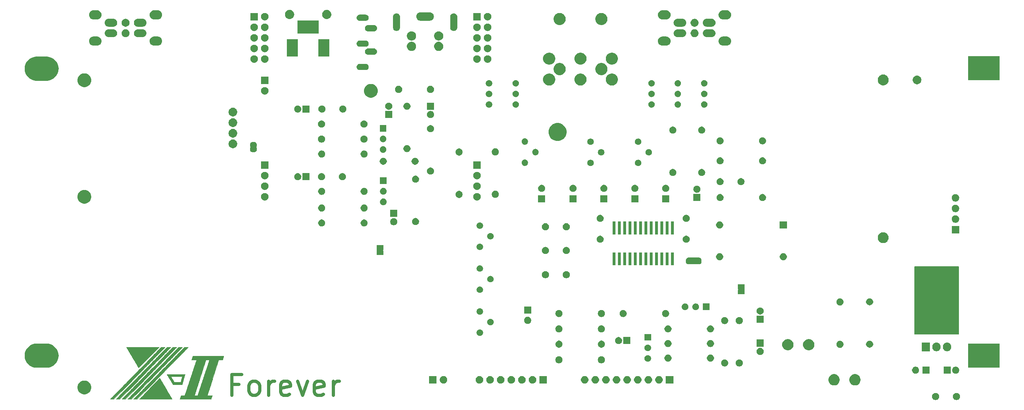
<source format=gbr>
G04 #@! TF.GenerationSoftware,KiCad,Pcbnew,(5.1.5)-3*
G04 #@! TF.CreationDate,2020-08-11T20:18:41+09:00*
G04 #@! TF.ProjectId,CPC-400 Audio&Video Board Mk.II,4350432d-3430-4302-9041-7564696f2656,rev?*
G04 #@! TF.SameCoordinates,Original*
G04 #@! TF.FileFunction,Soldermask,Top*
G04 #@! TF.FilePolarity,Negative*
%FSLAX46Y46*%
G04 Gerber Fmt 4.6, Leading zero omitted, Abs format (unit mm)*
G04 Created by KiCad (PCBNEW (5.1.5)-3) date 2020-08-11 20:18:41*
%MOMM*%
%LPD*%
G04 APERTURE LIST*
%ADD10C,0.800000*%
%ADD11C,0.150000*%
%ADD12C,0.010000*%
%ADD13C,0.100000*%
G04 APERTURE END LIST*
D10*
X52166666Y-90642857D02*
X50500000Y-90642857D01*
X50500000Y-93261904D02*
X50500000Y-88261904D01*
X52880952Y-88261904D01*
X55500000Y-93261904D02*
X55023809Y-93023809D01*
X54785714Y-92785714D01*
X54547619Y-92309523D01*
X54547619Y-90880952D01*
X54785714Y-90404761D01*
X55023809Y-90166666D01*
X55500000Y-89928571D01*
X56214285Y-89928571D01*
X56690476Y-90166666D01*
X56928571Y-90404761D01*
X57166666Y-90880952D01*
X57166666Y-92309523D01*
X56928571Y-92785714D01*
X56690476Y-93023809D01*
X56214285Y-93261904D01*
X55500000Y-93261904D01*
X59309523Y-93261904D02*
X59309523Y-89928571D01*
X59309523Y-90880952D02*
X59547619Y-90404761D01*
X59785714Y-90166666D01*
X60261904Y-89928571D01*
X60738095Y-89928571D01*
X64309523Y-93023809D02*
X63833333Y-93261904D01*
X62880952Y-93261904D01*
X62404761Y-93023809D01*
X62166666Y-92547619D01*
X62166666Y-90642857D01*
X62404761Y-90166666D01*
X62880952Y-89928571D01*
X63833333Y-89928571D01*
X64309523Y-90166666D01*
X64547619Y-90642857D01*
X64547619Y-91119047D01*
X62166666Y-91595238D01*
X66214285Y-89928571D02*
X67404761Y-93261904D01*
X68595238Y-89928571D01*
X72404761Y-93023809D02*
X71928571Y-93261904D01*
X70976190Y-93261904D01*
X70500000Y-93023809D01*
X70261904Y-92547619D01*
X70261904Y-90642857D01*
X70500000Y-90166666D01*
X70976190Y-89928571D01*
X71928571Y-89928571D01*
X72404761Y-90166666D01*
X72642857Y-90642857D01*
X72642857Y-91119047D01*
X70261904Y-91595238D01*
X74785714Y-93261904D02*
X74785714Y-89928571D01*
X74785714Y-90880952D02*
X75023809Y-90404761D01*
X75261904Y-90166666D01*
X75738095Y-89928571D01*
X76214285Y-89928571D01*
D11*
G36*
X224500000Y-78600000D02*
G01*
X214000000Y-78600000D01*
X214000000Y-62500000D01*
X224500000Y-62500000D01*
X224500000Y-78600000D01*
G37*
X224500000Y-78600000D02*
X214000000Y-78600000D01*
X214000000Y-62500000D01*
X224500000Y-62500000D01*
X224500000Y-78600000D01*
D12*
G36*
X29441770Y-81772771D02*
G01*
X29673459Y-81772784D01*
X29898005Y-81772807D01*
X30115363Y-81772838D01*
X30325487Y-81772878D01*
X30528332Y-81772927D01*
X30723853Y-81772985D01*
X30912004Y-81773051D01*
X31092740Y-81773126D01*
X31266014Y-81773209D01*
X31431783Y-81773301D01*
X31590000Y-81773402D01*
X31740620Y-81773511D01*
X31883597Y-81773628D01*
X32018887Y-81773753D01*
X32146443Y-81773887D01*
X32266220Y-81774030D01*
X32378173Y-81774180D01*
X32482257Y-81774338D01*
X32578425Y-81774505D01*
X32666633Y-81774680D01*
X32746835Y-81774862D01*
X32818986Y-81775053D01*
X32883040Y-81775251D01*
X32938952Y-81775458D01*
X32986676Y-81775672D01*
X33026167Y-81775894D01*
X33057379Y-81776124D01*
X33080268Y-81776361D01*
X33094787Y-81776606D01*
X33100892Y-81776858D01*
X33101074Y-81776895D01*
X33109640Y-81782887D01*
X33111933Y-81792761D01*
X33111280Y-81794122D01*
X33109246Y-81796836D01*
X33105717Y-81801017D01*
X33100579Y-81806780D01*
X33093718Y-81814239D01*
X33085021Y-81823508D01*
X33074374Y-81834702D01*
X33061663Y-81847935D01*
X33046775Y-81863321D01*
X33029596Y-81880975D01*
X33010011Y-81901010D01*
X32987908Y-81923540D01*
X32963173Y-81948681D01*
X32935692Y-81976547D01*
X32905351Y-82007251D01*
X32872037Y-82040908D01*
X32835635Y-82077633D01*
X32796033Y-82117539D01*
X32753116Y-82160740D01*
X32706770Y-82207352D01*
X32656883Y-82257488D01*
X32603339Y-82311262D01*
X32546026Y-82368790D01*
X32484830Y-82430184D01*
X32419637Y-82495560D01*
X32350334Y-82565031D01*
X32276806Y-82638713D01*
X32198939Y-82716718D01*
X32116621Y-82799162D01*
X32029738Y-82886158D01*
X31938175Y-82977821D01*
X31841819Y-83074266D01*
X31740557Y-83175606D01*
X31634274Y-83281956D01*
X31522857Y-83393429D01*
X31406192Y-83510141D01*
X31284166Y-83632206D01*
X31156664Y-83759737D01*
X31023574Y-83892850D01*
X30884780Y-84031657D01*
X30740170Y-84176274D01*
X30661897Y-84254549D01*
X30512223Y-84404220D01*
X30368426Y-84548005D01*
X30230397Y-84686013D01*
X30098030Y-84818349D01*
X29971219Y-84945120D01*
X29849855Y-85066433D01*
X29733833Y-85182393D01*
X29623044Y-85293108D01*
X29517383Y-85398684D01*
X29416742Y-85499227D01*
X29321015Y-85594844D01*
X29230094Y-85685641D01*
X29143872Y-85771726D01*
X29062243Y-85853203D01*
X28985099Y-85930180D01*
X28912334Y-86002763D01*
X28843841Y-86071059D01*
X28779512Y-86135175D01*
X28719241Y-86195215D01*
X28662921Y-86251288D01*
X28610445Y-86303500D01*
X28561706Y-86351956D01*
X28516597Y-86396764D01*
X28475011Y-86438030D01*
X28436841Y-86475861D01*
X28401980Y-86510362D01*
X28370322Y-86541641D01*
X28341759Y-86569804D01*
X28316184Y-86594957D01*
X28293490Y-86617207D01*
X28273572Y-86636660D01*
X28256320Y-86653423D01*
X28241629Y-86667603D01*
X28229392Y-86679305D01*
X28219502Y-86688636D01*
X28211851Y-86695703D01*
X28206333Y-86700612D01*
X28202841Y-86703470D01*
X28201272Y-86704383D01*
X28200302Y-86703906D01*
X28198755Y-86702395D01*
X28196535Y-86699693D01*
X28193548Y-86695639D01*
X28189699Y-86690075D01*
X28184894Y-86682841D01*
X28179038Y-86673778D01*
X28172036Y-86662726D01*
X28163795Y-86649526D01*
X28154219Y-86634019D01*
X28143214Y-86616046D01*
X28130685Y-86595447D01*
X28116538Y-86572063D01*
X28100678Y-86545734D01*
X28083011Y-86516302D01*
X28063442Y-86483606D01*
X28041876Y-86447488D01*
X28018219Y-86407788D01*
X27992377Y-86364348D01*
X27964254Y-86317007D01*
X27933757Y-86265606D01*
X27900790Y-86209986D01*
X27865260Y-86149988D01*
X27827070Y-86085453D01*
X27786128Y-86016220D01*
X27742339Y-85942131D01*
X27695607Y-85863027D01*
X27645838Y-85778748D01*
X27592938Y-85689134D01*
X27536813Y-85594027D01*
X27477366Y-85493267D01*
X27414505Y-85386695D01*
X27348135Y-85274152D01*
X27278160Y-85155477D01*
X27204486Y-85030513D01*
X27127020Y-84899099D01*
X27045665Y-84761076D01*
X26960328Y-84616286D01*
X26870915Y-84464567D01*
X26777329Y-84305763D01*
X26747117Y-84254493D01*
X26668480Y-84121039D01*
X26590907Y-83989365D01*
X26514508Y-83859660D01*
X26439395Y-83732115D01*
X26365678Y-83606919D01*
X26293470Y-83484260D01*
X26222880Y-83364329D01*
X26154021Y-83247315D01*
X26087004Y-83133407D01*
X26021941Y-83022794D01*
X25958941Y-82915667D01*
X25898117Y-82812215D01*
X25839580Y-82712627D01*
X25783441Y-82617092D01*
X25729812Y-82525800D01*
X25678803Y-82438940D01*
X25630526Y-82356703D01*
X25585092Y-82279276D01*
X25542613Y-82206850D01*
X25503200Y-82139615D01*
X25466963Y-82077758D01*
X25434015Y-82021471D01*
X25404466Y-81970942D01*
X25378428Y-81926361D01*
X25356013Y-81887918D01*
X25337330Y-81855801D01*
X25322492Y-81830200D01*
X25311610Y-81811305D01*
X25304795Y-81799304D01*
X25302158Y-81794388D01*
X25302128Y-81794293D01*
X25304046Y-81783094D01*
X25308229Y-81778267D01*
X25309893Y-81777950D01*
X25314098Y-81777646D01*
X25320990Y-81777352D01*
X25330714Y-81777071D01*
X25343415Y-81776800D01*
X25359237Y-81776540D01*
X25378325Y-81776291D01*
X25400825Y-81776053D01*
X25426881Y-81775825D01*
X25456638Y-81775607D01*
X25490242Y-81775399D01*
X25527837Y-81775201D01*
X25569567Y-81775012D01*
X25615579Y-81774833D01*
X25666017Y-81774663D01*
X25721025Y-81774501D01*
X25780750Y-81774349D01*
X25845335Y-81774205D01*
X25914926Y-81774069D01*
X25989667Y-81773941D01*
X26069704Y-81773821D01*
X26155181Y-81773709D01*
X26246244Y-81773605D01*
X26343037Y-81773507D01*
X26445706Y-81773417D01*
X26554394Y-81773334D01*
X26669248Y-81773257D01*
X26790412Y-81773187D01*
X26918031Y-81773123D01*
X27052249Y-81773065D01*
X27193213Y-81773013D01*
X27341066Y-81772966D01*
X27495954Y-81772925D01*
X27658022Y-81772889D01*
X27827415Y-81772858D01*
X28004277Y-81772832D01*
X28188753Y-81772811D01*
X28380989Y-81772794D01*
X28581129Y-81772781D01*
X28789319Y-81772773D01*
X29005702Y-81772768D01*
X29202983Y-81772766D01*
X29441770Y-81772771D01*
G37*
X29441770Y-81772771D02*
X29673459Y-81772784D01*
X29898005Y-81772807D01*
X30115363Y-81772838D01*
X30325487Y-81772878D01*
X30528332Y-81772927D01*
X30723853Y-81772985D01*
X30912004Y-81773051D01*
X31092740Y-81773126D01*
X31266014Y-81773209D01*
X31431783Y-81773301D01*
X31590000Y-81773402D01*
X31740620Y-81773511D01*
X31883597Y-81773628D01*
X32018887Y-81773753D01*
X32146443Y-81773887D01*
X32266220Y-81774030D01*
X32378173Y-81774180D01*
X32482257Y-81774338D01*
X32578425Y-81774505D01*
X32666633Y-81774680D01*
X32746835Y-81774862D01*
X32818986Y-81775053D01*
X32883040Y-81775251D01*
X32938952Y-81775458D01*
X32986676Y-81775672D01*
X33026167Y-81775894D01*
X33057379Y-81776124D01*
X33080268Y-81776361D01*
X33094787Y-81776606D01*
X33100892Y-81776858D01*
X33101074Y-81776895D01*
X33109640Y-81782887D01*
X33111933Y-81792761D01*
X33111280Y-81794122D01*
X33109246Y-81796836D01*
X33105717Y-81801017D01*
X33100579Y-81806780D01*
X33093718Y-81814239D01*
X33085021Y-81823508D01*
X33074374Y-81834702D01*
X33061663Y-81847935D01*
X33046775Y-81863321D01*
X33029596Y-81880975D01*
X33010011Y-81901010D01*
X32987908Y-81923540D01*
X32963173Y-81948681D01*
X32935692Y-81976547D01*
X32905351Y-82007251D01*
X32872037Y-82040908D01*
X32835635Y-82077633D01*
X32796033Y-82117539D01*
X32753116Y-82160740D01*
X32706770Y-82207352D01*
X32656883Y-82257488D01*
X32603339Y-82311262D01*
X32546026Y-82368790D01*
X32484830Y-82430184D01*
X32419637Y-82495560D01*
X32350334Y-82565031D01*
X32276806Y-82638713D01*
X32198939Y-82716718D01*
X32116621Y-82799162D01*
X32029738Y-82886158D01*
X31938175Y-82977821D01*
X31841819Y-83074266D01*
X31740557Y-83175606D01*
X31634274Y-83281956D01*
X31522857Y-83393429D01*
X31406192Y-83510141D01*
X31284166Y-83632206D01*
X31156664Y-83759737D01*
X31023574Y-83892850D01*
X30884780Y-84031657D01*
X30740170Y-84176274D01*
X30661897Y-84254549D01*
X30512223Y-84404220D01*
X30368426Y-84548005D01*
X30230397Y-84686013D01*
X30098030Y-84818349D01*
X29971219Y-84945120D01*
X29849855Y-85066433D01*
X29733833Y-85182393D01*
X29623044Y-85293108D01*
X29517383Y-85398684D01*
X29416742Y-85499227D01*
X29321015Y-85594844D01*
X29230094Y-85685641D01*
X29143872Y-85771726D01*
X29062243Y-85853203D01*
X28985099Y-85930180D01*
X28912334Y-86002763D01*
X28843841Y-86071059D01*
X28779512Y-86135175D01*
X28719241Y-86195215D01*
X28662921Y-86251288D01*
X28610445Y-86303500D01*
X28561706Y-86351956D01*
X28516597Y-86396764D01*
X28475011Y-86438030D01*
X28436841Y-86475861D01*
X28401980Y-86510362D01*
X28370322Y-86541641D01*
X28341759Y-86569804D01*
X28316184Y-86594957D01*
X28293490Y-86617207D01*
X28273572Y-86636660D01*
X28256320Y-86653423D01*
X28241629Y-86667603D01*
X28229392Y-86679305D01*
X28219502Y-86688636D01*
X28211851Y-86695703D01*
X28206333Y-86700612D01*
X28202841Y-86703470D01*
X28201272Y-86704383D01*
X28200302Y-86703906D01*
X28198755Y-86702395D01*
X28196535Y-86699693D01*
X28193548Y-86695639D01*
X28189699Y-86690075D01*
X28184894Y-86682841D01*
X28179038Y-86673778D01*
X28172036Y-86662726D01*
X28163795Y-86649526D01*
X28154219Y-86634019D01*
X28143214Y-86616046D01*
X28130685Y-86595447D01*
X28116538Y-86572063D01*
X28100678Y-86545734D01*
X28083011Y-86516302D01*
X28063442Y-86483606D01*
X28041876Y-86447488D01*
X28018219Y-86407788D01*
X27992377Y-86364348D01*
X27964254Y-86317007D01*
X27933757Y-86265606D01*
X27900790Y-86209986D01*
X27865260Y-86149988D01*
X27827070Y-86085453D01*
X27786128Y-86016220D01*
X27742339Y-85942131D01*
X27695607Y-85863027D01*
X27645838Y-85778748D01*
X27592938Y-85689134D01*
X27536813Y-85594027D01*
X27477366Y-85493267D01*
X27414505Y-85386695D01*
X27348135Y-85274152D01*
X27278160Y-85155477D01*
X27204486Y-85030513D01*
X27127020Y-84899099D01*
X27045665Y-84761076D01*
X26960328Y-84616286D01*
X26870915Y-84464567D01*
X26777329Y-84305763D01*
X26747117Y-84254493D01*
X26668480Y-84121039D01*
X26590907Y-83989365D01*
X26514508Y-83859660D01*
X26439395Y-83732115D01*
X26365678Y-83606919D01*
X26293470Y-83484260D01*
X26222880Y-83364329D01*
X26154021Y-83247315D01*
X26087004Y-83133407D01*
X26021941Y-83022794D01*
X25958941Y-82915667D01*
X25898117Y-82812215D01*
X25839580Y-82712627D01*
X25783441Y-82617092D01*
X25729812Y-82525800D01*
X25678803Y-82438940D01*
X25630526Y-82356703D01*
X25585092Y-82279276D01*
X25542613Y-82206850D01*
X25503200Y-82139615D01*
X25466963Y-82077758D01*
X25434015Y-82021471D01*
X25404466Y-81970942D01*
X25378428Y-81926361D01*
X25356013Y-81887918D01*
X25337330Y-81855801D01*
X25322492Y-81830200D01*
X25311610Y-81811305D01*
X25304795Y-81799304D01*
X25302158Y-81794388D01*
X25302128Y-81794293D01*
X25304046Y-81783094D01*
X25308229Y-81778267D01*
X25309893Y-81777950D01*
X25314098Y-81777646D01*
X25320990Y-81777352D01*
X25330714Y-81777071D01*
X25343415Y-81776800D01*
X25359237Y-81776540D01*
X25378325Y-81776291D01*
X25400825Y-81776053D01*
X25426881Y-81775825D01*
X25456638Y-81775607D01*
X25490242Y-81775399D01*
X25527837Y-81775201D01*
X25569567Y-81775012D01*
X25615579Y-81774833D01*
X25666017Y-81774663D01*
X25721025Y-81774501D01*
X25780750Y-81774349D01*
X25845335Y-81774205D01*
X25914926Y-81774069D01*
X25989667Y-81773941D01*
X26069704Y-81773821D01*
X26155181Y-81773709D01*
X26246244Y-81773605D01*
X26343037Y-81773507D01*
X26445706Y-81773417D01*
X26554394Y-81773334D01*
X26669248Y-81773257D01*
X26790412Y-81773187D01*
X26918031Y-81773123D01*
X27052249Y-81773065D01*
X27193213Y-81773013D01*
X27341066Y-81772966D01*
X27495954Y-81772925D01*
X27658022Y-81772889D01*
X27827415Y-81772858D01*
X28004277Y-81772832D01*
X28188753Y-81772811D01*
X28380989Y-81772794D01*
X28581129Y-81772781D01*
X28789319Y-81772773D01*
X29005702Y-81772768D01*
X29202983Y-81772766D01*
X29441770Y-81772771D01*
G36*
X37313219Y-88317508D02*
G01*
X37481107Y-88317533D01*
X37641961Y-88317573D01*
X37795713Y-88317630D01*
X37942297Y-88317703D01*
X38081643Y-88317792D01*
X38213684Y-88317896D01*
X38338351Y-88318016D01*
X38455578Y-88318152D01*
X38565296Y-88318303D01*
X38667436Y-88318469D01*
X38761932Y-88318650D01*
X38848715Y-88318845D01*
X38927717Y-88319056D01*
X38998870Y-88319282D01*
X39062107Y-88319521D01*
X39117359Y-88319776D01*
X39164558Y-88320044D01*
X39203636Y-88320327D01*
X39234527Y-88320624D01*
X39257160Y-88320934D01*
X39271469Y-88321258D01*
X39277386Y-88321596D01*
X39277508Y-88321628D01*
X39286499Y-88328330D01*
X39288367Y-88334906D01*
X39287261Y-88339530D01*
X39284015Y-88351924D01*
X39278737Y-88371696D01*
X39271534Y-88398454D01*
X39262515Y-88431803D01*
X39251787Y-88471352D01*
X39239457Y-88516709D01*
X39225634Y-88567480D01*
X39210425Y-88623273D01*
X39193937Y-88683696D01*
X39176280Y-88748355D01*
X39157559Y-88816858D01*
X39137884Y-88888813D01*
X39117361Y-88963826D01*
X39096098Y-89041506D01*
X39074204Y-89121460D01*
X39051786Y-89203295D01*
X39028951Y-89286618D01*
X39005808Y-89371036D01*
X38982463Y-89456158D01*
X38959025Y-89541591D01*
X38935602Y-89626942D01*
X38912301Y-89711817D01*
X38889230Y-89795826D01*
X38866496Y-89878575D01*
X38844208Y-89959671D01*
X38822473Y-90038722D01*
X38801398Y-90115336D01*
X38781092Y-90189119D01*
X38761663Y-90259679D01*
X38743217Y-90326624D01*
X38725863Y-90389560D01*
X38709708Y-90448096D01*
X38694860Y-90501838D01*
X38681428Y-90550394D01*
X38669517Y-90593371D01*
X38659237Y-90630378D01*
X38650695Y-90661020D01*
X38643999Y-90684906D01*
X38639255Y-90701643D01*
X38636574Y-90710838D01*
X38636060Y-90712432D01*
X38632409Y-90722033D01*
X37553863Y-90721804D01*
X36475317Y-90721576D01*
X35736600Y-89535546D01*
X35679334Y-89443580D01*
X35623222Y-89353418D01*
X35568429Y-89265326D01*
X35515120Y-89179574D01*
X35463461Y-89096428D01*
X35413618Y-89016157D01*
X35365756Y-88939029D01*
X35320041Y-88865310D01*
X35302838Y-88837547D01*
X35936272Y-88837547D01*
X35938608Y-88841469D01*
X35945169Y-88852232D01*
X35955731Y-88869475D01*
X35970072Y-88892837D01*
X35987968Y-88921954D01*
X36009197Y-88956465D01*
X36033535Y-88996008D01*
X36060759Y-89040220D01*
X36090648Y-89088740D01*
X36122976Y-89141204D01*
X36157522Y-89197252D01*
X36194062Y-89256521D01*
X36232374Y-89318648D01*
X36272234Y-89383272D01*
X36313419Y-89450030D01*
X36337733Y-89489436D01*
X36737783Y-90137743D01*
X37517775Y-90137788D01*
X37598367Y-90137778D01*
X37676660Y-90137741D01*
X37752237Y-90137677D01*
X37824679Y-90137587D01*
X37893570Y-90137474D01*
X37958491Y-90137339D01*
X38019026Y-90137183D01*
X38074757Y-90137008D01*
X38125266Y-90136815D01*
X38170135Y-90136605D01*
X38208948Y-90136380D01*
X38241286Y-90136141D01*
X38266733Y-90135890D01*
X38284869Y-90135628D01*
X38295279Y-90135356D01*
X38297767Y-90135141D01*
X38298812Y-90130812D01*
X38301872Y-90118728D01*
X38306832Y-90099329D01*
X38313580Y-90073054D01*
X38322002Y-90040345D01*
X38331984Y-90001639D01*
X38343412Y-89957378D01*
X38356173Y-89908001D01*
X38370153Y-89853948D01*
X38385238Y-89795658D01*
X38401315Y-89733573D01*
X38418270Y-89668130D01*
X38435990Y-89599772D01*
X38454360Y-89528936D01*
X38464983Y-89487990D01*
X38483677Y-89415912D01*
X38501784Y-89346039D01*
X38519191Y-89278813D01*
X38535782Y-89214675D01*
X38551446Y-89154067D01*
X38566067Y-89097431D01*
X38579532Y-89045207D01*
X38591728Y-88997839D01*
X38602540Y-88955768D01*
X38611855Y-88919436D01*
X38619560Y-88889283D01*
X38625539Y-88865752D01*
X38629680Y-88849286D01*
X38631869Y-88840324D01*
X38632200Y-88838749D01*
X38629896Y-88838268D01*
X38622862Y-88837817D01*
X38610917Y-88837395D01*
X38593877Y-88837001D01*
X38571559Y-88836634D01*
X38543781Y-88836294D01*
X38510361Y-88835980D01*
X38471116Y-88835692D01*
X38425863Y-88835428D01*
X38374420Y-88835189D01*
X38316604Y-88834973D01*
X38252232Y-88834780D01*
X38181123Y-88834610D01*
X38103092Y-88834461D01*
X38017959Y-88834333D01*
X37925539Y-88834225D01*
X37825651Y-88834137D01*
X37718112Y-88834068D01*
X37602739Y-88834017D01*
X37479349Y-88833984D01*
X37347761Y-88833968D01*
X37283530Y-88833967D01*
X37177238Y-88833978D01*
X37073152Y-88834010D01*
X36971591Y-88834064D01*
X36872871Y-88834137D01*
X36777309Y-88834230D01*
X36685222Y-88834341D01*
X36596928Y-88834469D01*
X36512743Y-88834614D01*
X36432985Y-88834774D01*
X36357971Y-88834950D01*
X36288017Y-88835139D01*
X36223442Y-88835342D01*
X36164561Y-88835557D01*
X36111692Y-88835784D01*
X36065153Y-88836021D01*
X36025260Y-88836268D01*
X35992330Y-88836524D01*
X35966681Y-88836788D01*
X35948629Y-88837060D01*
X35938492Y-88837338D01*
X35936272Y-88837547D01*
X35302838Y-88837547D01*
X35276639Y-88795269D01*
X35235716Y-88729174D01*
X35197436Y-88667292D01*
X35161966Y-88609891D01*
X35129471Y-88557240D01*
X35100116Y-88509604D01*
X35074068Y-88467254D01*
X35051493Y-88430455D01*
X35032554Y-88399476D01*
X35017420Y-88374585D01*
X35006254Y-88356049D01*
X34999222Y-88344137D01*
X34996491Y-88339116D01*
X34996462Y-88339009D01*
X34998382Y-88327824D01*
X35002562Y-88323000D01*
X35004399Y-88322575D01*
X35008845Y-88322171D01*
X35016097Y-88321788D01*
X35026351Y-88321425D01*
X35039802Y-88321083D01*
X35056646Y-88320759D01*
X35077080Y-88320455D01*
X35101298Y-88320169D01*
X35129496Y-88319900D01*
X35161872Y-88319650D01*
X35198619Y-88319416D01*
X35239934Y-88319198D01*
X35286013Y-88318996D01*
X35337052Y-88318810D01*
X35393246Y-88318638D01*
X35454791Y-88318481D01*
X35521883Y-88318337D01*
X35594718Y-88318207D01*
X35673491Y-88318090D01*
X35758399Y-88317985D01*
X35849637Y-88317892D01*
X35947401Y-88317810D01*
X36051886Y-88317739D01*
X36163289Y-88317678D01*
X36281806Y-88317628D01*
X36407631Y-88317586D01*
X36540962Y-88317553D01*
X36681993Y-88317529D01*
X36830921Y-88317512D01*
X36987940Y-88317503D01*
X37138367Y-88317500D01*
X37313219Y-88317508D01*
G37*
X37313219Y-88317508D02*
X37481107Y-88317533D01*
X37641961Y-88317573D01*
X37795713Y-88317630D01*
X37942297Y-88317703D01*
X38081643Y-88317792D01*
X38213684Y-88317896D01*
X38338351Y-88318016D01*
X38455578Y-88318152D01*
X38565296Y-88318303D01*
X38667436Y-88318469D01*
X38761932Y-88318650D01*
X38848715Y-88318845D01*
X38927717Y-88319056D01*
X38998870Y-88319282D01*
X39062107Y-88319521D01*
X39117359Y-88319776D01*
X39164558Y-88320044D01*
X39203636Y-88320327D01*
X39234527Y-88320624D01*
X39257160Y-88320934D01*
X39271469Y-88321258D01*
X39277386Y-88321596D01*
X39277508Y-88321628D01*
X39286499Y-88328330D01*
X39288367Y-88334906D01*
X39287261Y-88339530D01*
X39284015Y-88351924D01*
X39278737Y-88371696D01*
X39271534Y-88398454D01*
X39262515Y-88431803D01*
X39251787Y-88471352D01*
X39239457Y-88516709D01*
X39225634Y-88567480D01*
X39210425Y-88623273D01*
X39193937Y-88683696D01*
X39176280Y-88748355D01*
X39157559Y-88816858D01*
X39137884Y-88888813D01*
X39117361Y-88963826D01*
X39096098Y-89041506D01*
X39074204Y-89121460D01*
X39051786Y-89203295D01*
X39028951Y-89286618D01*
X39005808Y-89371036D01*
X38982463Y-89456158D01*
X38959025Y-89541591D01*
X38935602Y-89626942D01*
X38912301Y-89711817D01*
X38889230Y-89795826D01*
X38866496Y-89878575D01*
X38844208Y-89959671D01*
X38822473Y-90038722D01*
X38801398Y-90115336D01*
X38781092Y-90189119D01*
X38761663Y-90259679D01*
X38743217Y-90326624D01*
X38725863Y-90389560D01*
X38709708Y-90448096D01*
X38694860Y-90501838D01*
X38681428Y-90550394D01*
X38669517Y-90593371D01*
X38659237Y-90630378D01*
X38650695Y-90661020D01*
X38643999Y-90684906D01*
X38639255Y-90701643D01*
X38636574Y-90710838D01*
X38636060Y-90712432D01*
X38632409Y-90722033D01*
X37553863Y-90721804D01*
X36475317Y-90721576D01*
X35736600Y-89535546D01*
X35679334Y-89443580D01*
X35623222Y-89353418D01*
X35568429Y-89265326D01*
X35515120Y-89179574D01*
X35463461Y-89096428D01*
X35413618Y-89016157D01*
X35365756Y-88939029D01*
X35320041Y-88865310D01*
X35302838Y-88837547D01*
X35936272Y-88837547D01*
X35938608Y-88841469D01*
X35945169Y-88852232D01*
X35955731Y-88869475D01*
X35970072Y-88892837D01*
X35987968Y-88921954D01*
X36009197Y-88956465D01*
X36033535Y-88996008D01*
X36060759Y-89040220D01*
X36090648Y-89088740D01*
X36122976Y-89141204D01*
X36157522Y-89197252D01*
X36194062Y-89256521D01*
X36232374Y-89318648D01*
X36272234Y-89383272D01*
X36313419Y-89450030D01*
X36337733Y-89489436D01*
X36737783Y-90137743D01*
X37517775Y-90137788D01*
X37598367Y-90137778D01*
X37676660Y-90137741D01*
X37752237Y-90137677D01*
X37824679Y-90137587D01*
X37893570Y-90137474D01*
X37958491Y-90137339D01*
X38019026Y-90137183D01*
X38074757Y-90137008D01*
X38125266Y-90136815D01*
X38170135Y-90136605D01*
X38208948Y-90136380D01*
X38241286Y-90136141D01*
X38266733Y-90135890D01*
X38284869Y-90135628D01*
X38295279Y-90135356D01*
X38297767Y-90135141D01*
X38298812Y-90130812D01*
X38301872Y-90118728D01*
X38306832Y-90099329D01*
X38313580Y-90073054D01*
X38322002Y-90040345D01*
X38331984Y-90001639D01*
X38343412Y-89957378D01*
X38356173Y-89908001D01*
X38370153Y-89853948D01*
X38385238Y-89795658D01*
X38401315Y-89733573D01*
X38418270Y-89668130D01*
X38435990Y-89599772D01*
X38454360Y-89528936D01*
X38464983Y-89487990D01*
X38483677Y-89415912D01*
X38501784Y-89346039D01*
X38519191Y-89278813D01*
X38535782Y-89214675D01*
X38551446Y-89154067D01*
X38566067Y-89097431D01*
X38579532Y-89045207D01*
X38591728Y-88997839D01*
X38602540Y-88955768D01*
X38611855Y-88919436D01*
X38619560Y-88889283D01*
X38625539Y-88865752D01*
X38629680Y-88849286D01*
X38631869Y-88840324D01*
X38632200Y-88838749D01*
X38629896Y-88838268D01*
X38622862Y-88837817D01*
X38610917Y-88837395D01*
X38593877Y-88837001D01*
X38571559Y-88836634D01*
X38543781Y-88836294D01*
X38510361Y-88835980D01*
X38471116Y-88835692D01*
X38425863Y-88835428D01*
X38374420Y-88835189D01*
X38316604Y-88834973D01*
X38252232Y-88834780D01*
X38181123Y-88834610D01*
X38103092Y-88834461D01*
X38017959Y-88834333D01*
X37925539Y-88834225D01*
X37825651Y-88834137D01*
X37718112Y-88834068D01*
X37602739Y-88834017D01*
X37479349Y-88833984D01*
X37347761Y-88833968D01*
X37283530Y-88833967D01*
X37177238Y-88833978D01*
X37073152Y-88834010D01*
X36971591Y-88834064D01*
X36872871Y-88834137D01*
X36777309Y-88834230D01*
X36685222Y-88834341D01*
X36596928Y-88834469D01*
X36512743Y-88834614D01*
X36432985Y-88834774D01*
X36357971Y-88834950D01*
X36288017Y-88835139D01*
X36223442Y-88835342D01*
X36164561Y-88835557D01*
X36111692Y-88835784D01*
X36065153Y-88836021D01*
X36025260Y-88836268D01*
X35992330Y-88836524D01*
X35966681Y-88836788D01*
X35948629Y-88837060D01*
X35938492Y-88837338D01*
X35936272Y-88837547D01*
X35302838Y-88837547D01*
X35276639Y-88795269D01*
X35235716Y-88729174D01*
X35197436Y-88667292D01*
X35161966Y-88609891D01*
X35129471Y-88557240D01*
X35100116Y-88509604D01*
X35074068Y-88467254D01*
X35051493Y-88430455D01*
X35032554Y-88399476D01*
X35017420Y-88374585D01*
X35006254Y-88356049D01*
X34999222Y-88344137D01*
X34996491Y-88339116D01*
X34996462Y-88339009D01*
X34998382Y-88327824D01*
X35002562Y-88323000D01*
X35004399Y-88322575D01*
X35008845Y-88322171D01*
X35016097Y-88321788D01*
X35026351Y-88321425D01*
X35039802Y-88321083D01*
X35056646Y-88320759D01*
X35077080Y-88320455D01*
X35101298Y-88320169D01*
X35129496Y-88319900D01*
X35161872Y-88319650D01*
X35198619Y-88319416D01*
X35239934Y-88319198D01*
X35286013Y-88318996D01*
X35337052Y-88318810D01*
X35393246Y-88318638D01*
X35454791Y-88318481D01*
X35521883Y-88318337D01*
X35594718Y-88318207D01*
X35673491Y-88318090D01*
X35758399Y-88317985D01*
X35849637Y-88317892D01*
X35947401Y-88317810D01*
X36051886Y-88317739D01*
X36163289Y-88317678D01*
X36281806Y-88317628D01*
X36407631Y-88317586D01*
X36540962Y-88317553D01*
X36681993Y-88317529D01*
X36830921Y-88317512D01*
X36987940Y-88317503D01*
X37138367Y-88317500D01*
X37313219Y-88317508D01*
G36*
X45471351Y-83918692D02*
G01*
X45622030Y-83918703D01*
X45771548Y-83918722D01*
X45919670Y-83918749D01*
X46066162Y-83918784D01*
X46210789Y-83918827D01*
X46353315Y-83918878D01*
X46493507Y-83918937D01*
X46631130Y-83919004D01*
X46765948Y-83919080D01*
X46897727Y-83919164D01*
X47026231Y-83919256D01*
X47151227Y-83919357D01*
X47272479Y-83919466D01*
X47389753Y-83919583D01*
X47502813Y-83919709D01*
X47611425Y-83919843D01*
X47715355Y-83919986D01*
X47814366Y-83920137D01*
X47908225Y-83920297D01*
X47996697Y-83920466D01*
X48079546Y-83920643D01*
X48156539Y-83920829D01*
X48227439Y-83921024D01*
X48292013Y-83921227D01*
X48350026Y-83921440D01*
X48401242Y-83921661D01*
X48445427Y-83921891D01*
X48482347Y-83922130D01*
X48511765Y-83922378D01*
X48533448Y-83922635D01*
X48547161Y-83922900D01*
X48552669Y-83923176D01*
X48552741Y-83923195D01*
X48561766Y-83929949D01*
X48563600Y-83936704D01*
X48562520Y-83941724D01*
X48559397Y-83954270D01*
X48554404Y-83973697D01*
X48547713Y-83999360D01*
X48539499Y-84030613D01*
X48529934Y-84066812D01*
X48519193Y-84107311D01*
X48507447Y-84151466D01*
X48494870Y-84198630D01*
X48481637Y-84248159D01*
X48467919Y-84299407D01*
X48453890Y-84351730D01*
X48439724Y-84404483D01*
X48425593Y-84457019D01*
X48411672Y-84508694D01*
X48398133Y-84558863D01*
X48385149Y-84606881D01*
X48372894Y-84652102D01*
X48361542Y-84693882D01*
X48351264Y-84731574D01*
X48342236Y-84764535D01*
X48334629Y-84792118D01*
X48328617Y-84813679D01*
X48324374Y-84828572D01*
X48322073Y-84836152D01*
X48321906Y-84836619D01*
X48318276Y-84846167D01*
X47375659Y-84846167D01*
X46025974Y-89084792D01*
X45967131Y-89269587D01*
X45908907Y-89452432D01*
X45851357Y-89633160D01*
X45794534Y-89811605D01*
X45738490Y-89987598D01*
X45683280Y-90160974D01*
X45628955Y-90331566D01*
X45575570Y-90499206D01*
X45523177Y-90663728D01*
X45471830Y-90824965D01*
X45421581Y-90982750D01*
X45372485Y-91136916D01*
X45324593Y-91287296D01*
X45277960Y-91433724D01*
X45232637Y-91576032D01*
X45188680Y-91714054D01*
X45146139Y-91847622D01*
X45105070Y-91976570D01*
X45065525Y-92100732D01*
X45027556Y-92219939D01*
X44991218Y-92334026D01*
X44956563Y-92442825D01*
X44923645Y-92546169D01*
X44892516Y-92643892D01*
X44863230Y-92735827D01*
X44835841Y-92821807D01*
X44810400Y-92901664D01*
X44786961Y-92975233D01*
X44765578Y-93042346D01*
X44746304Y-93102836D01*
X44729191Y-93156536D01*
X44714293Y-93203281D01*
X44701663Y-93242902D01*
X44691355Y-93275232D01*
X44683420Y-93300106D01*
X44677914Y-93317356D01*
X44674887Y-93326815D01*
X44674275Y-93328708D01*
X44675486Y-93329481D01*
X44679972Y-93330179D01*
X44688089Y-93330806D01*
X44700192Y-93331366D01*
X44716637Y-93331862D01*
X44737779Y-93332296D01*
X44763973Y-93332673D01*
X44795575Y-93332995D01*
X44832940Y-93333265D01*
X44876423Y-93333488D01*
X44926381Y-93333666D01*
X44983167Y-93333802D01*
X45047139Y-93333900D01*
X45118650Y-93333963D01*
X45198057Y-93333995D01*
X45250288Y-93334000D01*
X45337131Y-93334030D01*
X45417775Y-93334121D01*
X45492017Y-93334269D01*
X45559655Y-93334475D01*
X45620485Y-93334736D01*
X45674305Y-93335052D01*
X45720914Y-93335420D01*
X45760108Y-93335840D01*
X45791684Y-93336310D01*
X45815441Y-93336828D01*
X45831176Y-93337393D01*
X45838686Y-93338004D01*
X45839174Y-93338128D01*
X45848036Y-93344637D01*
X45849819Y-93351887D01*
X45848432Y-93357117D01*
X45844450Y-93369816D01*
X45838051Y-93389452D01*
X45829416Y-93415495D01*
X45818725Y-93447413D01*
X45806155Y-93484677D01*
X45791889Y-93526755D01*
X45776103Y-93573117D01*
X45758979Y-93623232D01*
X45740696Y-93676569D01*
X45721433Y-93732597D01*
X45701370Y-93790786D01*
X45700497Y-93793316D01*
X45551388Y-94225116D01*
X41823189Y-94226177D01*
X41608562Y-94226237D01*
X41402241Y-94226293D01*
X41204063Y-94226344D01*
X41013866Y-94226390D01*
X40831489Y-94226431D01*
X40656770Y-94226467D01*
X40489548Y-94226497D01*
X40329660Y-94226521D01*
X40176946Y-94226539D01*
X40031243Y-94226551D01*
X39892389Y-94226556D01*
X39760224Y-94226554D01*
X39634585Y-94226546D01*
X39515310Y-94226530D01*
X39402238Y-94226506D01*
X39295207Y-94226475D01*
X39194056Y-94226436D01*
X39098622Y-94226388D01*
X39008745Y-94226332D01*
X38924262Y-94226267D01*
X38845011Y-94226193D01*
X38770831Y-94226110D01*
X38701561Y-94226018D01*
X38637038Y-94225916D01*
X38577101Y-94225803D01*
X38521588Y-94225681D01*
X38470338Y-94225548D01*
X38423188Y-94225405D01*
X38379977Y-94225251D01*
X38340543Y-94225086D01*
X38304726Y-94224909D01*
X38272362Y-94224720D01*
X38243290Y-94224520D01*
X38217349Y-94224308D01*
X38194376Y-94224083D01*
X38174211Y-94223846D01*
X38156691Y-94223596D01*
X38141655Y-94223333D01*
X38128941Y-94223057D01*
X38118387Y-94222767D01*
X38109831Y-94222463D01*
X38103113Y-94222145D01*
X38098070Y-94221813D01*
X38094540Y-94221467D01*
X38092362Y-94221106D01*
X38091374Y-94220730D01*
X38091299Y-94220642D01*
X38092179Y-94215807D01*
X38095751Y-94203649D01*
X38101791Y-94184791D01*
X38110075Y-94159861D01*
X38120379Y-94129482D01*
X38132480Y-94094279D01*
X38146153Y-94054879D01*
X38161175Y-94011905D01*
X38177321Y-93965984D01*
X38194369Y-93917740D01*
X38212095Y-93867798D01*
X38230273Y-93816784D01*
X38248682Y-93765323D01*
X38267096Y-93714039D01*
X38285293Y-93663558D01*
X38303048Y-93614506D01*
X38320138Y-93567506D01*
X38336338Y-93523185D01*
X38351425Y-93482167D01*
X38365175Y-93445078D01*
X38377365Y-93412543D01*
X38387770Y-93385186D01*
X38396167Y-93363633D01*
X38402332Y-93348510D01*
X38406041Y-93340440D01*
X38406830Y-93339291D01*
X38409681Y-93338387D01*
X38416030Y-93337583D01*
X38426290Y-93336877D01*
X38440875Y-93336262D01*
X38460200Y-93335733D01*
X38484676Y-93335285D01*
X38514719Y-93334914D01*
X38550742Y-93334614D01*
X38593158Y-93334380D01*
X38642382Y-93334206D01*
X38698827Y-93334088D01*
X38762906Y-93334021D01*
X38835034Y-93334000D01*
X39258028Y-93334000D01*
X39259789Y-93328708D01*
X41596645Y-93328708D01*
X41597820Y-93329662D01*
X41602410Y-93330501D01*
X41610857Y-93331232D01*
X41623602Y-93331862D01*
X41641083Y-93332396D01*
X41663743Y-93332841D01*
X41692021Y-93333203D01*
X41726359Y-93333489D01*
X41767196Y-93333705D01*
X41814974Y-93333857D01*
X41870132Y-93333952D01*
X41933112Y-93333995D01*
X41965144Y-93334000D01*
X42335661Y-93334000D01*
X42490332Y-92869392D01*
X42501577Y-92835601D01*
X42515147Y-92794799D01*
X42530973Y-92747192D01*
X42548988Y-92692988D01*
X42569122Y-92632394D01*
X42591307Y-92565616D01*
X42615473Y-92492862D01*
X42641553Y-92414338D01*
X42669477Y-92330252D01*
X42699178Y-92240810D01*
X42730585Y-92146220D01*
X42763632Y-92046688D01*
X42798248Y-91942421D01*
X42834365Y-91833627D01*
X42871915Y-91720513D01*
X42910829Y-91603284D01*
X42951038Y-91482150D01*
X42992474Y-91357315D01*
X43035067Y-91228988D01*
X43078750Y-91097375D01*
X43123453Y-90962684D01*
X43169108Y-90825121D01*
X43215646Y-90684893D01*
X43262999Y-90542208D01*
X43311097Y-90397272D01*
X43359873Y-90250292D01*
X43409257Y-90101475D01*
X43459181Y-89951029D01*
X43509576Y-89799160D01*
X43560374Y-89646075D01*
X43611505Y-89491981D01*
X43662901Y-89337086D01*
X43714494Y-89181595D01*
X43766215Y-89025717D01*
X43817995Y-88869658D01*
X43869765Y-88713625D01*
X43921456Y-88557826D01*
X43973001Y-88402466D01*
X44024330Y-88247754D01*
X44075375Y-88093895D01*
X44126067Y-87941098D01*
X44176337Y-87789569D01*
X44226117Y-87639515D01*
X44275338Y-87491143D01*
X44323932Y-87344660D01*
X44371829Y-87200273D01*
X44418961Y-87058189D01*
X44465259Y-86918615D01*
X44510655Y-86781758D01*
X44555080Y-86647825D01*
X44598465Y-86517023D01*
X44640741Y-86389559D01*
X44681841Y-86265639D01*
X44721695Y-86145472D01*
X44760235Y-86029264D01*
X44797391Y-85917221D01*
X44833096Y-85809552D01*
X44867280Y-85706462D01*
X44899875Y-85608159D01*
X44930812Y-85514850D01*
X44960023Y-85426742D01*
X44987439Y-85344041D01*
X45012991Y-85266956D01*
X45036610Y-85195692D01*
X45058228Y-85130457D01*
X45077777Y-85071458D01*
X45095187Y-85018901D01*
X45110389Y-84972994D01*
X45123316Y-84933944D01*
X45133899Y-84901958D01*
X45142068Y-84877242D01*
X45147755Y-84860004D01*
X45150892Y-84850451D01*
X45151533Y-84848447D01*
X45147394Y-84848130D01*
X45135354Y-84847825D01*
X45115980Y-84847536D01*
X45089836Y-84847267D01*
X45057489Y-84847020D01*
X45019505Y-84846798D01*
X44976450Y-84846605D01*
X44928889Y-84846443D01*
X44877389Y-84846315D01*
X44822515Y-84846225D01*
X44764833Y-84846176D01*
X44726892Y-84846167D01*
X44302251Y-84846166D01*
X42950457Y-89084792D01*
X42891525Y-89269574D01*
X42833215Y-89452406D01*
X42775579Y-89633122D01*
X42718671Y-89811554D01*
X42662543Y-89987536D01*
X42607250Y-90160900D01*
X42552844Y-90331481D01*
X42499379Y-90499111D01*
X42446907Y-90663623D01*
X42395483Y-90824850D01*
X42345158Y-90982626D01*
X42295987Y-91136784D01*
X42248023Y-91287157D01*
X42201319Y-91433578D01*
X42155928Y-91575881D01*
X42111903Y-91713897D01*
X42069298Y-91847461D01*
X42028165Y-91976406D01*
X41988559Y-92100565D01*
X41950531Y-92219771D01*
X41914137Y-92333857D01*
X41879427Y-92442657D01*
X41846457Y-92546003D01*
X41815279Y-92643728D01*
X41785946Y-92735667D01*
X41758512Y-92821651D01*
X41733030Y-92901515D01*
X41709552Y-92975091D01*
X41688133Y-93042212D01*
X41668825Y-93102712D01*
X41651682Y-93156424D01*
X41636757Y-93203181D01*
X41624103Y-93242816D01*
X41613773Y-93275162D01*
X41605821Y-93300053D01*
X41600300Y-93317321D01*
X41597263Y-93326800D01*
X41596645Y-93328708D01*
X39259789Y-93328708D01*
X39412699Y-92869392D01*
X39423944Y-92835601D01*
X39437513Y-92794799D01*
X39453340Y-92747192D01*
X39471355Y-92692988D01*
X39491489Y-92632394D01*
X39513673Y-92565616D01*
X39537840Y-92492862D01*
X39563920Y-92414338D01*
X39591844Y-92330252D01*
X39621544Y-92240810D01*
X39652952Y-92146220D01*
X39685998Y-92046688D01*
X39720614Y-91942421D01*
X39756732Y-91833627D01*
X39794282Y-91720513D01*
X39833196Y-91603284D01*
X39873405Y-91482150D01*
X39914840Y-91357315D01*
X39957434Y-91228988D01*
X40001116Y-91097375D01*
X40045820Y-90962684D01*
X40091475Y-90825121D01*
X40138013Y-90684893D01*
X40185366Y-90542208D01*
X40233464Y-90397272D01*
X40282240Y-90250292D01*
X40331624Y-90101475D01*
X40381548Y-89951029D01*
X40431943Y-89799160D01*
X40482740Y-89646075D01*
X40533872Y-89491981D01*
X40585268Y-89337086D01*
X40636861Y-89181595D01*
X40688582Y-89025717D01*
X40740361Y-88869658D01*
X40792131Y-88713625D01*
X40843823Y-88557826D01*
X40895368Y-88402466D01*
X40946697Y-88247754D01*
X40997742Y-88093895D01*
X41048434Y-87941098D01*
X41098704Y-87789569D01*
X41148484Y-87639515D01*
X41197705Y-87491143D01*
X41246298Y-87344660D01*
X41294195Y-87200273D01*
X41341327Y-87058189D01*
X41387626Y-86918615D01*
X41433021Y-86781758D01*
X41477446Y-86647825D01*
X41520831Y-86517023D01*
X41563108Y-86389559D01*
X41604208Y-86265639D01*
X41644062Y-86145472D01*
X41682601Y-86029264D01*
X41719758Y-85917221D01*
X41755462Y-85809552D01*
X41789646Y-85706462D01*
X41822242Y-85608159D01*
X41853179Y-85514850D01*
X41882390Y-85426742D01*
X41909805Y-85344041D01*
X41935357Y-85266956D01*
X41958977Y-85195692D01*
X41980595Y-85130457D01*
X42000144Y-85071458D01*
X42017553Y-85018901D01*
X42032756Y-84972994D01*
X42045683Y-84933944D01*
X42056265Y-84901958D01*
X42064435Y-84877242D01*
X42070122Y-84860004D01*
X42073258Y-84850451D01*
X42073900Y-84848447D01*
X42069746Y-84848179D01*
X42057602Y-84847919D01*
X42037944Y-84847671D01*
X42011250Y-84847435D01*
X41977994Y-84847213D01*
X41938655Y-84847008D01*
X41893709Y-84846820D01*
X41843631Y-84846653D01*
X41788900Y-84846507D01*
X41729990Y-84846385D01*
X41667379Y-84846288D01*
X41601543Y-84846218D01*
X41532960Y-84846177D01*
X41475094Y-84846167D01*
X41391438Y-84846160D01*
X41315846Y-84846136D01*
X41247911Y-84846092D01*
X41187229Y-84846023D01*
X41133397Y-84845924D01*
X41086009Y-84845790D01*
X41044662Y-84845618D01*
X41008951Y-84845403D01*
X40978472Y-84845141D01*
X40952820Y-84844827D01*
X40931591Y-84844456D01*
X40914380Y-84844025D01*
X40900784Y-84843529D01*
X40890397Y-84842964D01*
X40882816Y-84842324D01*
X40877635Y-84841607D01*
X40874452Y-84840806D01*
X40872860Y-84839918D01*
X40872605Y-84839587D01*
X40873439Y-84834733D01*
X40876880Y-84822513D01*
X40882714Y-84803543D01*
X40890730Y-84778443D01*
X40900714Y-84747827D01*
X40912453Y-84712315D01*
X40925735Y-84672523D01*
X40940347Y-84629069D01*
X40956076Y-84582569D01*
X40972710Y-84533642D01*
X40990035Y-84482903D01*
X41007839Y-84430972D01*
X41025909Y-84378464D01*
X41044033Y-84325998D01*
X41061997Y-84274190D01*
X41079588Y-84223658D01*
X41096595Y-84175019D01*
X41112804Y-84128890D01*
X41128002Y-84085889D01*
X41141976Y-84046633D01*
X41154515Y-84011739D01*
X41165404Y-83981825D01*
X41174432Y-83957507D01*
X41181386Y-83939403D01*
X41186052Y-83928131D01*
X41188089Y-83924358D01*
X41192648Y-83924081D01*
X41205440Y-83923810D01*
X41226228Y-83923546D01*
X41254779Y-83923289D01*
X41290857Y-83923037D01*
X41334228Y-83922793D01*
X41384656Y-83922555D01*
X41441908Y-83922324D01*
X41505747Y-83922100D01*
X41575940Y-83921883D01*
X41652252Y-83921672D01*
X41734447Y-83921468D01*
X41822291Y-83921271D01*
X41915549Y-83921081D01*
X42013987Y-83920898D01*
X42117368Y-83920722D01*
X42225460Y-83920553D01*
X42338026Y-83920391D01*
X42454833Y-83920236D01*
X42575644Y-83920088D01*
X42700226Y-83919948D01*
X42828343Y-83919814D01*
X42959762Y-83919688D01*
X43094246Y-83919570D01*
X43231561Y-83919458D01*
X43371473Y-83919354D01*
X43513746Y-83919257D01*
X43658146Y-83919168D01*
X43804437Y-83919086D01*
X43952386Y-83919012D01*
X44101757Y-83918946D01*
X44252315Y-83918887D01*
X44403826Y-83918835D01*
X44556055Y-83918791D01*
X44708767Y-83918755D01*
X44861726Y-83918727D01*
X45014700Y-83918706D01*
X45167452Y-83918694D01*
X45319747Y-83918689D01*
X45471351Y-83918692D01*
G37*
X45471351Y-83918692D02*
X45622030Y-83918703D01*
X45771548Y-83918722D01*
X45919670Y-83918749D01*
X46066162Y-83918784D01*
X46210789Y-83918827D01*
X46353315Y-83918878D01*
X46493507Y-83918937D01*
X46631130Y-83919004D01*
X46765948Y-83919080D01*
X46897727Y-83919164D01*
X47026231Y-83919256D01*
X47151227Y-83919357D01*
X47272479Y-83919466D01*
X47389753Y-83919583D01*
X47502813Y-83919709D01*
X47611425Y-83919843D01*
X47715355Y-83919986D01*
X47814366Y-83920137D01*
X47908225Y-83920297D01*
X47996697Y-83920466D01*
X48079546Y-83920643D01*
X48156539Y-83920829D01*
X48227439Y-83921024D01*
X48292013Y-83921227D01*
X48350026Y-83921440D01*
X48401242Y-83921661D01*
X48445427Y-83921891D01*
X48482347Y-83922130D01*
X48511765Y-83922378D01*
X48533448Y-83922635D01*
X48547161Y-83922900D01*
X48552669Y-83923176D01*
X48552741Y-83923195D01*
X48561766Y-83929949D01*
X48563600Y-83936704D01*
X48562520Y-83941724D01*
X48559397Y-83954270D01*
X48554404Y-83973697D01*
X48547713Y-83999360D01*
X48539499Y-84030613D01*
X48529934Y-84066812D01*
X48519193Y-84107311D01*
X48507447Y-84151466D01*
X48494870Y-84198630D01*
X48481637Y-84248159D01*
X48467919Y-84299407D01*
X48453890Y-84351730D01*
X48439724Y-84404483D01*
X48425593Y-84457019D01*
X48411672Y-84508694D01*
X48398133Y-84558863D01*
X48385149Y-84606881D01*
X48372894Y-84652102D01*
X48361542Y-84693882D01*
X48351264Y-84731574D01*
X48342236Y-84764535D01*
X48334629Y-84792118D01*
X48328617Y-84813679D01*
X48324374Y-84828572D01*
X48322073Y-84836152D01*
X48321906Y-84836619D01*
X48318276Y-84846167D01*
X47375659Y-84846167D01*
X46025974Y-89084792D01*
X45967131Y-89269587D01*
X45908907Y-89452432D01*
X45851357Y-89633160D01*
X45794534Y-89811605D01*
X45738490Y-89987598D01*
X45683280Y-90160974D01*
X45628955Y-90331566D01*
X45575570Y-90499206D01*
X45523177Y-90663728D01*
X45471830Y-90824965D01*
X45421581Y-90982750D01*
X45372485Y-91136916D01*
X45324593Y-91287296D01*
X45277960Y-91433724D01*
X45232637Y-91576032D01*
X45188680Y-91714054D01*
X45146139Y-91847622D01*
X45105070Y-91976570D01*
X45065525Y-92100732D01*
X45027556Y-92219939D01*
X44991218Y-92334026D01*
X44956563Y-92442825D01*
X44923645Y-92546169D01*
X44892516Y-92643892D01*
X44863230Y-92735827D01*
X44835841Y-92821807D01*
X44810400Y-92901664D01*
X44786961Y-92975233D01*
X44765578Y-93042346D01*
X44746304Y-93102836D01*
X44729191Y-93156536D01*
X44714293Y-93203281D01*
X44701663Y-93242902D01*
X44691355Y-93275232D01*
X44683420Y-93300106D01*
X44677914Y-93317356D01*
X44674887Y-93326815D01*
X44674275Y-93328708D01*
X44675486Y-93329481D01*
X44679972Y-93330179D01*
X44688089Y-93330806D01*
X44700192Y-93331366D01*
X44716637Y-93331862D01*
X44737779Y-93332296D01*
X44763973Y-93332673D01*
X44795575Y-93332995D01*
X44832940Y-93333265D01*
X44876423Y-93333488D01*
X44926381Y-93333666D01*
X44983167Y-93333802D01*
X45047139Y-93333900D01*
X45118650Y-93333963D01*
X45198057Y-93333995D01*
X45250288Y-93334000D01*
X45337131Y-93334030D01*
X45417775Y-93334121D01*
X45492017Y-93334269D01*
X45559655Y-93334475D01*
X45620485Y-93334736D01*
X45674305Y-93335052D01*
X45720914Y-93335420D01*
X45760108Y-93335840D01*
X45791684Y-93336310D01*
X45815441Y-93336828D01*
X45831176Y-93337393D01*
X45838686Y-93338004D01*
X45839174Y-93338128D01*
X45848036Y-93344637D01*
X45849819Y-93351887D01*
X45848432Y-93357117D01*
X45844450Y-93369816D01*
X45838051Y-93389452D01*
X45829416Y-93415495D01*
X45818725Y-93447413D01*
X45806155Y-93484677D01*
X45791889Y-93526755D01*
X45776103Y-93573117D01*
X45758979Y-93623232D01*
X45740696Y-93676569D01*
X45721433Y-93732597D01*
X45701370Y-93790786D01*
X45700497Y-93793316D01*
X45551388Y-94225116D01*
X41823189Y-94226177D01*
X41608562Y-94226237D01*
X41402241Y-94226293D01*
X41204063Y-94226344D01*
X41013866Y-94226390D01*
X40831489Y-94226431D01*
X40656770Y-94226467D01*
X40489548Y-94226497D01*
X40329660Y-94226521D01*
X40176946Y-94226539D01*
X40031243Y-94226551D01*
X39892389Y-94226556D01*
X39760224Y-94226554D01*
X39634585Y-94226546D01*
X39515310Y-94226530D01*
X39402238Y-94226506D01*
X39295207Y-94226475D01*
X39194056Y-94226436D01*
X39098622Y-94226388D01*
X39008745Y-94226332D01*
X38924262Y-94226267D01*
X38845011Y-94226193D01*
X38770831Y-94226110D01*
X38701561Y-94226018D01*
X38637038Y-94225916D01*
X38577101Y-94225803D01*
X38521588Y-94225681D01*
X38470338Y-94225548D01*
X38423188Y-94225405D01*
X38379977Y-94225251D01*
X38340543Y-94225086D01*
X38304726Y-94224909D01*
X38272362Y-94224720D01*
X38243290Y-94224520D01*
X38217349Y-94224308D01*
X38194376Y-94224083D01*
X38174211Y-94223846D01*
X38156691Y-94223596D01*
X38141655Y-94223333D01*
X38128941Y-94223057D01*
X38118387Y-94222767D01*
X38109831Y-94222463D01*
X38103113Y-94222145D01*
X38098070Y-94221813D01*
X38094540Y-94221467D01*
X38092362Y-94221106D01*
X38091374Y-94220730D01*
X38091299Y-94220642D01*
X38092179Y-94215807D01*
X38095751Y-94203649D01*
X38101791Y-94184791D01*
X38110075Y-94159861D01*
X38120379Y-94129482D01*
X38132480Y-94094279D01*
X38146153Y-94054879D01*
X38161175Y-94011905D01*
X38177321Y-93965984D01*
X38194369Y-93917740D01*
X38212095Y-93867798D01*
X38230273Y-93816784D01*
X38248682Y-93765323D01*
X38267096Y-93714039D01*
X38285293Y-93663558D01*
X38303048Y-93614506D01*
X38320138Y-93567506D01*
X38336338Y-93523185D01*
X38351425Y-93482167D01*
X38365175Y-93445078D01*
X38377365Y-93412543D01*
X38387770Y-93385186D01*
X38396167Y-93363633D01*
X38402332Y-93348510D01*
X38406041Y-93340440D01*
X38406830Y-93339291D01*
X38409681Y-93338387D01*
X38416030Y-93337583D01*
X38426290Y-93336877D01*
X38440875Y-93336262D01*
X38460200Y-93335733D01*
X38484676Y-93335285D01*
X38514719Y-93334914D01*
X38550742Y-93334614D01*
X38593158Y-93334380D01*
X38642382Y-93334206D01*
X38698827Y-93334088D01*
X38762906Y-93334021D01*
X38835034Y-93334000D01*
X39258028Y-93334000D01*
X39259789Y-93328708D01*
X41596645Y-93328708D01*
X41597820Y-93329662D01*
X41602410Y-93330501D01*
X41610857Y-93331232D01*
X41623602Y-93331862D01*
X41641083Y-93332396D01*
X41663743Y-93332841D01*
X41692021Y-93333203D01*
X41726359Y-93333489D01*
X41767196Y-93333705D01*
X41814974Y-93333857D01*
X41870132Y-93333952D01*
X41933112Y-93333995D01*
X41965144Y-93334000D01*
X42335661Y-93334000D01*
X42490332Y-92869392D01*
X42501577Y-92835601D01*
X42515147Y-92794799D01*
X42530973Y-92747192D01*
X42548988Y-92692988D01*
X42569122Y-92632394D01*
X42591307Y-92565616D01*
X42615473Y-92492862D01*
X42641553Y-92414338D01*
X42669477Y-92330252D01*
X42699178Y-92240810D01*
X42730585Y-92146220D01*
X42763632Y-92046688D01*
X42798248Y-91942421D01*
X42834365Y-91833627D01*
X42871915Y-91720513D01*
X42910829Y-91603284D01*
X42951038Y-91482150D01*
X42992474Y-91357315D01*
X43035067Y-91228988D01*
X43078750Y-91097375D01*
X43123453Y-90962684D01*
X43169108Y-90825121D01*
X43215646Y-90684893D01*
X43262999Y-90542208D01*
X43311097Y-90397272D01*
X43359873Y-90250292D01*
X43409257Y-90101475D01*
X43459181Y-89951029D01*
X43509576Y-89799160D01*
X43560374Y-89646075D01*
X43611505Y-89491981D01*
X43662901Y-89337086D01*
X43714494Y-89181595D01*
X43766215Y-89025717D01*
X43817995Y-88869658D01*
X43869765Y-88713625D01*
X43921456Y-88557826D01*
X43973001Y-88402466D01*
X44024330Y-88247754D01*
X44075375Y-88093895D01*
X44126067Y-87941098D01*
X44176337Y-87789569D01*
X44226117Y-87639515D01*
X44275338Y-87491143D01*
X44323932Y-87344660D01*
X44371829Y-87200273D01*
X44418961Y-87058189D01*
X44465259Y-86918615D01*
X44510655Y-86781758D01*
X44555080Y-86647825D01*
X44598465Y-86517023D01*
X44640741Y-86389559D01*
X44681841Y-86265639D01*
X44721695Y-86145472D01*
X44760235Y-86029264D01*
X44797391Y-85917221D01*
X44833096Y-85809552D01*
X44867280Y-85706462D01*
X44899875Y-85608159D01*
X44930812Y-85514850D01*
X44960023Y-85426742D01*
X44987439Y-85344041D01*
X45012991Y-85266956D01*
X45036610Y-85195692D01*
X45058228Y-85130457D01*
X45077777Y-85071458D01*
X45095187Y-85018901D01*
X45110389Y-84972994D01*
X45123316Y-84933944D01*
X45133899Y-84901958D01*
X45142068Y-84877242D01*
X45147755Y-84860004D01*
X45150892Y-84850451D01*
X45151533Y-84848447D01*
X45147394Y-84848130D01*
X45135354Y-84847825D01*
X45115980Y-84847536D01*
X45089836Y-84847267D01*
X45057489Y-84847020D01*
X45019505Y-84846798D01*
X44976450Y-84846605D01*
X44928889Y-84846443D01*
X44877389Y-84846315D01*
X44822515Y-84846225D01*
X44764833Y-84846176D01*
X44726892Y-84846167D01*
X44302251Y-84846166D01*
X42950457Y-89084792D01*
X42891525Y-89269574D01*
X42833215Y-89452406D01*
X42775579Y-89633122D01*
X42718671Y-89811554D01*
X42662543Y-89987536D01*
X42607250Y-90160900D01*
X42552844Y-90331481D01*
X42499379Y-90499111D01*
X42446907Y-90663623D01*
X42395483Y-90824850D01*
X42345158Y-90982626D01*
X42295987Y-91136784D01*
X42248023Y-91287157D01*
X42201319Y-91433578D01*
X42155928Y-91575881D01*
X42111903Y-91713897D01*
X42069298Y-91847461D01*
X42028165Y-91976406D01*
X41988559Y-92100565D01*
X41950531Y-92219771D01*
X41914137Y-92333857D01*
X41879427Y-92442657D01*
X41846457Y-92546003D01*
X41815279Y-92643728D01*
X41785946Y-92735667D01*
X41758512Y-92821651D01*
X41733030Y-92901515D01*
X41709552Y-92975091D01*
X41688133Y-93042212D01*
X41668825Y-93102712D01*
X41651682Y-93156424D01*
X41636757Y-93203181D01*
X41624103Y-93242816D01*
X41613773Y-93275162D01*
X41605821Y-93300053D01*
X41600300Y-93317321D01*
X41597263Y-93326800D01*
X41596645Y-93328708D01*
X39259789Y-93328708D01*
X39412699Y-92869392D01*
X39423944Y-92835601D01*
X39437513Y-92794799D01*
X39453340Y-92747192D01*
X39471355Y-92692988D01*
X39491489Y-92632394D01*
X39513673Y-92565616D01*
X39537840Y-92492862D01*
X39563920Y-92414338D01*
X39591844Y-92330252D01*
X39621544Y-92240810D01*
X39652952Y-92146220D01*
X39685998Y-92046688D01*
X39720614Y-91942421D01*
X39756732Y-91833627D01*
X39794282Y-91720513D01*
X39833196Y-91603284D01*
X39873405Y-91482150D01*
X39914840Y-91357315D01*
X39957434Y-91228988D01*
X40001116Y-91097375D01*
X40045820Y-90962684D01*
X40091475Y-90825121D01*
X40138013Y-90684893D01*
X40185366Y-90542208D01*
X40233464Y-90397272D01*
X40282240Y-90250292D01*
X40331624Y-90101475D01*
X40381548Y-89951029D01*
X40431943Y-89799160D01*
X40482740Y-89646075D01*
X40533872Y-89491981D01*
X40585268Y-89337086D01*
X40636861Y-89181595D01*
X40688582Y-89025717D01*
X40740361Y-88869658D01*
X40792131Y-88713625D01*
X40843823Y-88557826D01*
X40895368Y-88402466D01*
X40946697Y-88247754D01*
X40997742Y-88093895D01*
X41048434Y-87941098D01*
X41098704Y-87789569D01*
X41148484Y-87639515D01*
X41197705Y-87491143D01*
X41246298Y-87344660D01*
X41294195Y-87200273D01*
X41341327Y-87058189D01*
X41387626Y-86918615D01*
X41433021Y-86781758D01*
X41477446Y-86647825D01*
X41520831Y-86517023D01*
X41563108Y-86389559D01*
X41604208Y-86265639D01*
X41644062Y-86145472D01*
X41682601Y-86029264D01*
X41719758Y-85917221D01*
X41755462Y-85809552D01*
X41789646Y-85706462D01*
X41822242Y-85608159D01*
X41853179Y-85514850D01*
X41882390Y-85426742D01*
X41909805Y-85344041D01*
X41935357Y-85266956D01*
X41958977Y-85195692D01*
X41980595Y-85130457D01*
X42000144Y-85071458D01*
X42017553Y-85018901D01*
X42032756Y-84972994D01*
X42045683Y-84933944D01*
X42056265Y-84901958D01*
X42064435Y-84877242D01*
X42070122Y-84860004D01*
X42073258Y-84850451D01*
X42073900Y-84848447D01*
X42069746Y-84848179D01*
X42057602Y-84847919D01*
X42037944Y-84847671D01*
X42011250Y-84847435D01*
X41977994Y-84847213D01*
X41938655Y-84847008D01*
X41893709Y-84846820D01*
X41843631Y-84846653D01*
X41788900Y-84846507D01*
X41729990Y-84846385D01*
X41667379Y-84846288D01*
X41601543Y-84846218D01*
X41532960Y-84846177D01*
X41475094Y-84846167D01*
X41391438Y-84846160D01*
X41315846Y-84846136D01*
X41247911Y-84846092D01*
X41187229Y-84846023D01*
X41133397Y-84845924D01*
X41086009Y-84845790D01*
X41044662Y-84845618D01*
X41008951Y-84845403D01*
X40978472Y-84845141D01*
X40952820Y-84844827D01*
X40931591Y-84844456D01*
X40914380Y-84844025D01*
X40900784Y-84843529D01*
X40890397Y-84842964D01*
X40882816Y-84842324D01*
X40877635Y-84841607D01*
X40874452Y-84840806D01*
X40872860Y-84839918D01*
X40872605Y-84839587D01*
X40873439Y-84834733D01*
X40876880Y-84822513D01*
X40882714Y-84803543D01*
X40890730Y-84778443D01*
X40900714Y-84747827D01*
X40912453Y-84712315D01*
X40925735Y-84672523D01*
X40940347Y-84629069D01*
X40956076Y-84582569D01*
X40972710Y-84533642D01*
X40990035Y-84482903D01*
X41007839Y-84430972D01*
X41025909Y-84378464D01*
X41044033Y-84325998D01*
X41061997Y-84274190D01*
X41079588Y-84223658D01*
X41096595Y-84175019D01*
X41112804Y-84128890D01*
X41128002Y-84085889D01*
X41141976Y-84046633D01*
X41154515Y-84011739D01*
X41165404Y-83981825D01*
X41174432Y-83957507D01*
X41181386Y-83939403D01*
X41186052Y-83928131D01*
X41188089Y-83924358D01*
X41192648Y-83924081D01*
X41205440Y-83923810D01*
X41226228Y-83923546D01*
X41254779Y-83923289D01*
X41290857Y-83923037D01*
X41334228Y-83922793D01*
X41384656Y-83922555D01*
X41441908Y-83922324D01*
X41505747Y-83922100D01*
X41575940Y-83921883D01*
X41652252Y-83921672D01*
X41734447Y-83921468D01*
X41822291Y-83921271D01*
X41915549Y-83921081D01*
X42013987Y-83920898D01*
X42117368Y-83920722D01*
X42225460Y-83920553D01*
X42338026Y-83920391D01*
X42454833Y-83920236D01*
X42575644Y-83920088D01*
X42700226Y-83919948D01*
X42828343Y-83919814D01*
X42959762Y-83919688D01*
X43094246Y-83919570D01*
X43231561Y-83919458D01*
X43371473Y-83919354D01*
X43513746Y-83919257D01*
X43658146Y-83919168D01*
X43804437Y-83919086D01*
X43952386Y-83919012D01*
X44101757Y-83918946D01*
X44252315Y-83918887D01*
X44403826Y-83918835D01*
X44556055Y-83918791D01*
X44708767Y-83918755D01*
X44861726Y-83918727D01*
X45014700Y-83918706D01*
X45167452Y-83918694D01*
X45319747Y-83918689D01*
X45471351Y-83918692D01*
G36*
X33258901Y-89182601D02*
G01*
X33260040Y-89183255D01*
X33261496Y-89184503D01*
X33263363Y-89186506D01*
X33265737Y-89189425D01*
X33268713Y-89193419D01*
X33272387Y-89198649D01*
X33276852Y-89205276D01*
X33282205Y-89213458D01*
X33288541Y-89223358D01*
X33295955Y-89235135D01*
X33304542Y-89248949D01*
X33314398Y-89264961D01*
X33325617Y-89283331D01*
X33338295Y-89304219D01*
X33352527Y-89327785D01*
X33368407Y-89354190D01*
X33386033Y-89383595D01*
X33405497Y-89416159D01*
X33426897Y-89452042D01*
X33450326Y-89491405D01*
X33475881Y-89534409D01*
X33503656Y-89581213D01*
X33533746Y-89631978D01*
X33566247Y-89686864D01*
X33601254Y-89746032D01*
X33638862Y-89809641D01*
X33679166Y-89877852D01*
X33722262Y-89950826D01*
X33768244Y-90028722D01*
X33817208Y-90111701D01*
X33869249Y-90199923D01*
X33924463Y-90293548D01*
X33982944Y-90392737D01*
X34044787Y-90497650D01*
X34110089Y-90608448D01*
X34178943Y-90725290D01*
X34251446Y-90848337D01*
X34327692Y-90977749D01*
X34407777Y-91113686D01*
X34491795Y-91256309D01*
X34579843Y-91405778D01*
X34672014Y-91562254D01*
X34749357Y-91693556D01*
X34852116Y-91868021D01*
X34950628Y-92035297D01*
X35044953Y-92195487D01*
X35135149Y-92348690D01*
X35221276Y-92495009D01*
X35303394Y-92634544D01*
X35381561Y-92767397D01*
X35455838Y-92893669D01*
X35526283Y-93013462D01*
X35592955Y-93126876D01*
X35655915Y-93234013D01*
X35715221Y-93334974D01*
X35770933Y-93429861D01*
X35823110Y-93518774D01*
X35871812Y-93601816D01*
X35917097Y-93679086D01*
X35959026Y-93750687D01*
X35997657Y-93816720D01*
X36033050Y-93877285D01*
X36065264Y-93932485D01*
X36094358Y-93982421D01*
X36120393Y-94027193D01*
X36143427Y-94066903D01*
X36163519Y-94101652D01*
X36180729Y-94131542D01*
X36195117Y-94156674D01*
X36206741Y-94177149D01*
X36215661Y-94193068D01*
X36221936Y-94204532D01*
X36225626Y-94211644D01*
X36226790Y-94214503D01*
X36226790Y-94214506D01*
X36225550Y-94225116D01*
X32312760Y-94226177D01*
X32091300Y-94226236D01*
X31878154Y-94226290D01*
X31673167Y-94226339D01*
X31476186Y-94226382D01*
X31287057Y-94226420D01*
X31105628Y-94226453D01*
X30931743Y-94226479D01*
X30765250Y-94226499D01*
X30605995Y-94226514D01*
X30453824Y-94226521D01*
X30308584Y-94226522D01*
X30170121Y-94226516D01*
X30038282Y-94226504D01*
X29912913Y-94226484D01*
X29793860Y-94226456D01*
X29680971Y-94226421D01*
X29574090Y-94226378D01*
X29473066Y-94226327D01*
X29377743Y-94226268D01*
X29287969Y-94226200D01*
X29203590Y-94226124D01*
X29124452Y-94226039D01*
X29050402Y-94225945D01*
X28981286Y-94225841D01*
X28916951Y-94225729D01*
X28857243Y-94225606D01*
X28802008Y-94225474D01*
X28751094Y-94225332D01*
X28704345Y-94225180D01*
X28661609Y-94225018D01*
X28622732Y-94224844D01*
X28587561Y-94224661D01*
X28555942Y-94224466D01*
X28527720Y-94224260D01*
X28502744Y-94224042D01*
X28480859Y-94223814D01*
X28461912Y-94223573D01*
X28445748Y-94223320D01*
X28432215Y-94223056D01*
X28421158Y-94222779D01*
X28412425Y-94222489D01*
X28405862Y-94222187D01*
X28401315Y-94221872D01*
X28398630Y-94221544D01*
X28397654Y-94221202D01*
X28397650Y-94221193D01*
X28396341Y-94211876D01*
X28396723Y-94207308D01*
X28399711Y-94203900D01*
X28408446Y-94194547D01*
X28422790Y-94179391D01*
X28442607Y-94158574D01*
X28467758Y-94132240D01*
X28498106Y-94100530D01*
X28533514Y-94063588D01*
X28573845Y-94021556D01*
X28618961Y-93974576D01*
X28668726Y-93922791D01*
X28723001Y-93866344D01*
X28781649Y-93805377D01*
X28844533Y-93740032D01*
X28911516Y-93670452D01*
X28982461Y-93596780D01*
X29057229Y-93519159D01*
X29135684Y-93437730D01*
X29217688Y-93352636D01*
X29303104Y-93264020D01*
X29391795Y-93172025D01*
X29483623Y-93076792D01*
X29578451Y-92978465D01*
X29676142Y-92877186D01*
X29776558Y-92773097D01*
X29879562Y-92666341D01*
X29985016Y-92557061D01*
X30092784Y-92445399D01*
X30202727Y-92331498D01*
X30314709Y-92215500D01*
X30428593Y-92097548D01*
X30544240Y-91977784D01*
X30661514Y-91856351D01*
X30780277Y-91733391D01*
X30821700Y-91690508D01*
X30965563Y-91541579D01*
X31103662Y-91398620D01*
X31236116Y-91261511D01*
X31363041Y-91130129D01*
X31484556Y-91004355D01*
X31600778Y-90884066D01*
X31711824Y-90769143D01*
X31817812Y-90659465D01*
X31918859Y-90554909D01*
X32015082Y-90455356D01*
X32106601Y-90360684D01*
X32193531Y-90270773D01*
X32275990Y-90185501D01*
X32354097Y-90104747D01*
X32427967Y-90028391D01*
X32497720Y-89956311D01*
X32563472Y-89888387D01*
X32625341Y-89824497D01*
X32683444Y-89764521D01*
X32737899Y-89708337D01*
X32788824Y-89655825D01*
X32836336Y-89606863D01*
X32880552Y-89561331D01*
X32921590Y-89519108D01*
X32959567Y-89480073D01*
X32994602Y-89444104D01*
X33026811Y-89411081D01*
X33056312Y-89380882D01*
X33083222Y-89353388D01*
X33107660Y-89328476D01*
X33129742Y-89306026D01*
X33149586Y-89285917D01*
X33167310Y-89268028D01*
X33183031Y-89252238D01*
X33196866Y-89238425D01*
X33208933Y-89226470D01*
X33219350Y-89216250D01*
X33228234Y-89207646D01*
X33235703Y-89200536D01*
X33241874Y-89194799D01*
X33246864Y-89190313D01*
X33250792Y-89186959D01*
X33253774Y-89184615D01*
X33255928Y-89183161D01*
X33257372Y-89182474D01*
X33257983Y-89182382D01*
X33258901Y-89182601D01*
G37*
X33258901Y-89182601D02*
X33260040Y-89183255D01*
X33261496Y-89184503D01*
X33263363Y-89186506D01*
X33265737Y-89189425D01*
X33268713Y-89193419D01*
X33272387Y-89198649D01*
X33276852Y-89205276D01*
X33282205Y-89213458D01*
X33288541Y-89223358D01*
X33295955Y-89235135D01*
X33304542Y-89248949D01*
X33314398Y-89264961D01*
X33325617Y-89283331D01*
X33338295Y-89304219D01*
X33352527Y-89327785D01*
X33368407Y-89354190D01*
X33386033Y-89383595D01*
X33405497Y-89416159D01*
X33426897Y-89452042D01*
X33450326Y-89491405D01*
X33475881Y-89534409D01*
X33503656Y-89581213D01*
X33533746Y-89631978D01*
X33566247Y-89686864D01*
X33601254Y-89746032D01*
X33638862Y-89809641D01*
X33679166Y-89877852D01*
X33722262Y-89950826D01*
X33768244Y-90028722D01*
X33817208Y-90111701D01*
X33869249Y-90199923D01*
X33924463Y-90293548D01*
X33982944Y-90392737D01*
X34044787Y-90497650D01*
X34110089Y-90608448D01*
X34178943Y-90725290D01*
X34251446Y-90848337D01*
X34327692Y-90977749D01*
X34407777Y-91113686D01*
X34491795Y-91256309D01*
X34579843Y-91405778D01*
X34672014Y-91562254D01*
X34749357Y-91693556D01*
X34852116Y-91868021D01*
X34950628Y-92035297D01*
X35044953Y-92195487D01*
X35135149Y-92348690D01*
X35221276Y-92495009D01*
X35303394Y-92634544D01*
X35381561Y-92767397D01*
X35455838Y-92893669D01*
X35526283Y-93013462D01*
X35592955Y-93126876D01*
X35655915Y-93234013D01*
X35715221Y-93334974D01*
X35770933Y-93429861D01*
X35823110Y-93518774D01*
X35871812Y-93601816D01*
X35917097Y-93679086D01*
X35959026Y-93750687D01*
X35997657Y-93816720D01*
X36033050Y-93877285D01*
X36065264Y-93932485D01*
X36094358Y-93982421D01*
X36120393Y-94027193D01*
X36143427Y-94066903D01*
X36163519Y-94101652D01*
X36180729Y-94131542D01*
X36195117Y-94156674D01*
X36206741Y-94177149D01*
X36215661Y-94193068D01*
X36221936Y-94204532D01*
X36225626Y-94211644D01*
X36226790Y-94214503D01*
X36226790Y-94214506D01*
X36225550Y-94225116D01*
X32312760Y-94226177D01*
X32091300Y-94226236D01*
X31878154Y-94226290D01*
X31673167Y-94226339D01*
X31476186Y-94226382D01*
X31287057Y-94226420D01*
X31105628Y-94226453D01*
X30931743Y-94226479D01*
X30765250Y-94226499D01*
X30605995Y-94226514D01*
X30453824Y-94226521D01*
X30308584Y-94226522D01*
X30170121Y-94226516D01*
X30038282Y-94226504D01*
X29912913Y-94226484D01*
X29793860Y-94226456D01*
X29680971Y-94226421D01*
X29574090Y-94226378D01*
X29473066Y-94226327D01*
X29377743Y-94226268D01*
X29287969Y-94226200D01*
X29203590Y-94226124D01*
X29124452Y-94226039D01*
X29050402Y-94225945D01*
X28981286Y-94225841D01*
X28916951Y-94225729D01*
X28857243Y-94225606D01*
X28802008Y-94225474D01*
X28751094Y-94225332D01*
X28704345Y-94225180D01*
X28661609Y-94225018D01*
X28622732Y-94224844D01*
X28587561Y-94224661D01*
X28555942Y-94224466D01*
X28527720Y-94224260D01*
X28502744Y-94224042D01*
X28480859Y-94223814D01*
X28461912Y-94223573D01*
X28445748Y-94223320D01*
X28432215Y-94223056D01*
X28421158Y-94222779D01*
X28412425Y-94222489D01*
X28405862Y-94222187D01*
X28401315Y-94221872D01*
X28398630Y-94221544D01*
X28397654Y-94221202D01*
X28397650Y-94221193D01*
X28396341Y-94211876D01*
X28396723Y-94207308D01*
X28399711Y-94203900D01*
X28408446Y-94194547D01*
X28422790Y-94179391D01*
X28442607Y-94158574D01*
X28467758Y-94132240D01*
X28498106Y-94100530D01*
X28533514Y-94063588D01*
X28573845Y-94021556D01*
X28618961Y-93974576D01*
X28668726Y-93922791D01*
X28723001Y-93866344D01*
X28781649Y-93805377D01*
X28844533Y-93740032D01*
X28911516Y-93670452D01*
X28982461Y-93596780D01*
X29057229Y-93519159D01*
X29135684Y-93437730D01*
X29217688Y-93352636D01*
X29303104Y-93264020D01*
X29391795Y-93172025D01*
X29483623Y-93076792D01*
X29578451Y-92978465D01*
X29676142Y-92877186D01*
X29776558Y-92773097D01*
X29879562Y-92666341D01*
X29985016Y-92557061D01*
X30092784Y-92445399D01*
X30202727Y-92331498D01*
X30314709Y-92215500D01*
X30428593Y-92097548D01*
X30544240Y-91977784D01*
X30661514Y-91856351D01*
X30780277Y-91733391D01*
X30821700Y-91690508D01*
X30965563Y-91541579D01*
X31103662Y-91398620D01*
X31236116Y-91261511D01*
X31363041Y-91130129D01*
X31484556Y-91004355D01*
X31600778Y-90884066D01*
X31711824Y-90769143D01*
X31817812Y-90659465D01*
X31918859Y-90554909D01*
X32015082Y-90455356D01*
X32106601Y-90360684D01*
X32193531Y-90270773D01*
X32275990Y-90185501D01*
X32354097Y-90104747D01*
X32427967Y-90028391D01*
X32497720Y-89956311D01*
X32563472Y-89888387D01*
X32625341Y-89824497D01*
X32683444Y-89764521D01*
X32737899Y-89708337D01*
X32788824Y-89655825D01*
X32836336Y-89606863D01*
X32880552Y-89561331D01*
X32921590Y-89519108D01*
X32959567Y-89480073D01*
X32994602Y-89444104D01*
X33026811Y-89411081D01*
X33056312Y-89380882D01*
X33083222Y-89353388D01*
X33107660Y-89328476D01*
X33129742Y-89306026D01*
X33149586Y-89285917D01*
X33167310Y-89268028D01*
X33183031Y-89252238D01*
X33196866Y-89238425D01*
X33208933Y-89226470D01*
X33219350Y-89216250D01*
X33228234Y-89207646D01*
X33235703Y-89200536D01*
X33241874Y-89194799D01*
X33246864Y-89190313D01*
X33250792Y-89186959D01*
X33253774Y-89184615D01*
X33255928Y-89183161D01*
X33257372Y-89182474D01*
X33257983Y-89182382D01*
X33258901Y-89182601D01*
G36*
X39694567Y-81773761D02*
G01*
X39746496Y-81773836D01*
X39796728Y-81773953D01*
X39844584Y-81774112D01*
X39889388Y-81774313D01*
X39930462Y-81774555D01*
X39967128Y-81774840D01*
X39998708Y-81775167D01*
X40024526Y-81775536D01*
X40043902Y-81775948D01*
X40056161Y-81776402D01*
X40060522Y-81776837D01*
X40069368Y-81783110D01*
X40071533Y-81791706D01*
X40070526Y-81793151D01*
X40067462Y-81796685D01*
X40062277Y-81802376D01*
X40054904Y-81810288D01*
X40045280Y-81820489D01*
X40033340Y-81833045D01*
X40019019Y-81848022D01*
X40002252Y-81865486D01*
X39982974Y-81885504D01*
X39961120Y-81908142D01*
X39936626Y-81933466D01*
X39909426Y-81961543D01*
X39879457Y-81992438D01*
X39846653Y-82026219D01*
X39810949Y-82062951D01*
X39772280Y-82102701D01*
X39730582Y-82145535D01*
X39685790Y-82191519D01*
X39637839Y-82240720D01*
X39586664Y-82293204D01*
X39532201Y-82349036D01*
X39474383Y-82408285D01*
X39413148Y-82471015D01*
X39348430Y-82537293D01*
X39280163Y-82607185D01*
X39208284Y-82680758D01*
X39132727Y-82758078D01*
X39053428Y-82839211D01*
X38970321Y-82924224D01*
X38883343Y-83013182D01*
X38792427Y-83106153D01*
X38697510Y-83203201D01*
X38598526Y-83304395D01*
X38495411Y-83409799D01*
X38388100Y-83519481D01*
X38276527Y-83633506D01*
X38160629Y-83751941D01*
X38040340Y-83874852D01*
X37915596Y-84002305D01*
X37786331Y-84134368D01*
X37652482Y-84271105D01*
X37513982Y-84412583D01*
X37370767Y-84558869D01*
X37222773Y-84710029D01*
X37069935Y-84866129D01*
X36912187Y-85027235D01*
X36749465Y-85193414D01*
X36581704Y-85364732D01*
X36408840Y-85541255D01*
X36230807Y-85723050D01*
X36047540Y-85910183D01*
X35858976Y-86102720D01*
X35665048Y-86300728D01*
X35465693Y-86504272D01*
X35260845Y-86713419D01*
X35050439Y-86928236D01*
X34834411Y-87148788D01*
X34612696Y-87375142D01*
X34385229Y-87607364D01*
X34151946Y-87845521D01*
X33987154Y-88013753D01*
X27902774Y-94225116D01*
X27453728Y-94226194D01*
X27392777Y-94226314D01*
X27334210Y-94226378D01*
X27278584Y-94226388D01*
X27226454Y-94226346D01*
X27178373Y-94226255D01*
X27134898Y-94226117D01*
X27096583Y-94225933D01*
X27063983Y-94225707D01*
X27037653Y-94225439D01*
X27018148Y-94225133D01*
X27006023Y-94224791D01*
X27001841Y-94224430D01*
X26999598Y-94218356D01*
X26999000Y-94211710D01*
X27000427Y-94209859D01*
X27004745Y-94205066D01*
X27012009Y-94197274D01*
X27022275Y-94186428D01*
X27035597Y-94172470D01*
X27052030Y-94155346D01*
X27071630Y-94134997D01*
X27094451Y-94111369D01*
X27120549Y-94084404D01*
X27149979Y-94054046D01*
X27182796Y-94020240D01*
X27219055Y-93982928D01*
X27258811Y-93942054D01*
X27302119Y-93897562D01*
X27349034Y-93849396D01*
X27399612Y-93797499D01*
X27453907Y-93741815D01*
X27511974Y-93682287D01*
X27573870Y-93618860D01*
X27639648Y-93551477D01*
X27709364Y-93480081D01*
X27783073Y-93404617D01*
X27860830Y-93325027D01*
X27942690Y-93241256D01*
X28028708Y-93153247D01*
X28118940Y-93060944D01*
X28213440Y-92964291D01*
X28312263Y-92863231D01*
X28415465Y-92757707D01*
X28523101Y-92647664D01*
X28635226Y-92533046D01*
X28751894Y-92413795D01*
X28873162Y-92289856D01*
X28999084Y-92161172D01*
X29129714Y-92027686D01*
X29265110Y-91889344D01*
X29405324Y-91746087D01*
X29550413Y-91597860D01*
X29700431Y-91444607D01*
X29855435Y-91286271D01*
X30015478Y-91122795D01*
X30180615Y-90954124D01*
X30350903Y-90780202D01*
X30526396Y-90600971D01*
X30707149Y-90416375D01*
X30893217Y-90226359D01*
X31084655Y-90030865D01*
X31281519Y-89829838D01*
X31483864Y-89623221D01*
X31691744Y-89410957D01*
X31905214Y-89192992D01*
X32124331Y-88969267D01*
X32349148Y-88739727D01*
X32579722Y-88504315D01*
X32816106Y-88262975D01*
X33058357Y-88015652D01*
X33083018Y-87990474D01*
X33272997Y-87796519D01*
X33461573Y-87603995D01*
X33648660Y-87412992D01*
X33834168Y-87223600D01*
X34018012Y-87035907D01*
X34200103Y-86850003D01*
X34380354Y-86665977D01*
X34558677Y-86483920D01*
X34734984Y-86303919D01*
X34909189Y-86126066D01*
X35081204Y-85950448D01*
X35250940Y-85777155D01*
X35418311Y-85606277D01*
X35583229Y-85437904D01*
X35745607Y-85272124D01*
X35905356Y-85109026D01*
X36062390Y-84948701D01*
X36216620Y-84791238D01*
X36367960Y-84636725D01*
X36516322Y-84485253D01*
X36661617Y-84336911D01*
X36803759Y-84191788D01*
X36942661Y-84049973D01*
X37078234Y-83911557D01*
X37210390Y-83776627D01*
X37339044Y-83645275D01*
X37464106Y-83517588D01*
X37585490Y-83393657D01*
X37703107Y-83273570D01*
X37816870Y-83157418D01*
X37926693Y-83045290D01*
X38032486Y-82937274D01*
X38134164Y-82833461D01*
X38231637Y-82733940D01*
X38324819Y-82638799D01*
X38413621Y-82548129D01*
X38497958Y-82462019D01*
X38577740Y-82380559D01*
X38652880Y-82303837D01*
X38723292Y-82231943D01*
X38788886Y-82164966D01*
X38849577Y-82102996D01*
X38905275Y-82046122D01*
X38955894Y-81994434D01*
X39001347Y-81948021D01*
X39041545Y-81906972D01*
X39076400Y-81871377D01*
X39105827Y-81841325D01*
X39129736Y-81816905D01*
X39148041Y-81798207D01*
X39160653Y-81785321D01*
X39167486Y-81778335D01*
X39168787Y-81777000D01*
X39173332Y-81776506D01*
X39185666Y-81776052D01*
X39205111Y-81775639D01*
X39230990Y-81775265D01*
X39262626Y-81774931D01*
X39299339Y-81774638D01*
X39340454Y-81774386D01*
X39385293Y-81774174D01*
X39433177Y-81774002D01*
X39483429Y-81773872D01*
X39535371Y-81773782D01*
X39588327Y-81773734D01*
X39641618Y-81773727D01*
X39694567Y-81773761D01*
G37*
X39694567Y-81773761D02*
X39746496Y-81773836D01*
X39796728Y-81773953D01*
X39844584Y-81774112D01*
X39889388Y-81774313D01*
X39930462Y-81774555D01*
X39967128Y-81774840D01*
X39998708Y-81775167D01*
X40024526Y-81775536D01*
X40043902Y-81775948D01*
X40056161Y-81776402D01*
X40060522Y-81776837D01*
X40069368Y-81783110D01*
X40071533Y-81791706D01*
X40070526Y-81793151D01*
X40067462Y-81796685D01*
X40062277Y-81802376D01*
X40054904Y-81810288D01*
X40045280Y-81820489D01*
X40033340Y-81833045D01*
X40019019Y-81848022D01*
X40002252Y-81865486D01*
X39982974Y-81885504D01*
X39961120Y-81908142D01*
X39936626Y-81933466D01*
X39909426Y-81961543D01*
X39879457Y-81992438D01*
X39846653Y-82026219D01*
X39810949Y-82062951D01*
X39772280Y-82102701D01*
X39730582Y-82145535D01*
X39685790Y-82191519D01*
X39637839Y-82240720D01*
X39586664Y-82293204D01*
X39532201Y-82349036D01*
X39474383Y-82408285D01*
X39413148Y-82471015D01*
X39348430Y-82537293D01*
X39280163Y-82607185D01*
X39208284Y-82680758D01*
X39132727Y-82758078D01*
X39053428Y-82839211D01*
X38970321Y-82924224D01*
X38883343Y-83013182D01*
X38792427Y-83106153D01*
X38697510Y-83203201D01*
X38598526Y-83304395D01*
X38495411Y-83409799D01*
X38388100Y-83519481D01*
X38276527Y-83633506D01*
X38160629Y-83751941D01*
X38040340Y-83874852D01*
X37915596Y-84002305D01*
X37786331Y-84134368D01*
X37652482Y-84271105D01*
X37513982Y-84412583D01*
X37370767Y-84558869D01*
X37222773Y-84710029D01*
X37069935Y-84866129D01*
X36912187Y-85027235D01*
X36749465Y-85193414D01*
X36581704Y-85364732D01*
X36408840Y-85541255D01*
X36230807Y-85723050D01*
X36047540Y-85910183D01*
X35858976Y-86102720D01*
X35665048Y-86300728D01*
X35465693Y-86504272D01*
X35260845Y-86713419D01*
X35050439Y-86928236D01*
X34834411Y-87148788D01*
X34612696Y-87375142D01*
X34385229Y-87607364D01*
X34151946Y-87845521D01*
X33987154Y-88013753D01*
X27902774Y-94225116D01*
X27453728Y-94226194D01*
X27392777Y-94226314D01*
X27334210Y-94226378D01*
X27278584Y-94226388D01*
X27226454Y-94226346D01*
X27178373Y-94226255D01*
X27134898Y-94226117D01*
X27096583Y-94225933D01*
X27063983Y-94225707D01*
X27037653Y-94225439D01*
X27018148Y-94225133D01*
X27006023Y-94224791D01*
X27001841Y-94224430D01*
X26999598Y-94218356D01*
X26999000Y-94211710D01*
X27000427Y-94209859D01*
X27004745Y-94205066D01*
X27012009Y-94197274D01*
X27022275Y-94186428D01*
X27035597Y-94172470D01*
X27052030Y-94155346D01*
X27071630Y-94134997D01*
X27094451Y-94111369D01*
X27120549Y-94084404D01*
X27149979Y-94054046D01*
X27182796Y-94020240D01*
X27219055Y-93982928D01*
X27258811Y-93942054D01*
X27302119Y-93897562D01*
X27349034Y-93849396D01*
X27399612Y-93797499D01*
X27453907Y-93741815D01*
X27511974Y-93682287D01*
X27573870Y-93618860D01*
X27639648Y-93551477D01*
X27709364Y-93480081D01*
X27783073Y-93404617D01*
X27860830Y-93325027D01*
X27942690Y-93241256D01*
X28028708Y-93153247D01*
X28118940Y-93060944D01*
X28213440Y-92964291D01*
X28312263Y-92863231D01*
X28415465Y-92757707D01*
X28523101Y-92647664D01*
X28635226Y-92533046D01*
X28751894Y-92413795D01*
X28873162Y-92289856D01*
X28999084Y-92161172D01*
X29129714Y-92027686D01*
X29265110Y-91889344D01*
X29405324Y-91746087D01*
X29550413Y-91597860D01*
X29700431Y-91444607D01*
X29855435Y-91286271D01*
X30015478Y-91122795D01*
X30180615Y-90954124D01*
X30350903Y-90780202D01*
X30526396Y-90600971D01*
X30707149Y-90416375D01*
X30893217Y-90226359D01*
X31084655Y-90030865D01*
X31281519Y-89829838D01*
X31483864Y-89623221D01*
X31691744Y-89410957D01*
X31905214Y-89192992D01*
X32124331Y-88969267D01*
X32349148Y-88739727D01*
X32579722Y-88504315D01*
X32816106Y-88262975D01*
X33058357Y-88015652D01*
X33083018Y-87990474D01*
X33272997Y-87796519D01*
X33461573Y-87603995D01*
X33648660Y-87412992D01*
X33834168Y-87223600D01*
X34018012Y-87035907D01*
X34200103Y-86850003D01*
X34380354Y-86665977D01*
X34558677Y-86483920D01*
X34734984Y-86303919D01*
X34909189Y-86126066D01*
X35081204Y-85950448D01*
X35250940Y-85777155D01*
X35418311Y-85606277D01*
X35583229Y-85437904D01*
X35745607Y-85272124D01*
X35905356Y-85109026D01*
X36062390Y-84948701D01*
X36216620Y-84791238D01*
X36367960Y-84636725D01*
X36516322Y-84485253D01*
X36661617Y-84336911D01*
X36803759Y-84191788D01*
X36942661Y-84049973D01*
X37078234Y-83911557D01*
X37210390Y-83776627D01*
X37339044Y-83645275D01*
X37464106Y-83517588D01*
X37585490Y-83393657D01*
X37703107Y-83273570D01*
X37816870Y-83157418D01*
X37926693Y-83045290D01*
X38032486Y-82937274D01*
X38134164Y-82833461D01*
X38231637Y-82733940D01*
X38324819Y-82638799D01*
X38413621Y-82548129D01*
X38497958Y-82462019D01*
X38577740Y-82380559D01*
X38652880Y-82303837D01*
X38723292Y-82231943D01*
X38788886Y-82164966D01*
X38849577Y-82102996D01*
X38905275Y-82046122D01*
X38955894Y-81994434D01*
X39001347Y-81948021D01*
X39041545Y-81906972D01*
X39076400Y-81871377D01*
X39105827Y-81841325D01*
X39129736Y-81816905D01*
X39148041Y-81798207D01*
X39160653Y-81785321D01*
X39167486Y-81778335D01*
X39168787Y-81777000D01*
X39173332Y-81776506D01*
X39185666Y-81776052D01*
X39205111Y-81775639D01*
X39230990Y-81775265D01*
X39262626Y-81774931D01*
X39299339Y-81774638D01*
X39340454Y-81774386D01*
X39385293Y-81774174D01*
X39433177Y-81774002D01*
X39483429Y-81773872D01*
X39535371Y-81773782D01*
X39588327Y-81773734D01*
X39641618Y-81773727D01*
X39694567Y-81773761D01*
G36*
X38430109Y-81773593D02*
G01*
X38486715Y-81773730D01*
X38535977Y-81773961D01*
X38577721Y-81774287D01*
X38611772Y-81774705D01*
X38637957Y-81775215D01*
X38656100Y-81775815D01*
X38666029Y-81776504D01*
X38667756Y-81776837D01*
X38676602Y-81783111D01*
X38678767Y-81791703D01*
X38677758Y-81793150D01*
X38674688Y-81796691D01*
X38669494Y-81802392D01*
X38662109Y-81810320D01*
X38652469Y-81820541D01*
X38640510Y-81833120D01*
X38626166Y-81848126D01*
X38609372Y-81865622D01*
X38590065Y-81885677D01*
X38568179Y-81908356D01*
X38543649Y-81933725D01*
X38516411Y-81961851D01*
X38486400Y-81992800D01*
X38453551Y-82026639D01*
X38417799Y-82063432D01*
X38379079Y-82103248D01*
X38337328Y-82146152D01*
X38292479Y-82192210D01*
X38244468Y-82241488D01*
X38193231Y-82294054D01*
X38138703Y-82349972D01*
X38080818Y-82409310D01*
X38019512Y-82472133D01*
X37954721Y-82538509D01*
X37886379Y-82608503D01*
X37814422Y-82682181D01*
X37738785Y-82759610D01*
X37659403Y-82840855D01*
X37576211Y-82925985D01*
X37489145Y-83015063D01*
X37398140Y-83108158D01*
X37303131Y-83205334D01*
X37204053Y-83306659D01*
X37100842Y-83412198D01*
X36993432Y-83522018D01*
X36881760Y-83636186D01*
X36765759Y-83754766D01*
X36645366Y-83877827D01*
X36520516Y-84005433D01*
X36391143Y-84137651D01*
X36257184Y-84274548D01*
X36118572Y-84416190D01*
X35975245Y-84562643D01*
X35827135Y-84713973D01*
X35674180Y-84870246D01*
X35516314Y-85031529D01*
X35353473Y-85197889D01*
X35185591Y-85369390D01*
X35012604Y-85546100D01*
X34834447Y-85728085D01*
X34651055Y-85915412D01*
X34462364Y-86108145D01*
X34268308Y-86306352D01*
X34068824Y-86510099D01*
X33863845Y-86719453D01*
X33653308Y-86934479D01*
X33437148Y-87155243D01*
X33215299Y-87381813D01*
X32987698Y-87614253D01*
X32754278Y-87852632D01*
X32596510Y-88013750D01*
X26514253Y-94225116D01*
X26065201Y-94226194D01*
X26004249Y-94226314D01*
X25945682Y-94226378D01*
X25890056Y-94226388D01*
X25837925Y-94226346D01*
X25789844Y-94226255D01*
X25746368Y-94226117D01*
X25708052Y-94225933D01*
X25675452Y-94225707D01*
X25649121Y-94225439D01*
X25629616Y-94225133D01*
X25617490Y-94224791D01*
X25613308Y-94224430D01*
X25611064Y-94218355D01*
X25610466Y-94211717D01*
X25611899Y-94209856D01*
X25616234Y-94205042D01*
X25623525Y-94197217D01*
X25633830Y-94186324D01*
X25647203Y-94172307D01*
X25663699Y-94155109D01*
X25683374Y-94134674D01*
X25706284Y-94110945D01*
X25732483Y-94083866D01*
X25762027Y-94053378D01*
X25794972Y-94019427D01*
X25831373Y-93981955D01*
X25871285Y-93940906D01*
X25914763Y-93896222D01*
X25961864Y-93847848D01*
X26012642Y-93795727D01*
X26067153Y-93739801D01*
X26125452Y-93680015D01*
X26187595Y-93616311D01*
X26253637Y-93548633D01*
X26323633Y-93476925D01*
X26397638Y-93401129D01*
X26475710Y-93321190D01*
X26557901Y-93237049D01*
X26644269Y-93148652D01*
X26734868Y-93055940D01*
X26829753Y-92958858D01*
X26928981Y-92857348D01*
X27032606Y-92751355D01*
X27140684Y-92640821D01*
X27253270Y-92525689D01*
X27370421Y-92405904D01*
X27492190Y-92281408D01*
X27618633Y-92152144D01*
X27749807Y-92018057D01*
X27885765Y-91879089D01*
X28026565Y-91735184D01*
X28172260Y-91586285D01*
X28322907Y-91432335D01*
X28478560Y-91273278D01*
X28639276Y-91109058D01*
X28805109Y-90939616D01*
X28976115Y-90764898D01*
X29152350Y-90584845D01*
X29333868Y-90399402D01*
X29520725Y-90208512D01*
X29712977Y-90012118D01*
X29910679Y-89810163D01*
X30113886Y-89602591D01*
X30322654Y-89389345D01*
X30537038Y-89170369D01*
X30757094Y-88945606D01*
X30982876Y-88714998D01*
X31214440Y-88478491D01*
X31451843Y-88236026D01*
X31594857Y-88089964D01*
X31783641Y-87897158D01*
X31971113Y-87705693D01*
X32157183Y-87515660D01*
X32341761Y-87327152D01*
X32524756Y-87140261D01*
X32706078Y-86955079D01*
X32885637Y-86771697D01*
X33063343Y-86590209D01*
X33239105Y-86410706D01*
X33412834Y-86233280D01*
X33584439Y-86058024D01*
X33753831Y-85885029D01*
X33920918Y-85714388D01*
X34085611Y-85546193D01*
X34247819Y-85380535D01*
X34407453Y-85217507D01*
X34564422Y-85057201D01*
X34718636Y-84899710D01*
X34870004Y-84745124D01*
X35018438Y-84593537D01*
X35163845Y-84445040D01*
X35306137Y-84299725D01*
X35445223Y-84157686D01*
X35581013Y-84019013D01*
X35713417Y-83883798D01*
X35842344Y-83752135D01*
X35967704Y-83624114D01*
X36089408Y-83499829D01*
X36207364Y-83379371D01*
X36321483Y-83262832D01*
X36431675Y-83150304D01*
X36537849Y-83041880D01*
X36639915Y-82937651D01*
X36737784Y-82837711D01*
X36831364Y-82742149D01*
X36920566Y-82651060D01*
X37005299Y-82564535D01*
X37085473Y-82482666D01*
X37160999Y-82405545D01*
X37231786Y-82333264D01*
X37297743Y-82265915D01*
X37358781Y-82203591D01*
X37414809Y-82146384D01*
X37465737Y-82094385D01*
X37511475Y-82047687D01*
X37551934Y-82006382D01*
X37587021Y-81970562D01*
X37616648Y-81940319D01*
X37640725Y-81915745D01*
X37659160Y-81896932D01*
X37671865Y-81883972D01*
X37678748Y-81876958D01*
X37679215Y-81876483D01*
X37779183Y-81774883D01*
X38217964Y-81773767D01*
X38295559Y-81773611D01*
X38366332Y-81773553D01*
X38430109Y-81773593D01*
G37*
X38430109Y-81773593D02*
X38486715Y-81773730D01*
X38535977Y-81773961D01*
X38577721Y-81774287D01*
X38611772Y-81774705D01*
X38637957Y-81775215D01*
X38656100Y-81775815D01*
X38666029Y-81776504D01*
X38667756Y-81776837D01*
X38676602Y-81783111D01*
X38678767Y-81791703D01*
X38677758Y-81793150D01*
X38674688Y-81796691D01*
X38669494Y-81802392D01*
X38662109Y-81810320D01*
X38652469Y-81820541D01*
X38640510Y-81833120D01*
X38626166Y-81848126D01*
X38609372Y-81865622D01*
X38590065Y-81885677D01*
X38568179Y-81908356D01*
X38543649Y-81933725D01*
X38516411Y-81961851D01*
X38486400Y-81992800D01*
X38453551Y-82026639D01*
X38417799Y-82063432D01*
X38379079Y-82103248D01*
X38337328Y-82146152D01*
X38292479Y-82192210D01*
X38244468Y-82241488D01*
X38193231Y-82294054D01*
X38138703Y-82349972D01*
X38080818Y-82409310D01*
X38019512Y-82472133D01*
X37954721Y-82538509D01*
X37886379Y-82608503D01*
X37814422Y-82682181D01*
X37738785Y-82759610D01*
X37659403Y-82840855D01*
X37576211Y-82925985D01*
X37489145Y-83015063D01*
X37398140Y-83108158D01*
X37303131Y-83205334D01*
X37204053Y-83306659D01*
X37100842Y-83412198D01*
X36993432Y-83522018D01*
X36881760Y-83636186D01*
X36765759Y-83754766D01*
X36645366Y-83877827D01*
X36520516Y-84005433D01*
X36391143Y-84137651D01*
X36257184Y-84274548D01*
X36118572Y-84416190D01*
X35975245Y-84562643D01*
X35827135Y-84713973D01*
X35674180Y-84870246D01*
X35516314Y-85031529D01*
X35353473Y-85197889D01*
X35185591Y-85369390D01*
X35012604Y-85546100D01*
X34834447Y-85728085D01*
X34651055Y-85915412D01*
X34462364Y-86108145D01*
X34268308Y-86306352D01*
X34068824Y-86510099D01*
X33863845Y-86719453D01*
X33653308Y-86934479D01*
X33437148Y-87155243D01*
X33215299Y-87381813D01*
X32987698Y-87614253D01*
X32754278Y-87852632D01*
X32596510Y-88013750D01*
X26514253Y-94225116D01*
X26065201Y-94226194D01*
X26004249Y-94226314D01*
X25945682Y-94226378D01*
X25890056Y-94226388D01*
X25837925Y-94226346D01*
X25789844Y-94226255D01*
X25746368Y-94226117D01*
X25708052Y-94225933D01*
X25675452Y-94225707D01*
X25649121Y-94225439D01*
X25629616Y-94225133D01*
X25617490Y-94224791D01*
X25613308Y-94224430D01*
X25611064Y-94218355D01*
X25610466Y-94211717D01*
X25611899Y-94209856D01*
X25616234Y-94205042D01*
X25623525Y-94197217D01*
X25633830Y-94186324D01*
X25647203Y-94172307D01*
X25663699Y-94155109D01*
X25683374Y-94134674D01*
X25706284Y-94110945D01*
X25732483Y-94083866D01*
X25762027Y-94053378D01*
X25794972Y-94019427D01*
X25831373Y-93981955D01*
X25871285Y-93940906D01*
X25914763Y-93896222D01*
X25961864Y-93847848D01*
X26012642Y-93795727D01*
X26067153Y-93739801D01*
X26125452Y-93680015D01*
X26187595Y-93616311D01*
X26253637Y-93548633D01*
X26323633Y-93476925D01*
X26397638Y-93401129D01*
X26475710Y-93321190D01*
X26557901Y-93237049D01*
X26644269Y-93148652D01*
X26734868Y-93055940D01*
X26829753Y-92958858D01*
X26928981Y-92857348D01*
X27032606Y-92751355D01*
X27140684Y-92640821D01*
X27253270Y-92525689D01*
X27370421Y-92405904D01*
X27492190Y-92281408D01*
X27618633Y-92152144D01*
X27749807Y-92018057D01*
X27885765Y-91879089D01*
X28026565Y-91735184D01*
X28172260Y-91586285D01*
X28322907Y-91432335D01*
X28478560Y-91273278D01*
X28639276Y-91109058D01*
X28805109Y-90939616D01*
X28976115Y-90764898D01*
X29152350Y-90584845D01*
X29333868Y-90399402D01*
X29520725Y-90208512D01*
X29712977Y-90012118D01*
X29910679Y-89810163D01*
X30113886Y-89602591D01*
X30322654Y-89389345D01*
X30537038Y-89170369D01*
X30757094Y-88945606D01*
X30982876Y-88714998D01*
X31214440Y-88478491D01*
X31451843Y-88236026D01*
X31594857Y-88089964D01*
X31783641Y-87897158D01*
X31971113Y-87705693D01*
X32157183Y-87515660D01*
X32341761Y-87327152D01*
X32524756Y-87140261D01*
X32706078Y-86955079D01*
X32885637Y-86771697D01*
X33063343Y-86590209D01*
X33239105Y-86410706D01*
X33412834Y-86233280D01*
X33584439Y-86058024D01*
X33753831Y-85885029D01*
X33920918Y-85714388D01*
X34085611Y-85546193D01*
X34247819Y-85380535D01*
X34407453Y-85217507D01*
X34564422Y-85057201D01*
X34718636Y-84899710D01*
X34870004Y-84745124D01*
X35018438Y-84593537D01*
X35163845Y-84445040D01*
X35306137Y-84299725D01*
X35445223Y-84157686D01*
X35581013Y-84019013D01*
X35713417Y-83883798D01*
X35842344Y-83752135D01*
X35967704Y-83624114D01*
X36089408Y-83499829D01*
X36207364Y-83379371D01*
X36321483Y-83262832D01*
X36431675Y-83150304D01*
X36537849Y-83041880D01*
X36639915Y-82937651D01*
X36737784Y-82837711D01*
X36831364Y-82742149D01*
X36920566Y-82651060D01*
X37005299Y-82564535D01*
X37085473Y-82482666D01*
X37160999Y-82405545D01*
X37231786Y-82333264D01*
X37297743Y-82265915D01*
X37358781Y-82203591D01*
X37414809Y-82146384D01*
X37465737Y-82094385D01*
X37511475Y-82047687D01*
X37551934Y-82006382D01*
X37587021Y-81970562D01*
X37616648Y-81940319D01*
X37640725Y-81915745D01*
X37659160Y-81896932D01*
X37671865Y-81883972D01*
X37678748Y-81876958D01*
X37679215Y-81876483D01*
X37779183Y-81774883D01*
X38217964Y-81773767D01*
X38295559Y-81773611D01*
X38366332Y-81773553D01*
X38430109Y-81773593D01*
G36*
X37041575Y-81773593D02*
G01*
X37098182Y-81773730D01*
X37147444Y-81773961D01*
X37189188Y-81774287D01*
X37223239Y-81774705D01*
X37249423Y-81775215D01*
X37267567Y-81775815D01*
X37277495Y-81776504D01*
X37279222Y-81776837D01*
X37288069Y-81783111D01*
X37290233Y-81791703D01*
X37289224Y-81793150D01*
X37286155Y-81796691D01*
X37280960Y-81802392D01*
X37273576Y-81810320D01*
X37263936Y-81820541D01*
X37251976Y-81833120D01*
X37237632Y-81848126D01*
X37220839Y-81865622D01*
X37201532Y-81885677D01*
X37179646Y-81908356D01*
X37155116Y-81933725D01*
X37127878Y-81961851D01*
X37097867Y-81992800D01*
X37065017Y-82026639D01*
X37029265Y-82063432D01*
X36990546Y-82103248D01*
X36948794Y-82146152D01*
X36903946Y-82192210D01*
X36855935Y-82241488D01*
X36804698Y-82294054D01*
X36750169Y-82349972D01*
X36692285Y-82409310D01*
X36630979Y-82472133D01*
X36566188Y-82538509D01*
X36497846Y-82608503D01*
X36425889Y-82682181D01*
X36350252Y-82759610D01*
X36270870Y-82840855D01*
X36187678Y-82925985D01*
X36100612Y-83015063D01*
X36009607Y-83108158D01*
X35914598Y-83205334D01*
X35815520Y-83306659D01*
X35712309Y-83412198D01*
X35604899Y-83522018D01*
X35493226Y-83636186D01*
X35377226Y-83754766D01*
X35256833Y-83877827D01*
X35131982Y-84005433D01*
X35002610Y-84137651D01*
X34868650Y-84274548D01*
X34730039Y-84416190D01*
X34586711Y-84562643D01*
X34438602Y-84713973D01*
X34285647Y-84870246D01*
X34127781Y-85031529D01*
X33964940Y-85197889D01*
X33797058Y-85369390D01*
X33624070Y-85546100D01*
X33445913Y-85728085D01*
X33262522Y-85915412D01*
X33073830Y-86108145D01*
X32879775Y-86306352D01*
X32680290Y-86510099D01*
X32475312Y-86719453D01*
X32264775Y-86934479D01*
X32048614Y-87155243D01*
X31826766Y-87381813D01*
X31599164Y-87614253D01*
X31365745Y-87852632D01*
X31207976Y-88013750D01*
X25125720Y-94225116D01*
X24676668Y-94226194D01*
X24615716Y-94226314D01*
X24557149Y-94226378D01*
X24501522Y-94226388D01*
X24449391Y-94226346D01*
X24401310Y-94226255D01*
X24357835Y-94226117D01*
X24319519Y-94225933D01*
X24286919Y-94225707D01*
X24260588Y-94225439D01*
X24241082Y-94225133D01*
X24228957Y-94224791D01*
X24224775Y-94224430D01*
X24222531Y-94218355D01*
X24221933Y-94211717D01*
X24223366Y-94209856D01*
X24227700Y-94205042D01*
X24234992Y-94197217D01*
X24245297Y-94186324D01*
X24258669Y-94172307D01*
X24275166Y-94155109D01*
X24294841Y-94134674D01*
X24317750Y-94110945D01*
X24343950Y-94083866D01*
X24373494Y-94053378D01*
X24406439Y-94019427D01*
X24442839Y-93981955D01*
X24482751Y-93940906D01*
X24526230Y-93896222D01*
X24573331Y-93847848D01*
X24624109Y-93795727D01*
X24678620Y-93739801D01*
X24736919Y-93680015D01*
X24799061Y-93616311D01*
X24865103Y-93548633D01*
X24935099Y-93476925D01*
X25009105Y-93401129D01*
X25087176Y-93321190D01*
X25169368Y-93237049D01*
X25255735Y-93148652D01*
X25346334Y-93055940D01*
X25441220Y-92958858D01*
X25540447Y-92857348D01*
X25644073Y-92751355D01*
X25752151Y-92640821D01*
X25864737Y-92525689D01*
X25981887Y-92405904D01*
X26103656Y-92281408D01*
X26230100Y-92152144D01*
X26361273Y-92018057D01*
X26497232Y-91879089D01*
X26638031Y-91735184D01*
X26783726Y-91586285D01*
X26934373Y-91432335D01*
X27090027Y-91273278D01*
X27250742Y-91109058D01*
X27416576Y-90939616D01*
X27587582Y-90764898D01*
X27763816Y-90584845D01*
X27945335Y-90399402D01*
X28132192Y-90208512D01*
X28324444Y-90012118D01*
X28522146Y-89810163D01*
X28725353Y-89602591D01*
X28934121Y-89389345D01*
X29148505Y-89170369D01*
X29368560Y-88945606D01*
X29594343Y-88714998D01*
X29825907Y-88478491D01*
X30063309Y-88236026D01*
X30206323Y-88089964D01*
X30395108Y-87897158D01*
X30582580Y-87705693D01*
X30768650Y-87515660D01*
X30953227Y-87327152D01*
X31136222Y-87140261D01*
X31317544Y-86955079D01*
X31497103Y-86771697D01*
X31674809Y-86590209D01*
X31850572Y-86410706D01*
X32024301Y-86233280D01*
X32195906Y-86058024D01*
X32365297Y-85885029D01*
X32532384Y-85714388D01*
X32697077Y-85546193D01*
X32859286Y-85380535D01*
X33018919Y-85217507D01*
X33175888Y-85057201D01*
X33330102Y-84899710D01*
X33481471Y-84745124D01*
X33629904Y-84593537D01*
X33775312Y-84445040D01*
X33917604Y-84299725D01*
X34056690Y-84157686D01*
X34192480Y-84019013D01*
X34324883Y-83883798D01*
X34453810Y-83752135D01*
X34579171Y-83624114D01*
X34700874Y-83499829D01*
X34818831Y-83379371D01*
X34932950Y-83262832D01*
X35043141Y-83150304D01*
X35149316Y-83041880D01*
X35251382Y-82937651D01*
X35349250Y-82837711D01*
X35442830Y-82742149D01*
X35532032Y-82651060D01*
X35616765Y-82564535D01*
X35696940Y-82482666D01*
X35772466Y-82405545D01*
X35843252Y-82333264D01*
X35909209Y-82265915D01*
X35970247Y-82203591D01*
X36026275Y-82146384D01*
X36077204Y-82094385D01*
X36122942Y-82047687D01*
X36163400Y-82006382D01*
X36198488Y-81970562D01*
X36228115Y-81940319D01*
X36252192Y-81915745D01*
X36270627Y-81896932D01*
X36283331Y-81883972D01*
X36290214Y-81876958D01*
X36290682Y-81876483D01*
X36390650Y-81774883D01*
X36829431Y-81773767D01*
X36907026Y-81773611D01*
X36977798Y-81773553D01*
X37041575Y-81773593D01*
G37*
X37041575Y-81773593D02*
X37098182Y-81773730D01*
X37147444Y-81773961D01*
X37189188Y-81774287D01*
X37223239Y-81774705D01*
X37249423Y-81775215D01*
X37267567Y-81775815D01*
X37277495Y-81776504D01*
X37279222Y-81776837D01*
X37288069Y-81783111D01*
X37290233Y-81791703D01*
X37289224Y-81793150D01*
X37286155Y-81796691D01*
X37280960Y-81802392D01*
X37273576Y-81810320D01*
X37263936Y-81820541D01*
X37251976Y-81833120D01*
X37237632Y-81848126D01*
X37220839Y-81865622D01*
X37201532Y-81885677D01*
X37179646Y-81908356D01*
X37155116Y-81933725D01*
X37127878Y-81961851D01*
X37097867Y-81992800D01*
X37065017Y-82026639D01*
X37029265Y-82063432D01*
X36990546Y-82103248D01*
X36948794Y-82146152D01*
X36903946Y-82192210D01*
X36855935Y-82241488D01*
X36804698Y-82294054D01*
X36750169Y-82349972D01*
X36692285Y-82409310D01*
X36630979Y-82472133D01*
X36566188Y-82538509D01*
X36497846Y-82608503D01*
X36425889Y-82682181D01*
X36350252Y-82759610D01*
X36270870Y-82840855D01*
X36187678Y-82925985D01*
X36100612Y-83015063D01*
X36009607Y-83108158D01*
X35914598Y-83205334D01*
X35815520Y-83306659D01*
X35712309Y-83412198D01*
X35604899Y-83522018D01*
X35493226Y-83636186D01*
X35377226Y-83754766D01*
X35256833Y-83877827D01*
X35131982Y-84005433D01*
X35002610Y-84137651D01*
X34868650Y-84274548D01*
X34730039Y-84416190D01*
X34586711Y-84562643D01*
X34438602Y-84713973D01*
X34285647Y-84870246D01*
X34127781Y-85031529D01*
X33964940Y-85197889D01*
X33797058Y-85369390D01*
X33624070Y-85546100D01*
X33445913Y-85728085D01*
X33262522Y-85915412D01*
X33073830Y-86108145D01*
X32879775Y-86306352D01*
X32680290Y-86510099D01*
X32475312Y-86719453D01*
X32264775Y-86934479D01*
X32048614Y-87155243D01*
X31826766Y-87381813D01*
X31599164Y-87614253D01*
X31365745Y-87852632D01*
X31207976Y-88013750D01*
X25125720Y-94225116D01*
X24676668Y-94226194D01*
X24615716Y-94226314D01*
X24557149Y-94226378D01*
X24501522Y-94226388D01*
X24449391Y-94226346D01*
X24401310Y-94226255D01*
X24357835Y-94226117D01*
X24319519Y-94225933D01*
X24286919Y-94225707D01*
X24260588Y-94225439D01*
X24241082Y-94225133D01*
X24228957Y-94224791D01*
X24224775Y-94224430D01*
X24222531Y-94218355D01*
X24221933Y-94211717D01*
X24223366Y-94209856D01*
X24227700Y-94205042D01*
X24234992Y-94197217D01*
X24245297Y-94186324D01*
X24258669Y-94172307D01*
X24275166Y-94155109D01*
X24294841Y-94134674D01*
X24317750Y-94110945D01*
X24343950Y-94083866D01*
X24373494Y-94053378D01*
X24406439Y-94019427D01*
X24442839Y-93981955D01*
X24482751Y-93940906D01*
X24526230Y-93896222D01*
X24573331Y-93847848D01*
X24624109Y-93795727D01*
X24678620Y-93739801D01*
X24736919Y-93680015D01*
X24799061Y-93616311D01*
X24865103Y-93548633D01*
X24935099Y-93476925D01*
X25009105Y-93401129D01*
X25087176Y-93321190D01*
X25169368Y-93237049D01*
X25255735Y-93148652D01*
X25346334Y-93055940D01*
X25441220Y-92958858D01*
X25540447Y-92857348D01*
X25644073Y-92751355D01*
X25752151Y-92640821D01*
X25864737Y-92525689D01*
X25981887Y-92405904D01*
X26103656Y-92281408D01*
X26230100Y-92152144D01*
X26361273Y-92018057D01*
X26497232Y-91879089D01*
X26638031Y-91735184D01*
X26783726Y-91586285D01*
X26934373Y-91432335D01*
X27090027Y-91273278D01*
X27250742Y-91109058D01*
X27416576Y-90939616D01*
X27587582Y-90764898D01*
X27763816Y-90584845D01*
X27945335Y-90399402D01*
X28132192Y-90208512D01*
X28324444Y-90012118D01*
X28522146Y-89810163D01*
X28725353Y-89602591D01*
X28934121Y-89389345D01*
X29148505Y-89170369D01*
X29368560Y-88945606D01*
X29594343Y-88714998D01*
X29825907Y-88478491D01*
X30063309Y-88236026D01*
X30206323Y-88089964D01*
X30395108Y-87897158D01*
X30582580Y-87705693D01*
X30768650Y-87515660D01*
X30953227Y-87327152D01*
X31136222Y-87140261D01*
X31317544Y-86955079D01*
X31497103Y-86771697D01*
X31674809Y-86590209D01*
X31850572Y-86410706D01*
X32024301Y-86233280D01*
X32195906Y-86058024D01*
X32365297Y-85885029D01*
X32532384Y-85714388D01*
X32697077Y-85546193D01*
X32859286Y-85380535D01*
X33018919Y-85217507D01*
X33175888Y-85057201D01*
X33330102Y-84899710D01*
X33481471Y-84745124D01*
X33629904Y-84593537D01*
X33775312Y-84445040D01*
X33917604Y-84299725D01*
X34056690Y-84157686D01*
X34192480Y-84019013D01*
X34324883Y-83883798D01*
X34453810Y-83752135D01*
X34579171Y-83624114D01*
X34700874Y-83499829D01*
X34818831Y-83379371D01*
X34932950Y-83262832D01*
X35043141Y-83150304D01*
X35149316Y-83041880D01*
X35251382Y-82937651D01*
X35349250Y-82837711D01*
X35442830Y-82742149D01*
X35532032Y-82651060D01*
X35616765Y-82564535D01*
X35696940Y-82482666D01*
X35772466Y-82405545D01*
X35843252Y-82333264D01*
X35909209Y-82265915D01*
X35970247Y-82203591D01*
X36026275Y-82146384D01*
X36077204Y-82094385D01*
X36122942Y-82047687D01*
X36163400Y-82006382D01*
X36198488Y-81970562D01*
X36228115Y-81940319D01*
X36252192Y-81915745D01*
X36270627Y-81896932D01*
X36283331Y-81883972D01*
X36290214Y-81876958D01*
X36290682Y-81876483D01*
X36390650Y-81774883D01*
X36829431Y-81773767D01*
X36907026Y-81773611D01*
X36977798Y-81773553D01*
X37041575Y-81773593D01*
G36*
X35524734Y-81773761D02*
G01*
X35576663Y-81773836D01*
X35626894Y-81773953D01*
X35674751Y-81774112D01*
X35719555Y-81774313D01*
X35760629Y-81774555D01*
X35797294Y-81774840D01*
X35828875Y-81775167D01*
X35854692Y-81775536D01*
X35874069Y-81775948D01*
X35886328Y-81776402D01*
X35890689Y-81776837D01*
X35899535Y-81783110D01*
X35901700Y-81791706D01*
X35900693Y-81793151D01*
X35897629Y-81796685D01*
X35892443Y-81802376D01*
X35885071Y-81810288D01*
X35875447Y-81820489D01*
X35863507Y-81833045D01*
X35849185Y-81848022D01*
X35832418Y-81865486D01*
X35813140Y-81885504D01*
X35791287Y-81908142D01*
X35766792Y-81933466D01*
X35739593Y-81961543D01*
X35709624Y-81992438D01*
X35676819Y-82026219D01*
X35641115Y-82062951D01*
X35602447Y-82102701D01*
X35560749Y-82145535D01*
X35515957Y-82191519D01*
X35468006Y-82240720D01*
X35416831Y-82293204D01*
X35362367Y-82349036D01*
X35304550Y-82408285D01*
X35243315Y-82471015D01*
X35178596Y-82537293D01*
X35110330Y-82607185D01*
X35038450Y-82680758D01*
X34962894Y-82758078D01*
X34883594Y-82839211D01*
X34800488Y-82924224D01*
X34713509Y-83013182D01*
X34622594Y-83106153D01*
X34527676Y-83203201D01*
X34428693Y-83304395D01*
X34325578Y-83409799D01*
X34218266Y-83519481D01*
X34106694Y-83633506D01*
X33990796Y-83751941D01*
X33870507Y-83874852D01*
X33745763Y-84002305D01*
X33616498Y-84134368D01*
X33482648Y-84271105D01*
X33344148Y-84412583D01*
X33200934Y-84558869D01*
X33052940Y-84710029D01*
X32900101Y-84866129D01*
X32742354Y-85027235D01*
X32579632Y-85193414D01*
X32411871Y-85364732D01*
X32239006Y-85541255D01*
X32060973Y-85723050D01*
X31877707Y-85910183D01*
X31689143Y-86102720D01*
X31495215Y-86300728D01*
X31295859Y-86504272D01*
X31091011Y-86713419D01*
X30880606Y-86928236D01*
X30664578Y-87148788D01*
X30442863Y-87375142D01*
X30215396Y-87607364D01*
X29982112Y-87845521D01*
X29817320Y-88013753D01*
X23732941Y-94225116D01*
X23283895Y-94226194D01*
X23222943Y-94226314D01*
X23164377Y-94226378D01*
X23108751Y-94226388D01*
X23056620Y-94226346D01*
X23008540Y-94226255D01*
X22965065Y-94226117D01*
X22926750Y-94225933D01*
X22894149Y-94225707D01*
X22867819Y-94225439D01*
X22848314Y-94225133D01*
X22836189Y-94224791D01*
X22832008Y-94224430D01*
X22829765Y-94218356D01*
X22829167Y-94211710D01*
X22830594Y-94209859D01*
X22834912Y-94205066D01*
X22842176Y-94197274D01*
X22852442Y-94186428D01*
X22865764Y-94172470D01*
X22882197Y-94155346D01*
X22901797Y-94134997D01*
X22924618Y-94111369D01*
X22950716Y-94084404D01*
X22980146Y-94054046D01*
X23012963Y-94020240D01*
X23049221Y-93982928D01*
X23088977Y-93942054D01*
X23132285Y-93897562D01*
X23179201Y-93849396D01*
X23229778Y-93797499D01*
X23284073Y-93741815D01*
X23342141Y-93682287D01*
X23404036Y-93618860D01*
X23469815Y-93551477D01*
X23539531Y-93480081D01*
X23613239Y-93404617D01*
X23690996Y-93325027D01*
X23772856Y-93241256D01*
X23858875Y-93153247D01*
X23949106Y-93060944D01*
X24043606Y-92964291D01*
X24142430Y-92863231D01*
X24245632Y-92757707D01*
X24353268Y-92647664D01*
X24465393Y-92533046D01*
X24582061Y-92413795D01*
X24703329Y-92289856D01*
X24829250Y-92161172D01*
X24959881Y-92027686D01*
X25095276Y-91889344D01*
X25235491Y-91746087D01*
X25380580Y-91597860D01*
X25530598Y-91444607D01*
X25685601Y-91286271D01*
X25845644Y-91122795D01*
X26010782Y-90954124D01*
X26181070Y-90780202D01*
X26356562Y-90600971D01*
X26537315Y-90416375D01*
X26723383Y-90226359D01*
X26914822Y-90030865D01*
X27111686Y-89829838D01*
X27314030Y-89623221D01*
X27521910Y-89410957D01*
X27735381Y-89192992D01*
X27954497Y-88969267D01*
X28179315Y-88739727D01*
X28409888Y-88504315D01*
X28646273Y-88262975D01*
X28888524Y-88015652D01*
X28913185Y-87990474D01*
X29103164Y-87796519D01*
X29291740Y-87603995D01*
X29478826Y-87412992D01*
X29664335Y-87223600D01*
X29848179Y-87035907D01*
X30030270Y-86850003D01*
X30210520Y-86665977D01*
X30388843Y-86483920D01*
X30565151Y-86303919D01*
X30739356Y-86126066D01*
X30911370Y-85950448D01*
X31081107Y-85777155D01*
X31248478Y-85606277D01*
X31413396Y-85437904D01*
X31575774Y-85272124D01*
X31735523Y-85109026D01*
X31892557Y-84948701D01*
X32046787Y-84791238D01*
X32198127Y-84636725D01*
X32346488Y-84485253D01*
X32491784Y-84336911D01*
X32633926Y-84191788D01*
X32772827Y-84049973D01*
X32908400Y-83911557D01*
X33040557Y-83776627D01*
X33169210Y-83645275D01*
X33294273Y-83517588D01*
X33415656Y-83393657D01*
X33533274Y-83273570D01*
X33647037Y-83157418D01*
X33756860Y-83045290D01*
X33862653Y-82937274D01*
X33964330Y-82833461D01*
X34061803Y-82733940D01*
X34154985Y-82638799D01*
X34243788Y-82548129D01*
X34328124Y-82462019D01*
X34407906Y-82380559D01*
X34483047Y-82303837D01*
X34553458Y-82231943D01*
X34619053Y-82164966D01*
X34679743Y-82102996D01*
X34735442Y-82046122D01*
X34786061Y-81994434D01*
X34831513Y-81948021D01*
X34871711Y-81906972D01*
X34906567Y-81871377D01*
X34935993Y-81841325D01*
X34959903Y-81816905D01*
X34978207Y-81798207D01*
X34990820Y-81785321D01*
X34997653Y-81778335D01*
X34998953Y-81777000D01*
X35003498Y-81776506D01*
X35015832Y-81776052D01*
X35035278Y-81775639D01*
X35061157Y-81775265D01*
X35092792Y-81774931D01*
X35129506Y-81774638D01*
X35170621Y-81774386D01*
X35215459Y-81774174D01*
X35263343Y-81774002D01*
X35313595Y-81773872D01*
X35365538Y-81773782D01*
X35418494Y-81773734D01*
X35471785Y-81773727D01*
X35524734Y-81773761D01*
G37*
X35524734Y-81773761D02*
X35576663Y-81773836D01*
X35626894Y-81773953D01*
X35674751Y-81774112D01*
X35719555Y-81774313D01*
X35760629Y-81774555D01*
X35797294Y-81774840D01*
X35828875Y-81775167D01*
X35854692Y-81775536D01*
X35874069Y-81775948D01*
X35886328Y-81776402D01*
X35890689Y-81776837D01*
X35899535Y-81783110D01*
X35901700Y-81791706D01*
X35900693Y-81793151D01*
X35897629Y-81796685D01*
X35892443Y-81802376D01*
X35885071Y-81810288D01*
X35875447Y-81820489D01*
X35863507Y-81833045D01*
X35849185Y-81848022D01*
X35832418Y-81865486D01*
X35813140Y-81885504D01*
X35791287Y-81908142D01*
X35766792Y-81933466D01*
X35739593Y-81961543D01*
X35709624Y-81992438D01*
X35676819Y-82026219D01*
X35641115Y-82062951D01*
X35602447Y-82102701D01*
X35560749Y-82145535D01*
X35515957Y-82191519D01*
X35468006Y-82240720D01*
X35416831Y-82293204D01*
X35362367Y-82349036D01*
X35304550Y-82408285D01*
X35243315Y-82471015D01*
X35178596Y-82537293D01*
X35110330Y-82607185D01*
X35038450Y-82680758D01*
X34962894Y-82758078D01*
X34883594Y-82839211D01*
X34800488Y-82924224D01*
X34713509Y-83013182D01*
X34622594Y-83106153D01*
X34527676Y-83203201D01*
X34428693Y-83304395D01*
X34325578Y-83409799D01*
X34218266Y-83519481D01*
X34106694Y-83633506D01*
X33990796Y-83751941D01*
X33870507Y-83874852D01*
X33745763Y-84002305D01*
X33616498Y-84134368D01*
X33482648Y-84271105D01*
X33344148Y-84412583D01*
X33200934Y-84558869D01*
X33052940Y-84710029D01*
X32900101Y-84866129D01*
X32742354Y-85027235D01*
X32579632Y-85193414D01*
X32411871Y-85364732D01*
X32239006Y-85541255D01*
X32060973Y-85723050D01*
X31877707Y-85910183D01*
X31689143Y-86102720D01*
X31495215Y-86300728D01*
X31295859Y-86504272D01*
X31091011Y-86713419D01*
X30880606Y-86928236D01*
X30664578Y-87148788D01*
X30442863Y-87375142D01*
X30215396Y-87607364D01*
X29982112Y-87845521D01*
X29817320Y-88013753D01*
X23732941Y-94225116D01*
X23283895Y-94226194D01*
X23222943Y-94226314D01*
X23164377Y-94226378D01*
X23108751Y-94226388D01*
X23056620Y-94226346D01*
X23008540Y-94226255D01*
X22965065Y-94226117D01*
X22926750Y-94225933D01*
X22894149Y-94225707D01*
X22867819Y-94225439D01*
X22848314Y-94225133D01*
X22836189Y-94224791D01*
X22832008Y-94224430D01*
X22829765Y-94218356D01*
X22829167Y-94211710D01*
X22830594Y-94209859D01*
X22834912Y-94205066D01*
X22842176Y-94197274D01*
X22852442Y-94186428D01*
X22865764Y-94172470D01*
X22882197Y-94155346D01*
X22901797Y-94134997D01*
X22924618Y-94111369D01*
X22950716Y-94084404D01*
X22980146Y-94054046D01*
X23012963Y-94020240D01*
X23049221Y-93982928D01*
X23088977Y-93942054D01*
X23132285Y-93897562D01*
X23179201Y-93849396D01*
X23229778Y-93797499D01*
X23284073Y-93741815D01*
X23342141Y-93682287D01*
X23404036Y-93618860D01*
X23469815Y-93551477D01*
X23539531Y-93480081D01*
X23613239Y-93404617D01*
X23690996Y-93325027D01*
X23772856Y-93241256D01*
X23858875Y-93153247D01*
X23949106Y-93060944D01*
X24043606Y-92964291D01*
X24142430Y-92863231D01*
X24245632Y-92757707D01*
X24353268Y-92647664D01*
X24465393Y-92533046D01*
X24582061Y-92413795D01*
X24703329Y-92289856D01*
X24829250Y-92161172D01*
X24959881Y-92027686D01*
X25095276Y-91889344D01*
X25235491Y-91746087D01*
X25380580Y-91597860D01*
X25530598Y-91444607D01*
X25685601Y-91286271D01*
X25845644Y-91122795D01*
X26010782Y-90954124D01*
X26181070Y-90780202D01*
X26356562Y-90600971D01*
X26537315Y-90416375D01*
X26723383Y-90226359D01*
X26914822Y-90030865D01*
X27111686Y-89829838D01*
X27314030Y-89623221D01*
X27521910Y-89410957D01*
X27735381Y-89192992D01*
X27954497Y-88969267D01*
X28179315Y-88739727D01*
X28409888Y-88504315D01*
X28646273Y-88262975D01*
X28888524Y-88015652D01*
X28913185Y-87990474D01*
X29103164Y-87796519D01*
X29291740Y-87603995D01*
X29478826Y-87412992D01*
X29664335Y-87223600D01*
X29848179Y-87035907D01*
X30030270Y-86850003D01*
X30210520Y-86665977D01*
X30388843Y-86483920D01*
X30565151Y-86303919D01*
X30739356Y-86126066D01*
X30911370Y-85950448D01*
X31081107Y-85777155D01*
X31248478Y-85606277D01*
X31413396Y-85437904D01*
X31575774Y-85272124D01*
X31735523Y-85109026D01*
X31892557Y-84948701D01*
X32046787Y-84791238D01*
X32198127Y-84636725D01*
X32346488Y-84485253D01*
X32491784Y-84336911D01*
X32633926Y-84191788D01*
X32772827Y-84049973D01*
X32908400Y-83911557D01*
X33040557Y-83776627D01*
X33169210Y-83645275D01*
X33294273Y-83517588D01*
X33415656Y-83393657D01*
X33533274Y-83273570D01*
X33647037Y-83157418D01*
X33756860Y-83045290D01*
X33862653Y-82937274D01*
X33964330Y-82833461D01*
X34061803Y-82733940D01*
X34154985Y-82638799D01*
X34243788Y-82548129D01*
X34328124Y-82462019D01*
X34407906Y-82380559D01*
X34483047Y-82303837D01*
X34553458Y-82231943D01*
X34619053Y-82164966D01*
X34679743Y-82102996D01*
X34735442Y-82046122D01*
X34786061Y-81994434D01*
X34831513Y-81948021D01*
X34871711Y-81906972D01*
X34906567Y-81871377D01*
X34935993Y-81841325D01*
X34959903Y-81816905D01*
X34978207Y-81798207D01*
X34990820Y-81785321D01*
X34997653Y-81778335D01*
X34998953Y-81777000D01*
X35003498Y-81776506D01*
X35015832Y-81776052D01*
X35035278Y-81775639D01*
X35061157Y-81775265D01*
X35092792Y-81774931D01*
X35129506Y-81774638D01*
X35170621Y-81774386D01*
X35215459Y-81774174D01*
X35263343Y-81774002D01*
X35313595Y-81773872D01*
X35365538Y-81773782D01*
X35418494Y-81773734D01*
X35471785Y-81773727D01*
X35524734Y-81773761D01*
G36*
X34260275Y-81773593D02*
G01*
X34316882Y-81773730D01*
X34366144Y-81773961D01*
X34407888Y-81774287D01*
X34441939Y-81774705D01*
X34468123Y-81775215D01*
X34486267Y-81775815D01*
X34496195Y-81776504D01*
X34497922Y-81776837D01*
X34506769Y-81783111D01*
X34508933Y-81791703D01*
X34507924Y-81793150D01*
X34504855Y-81796691D01*
X34499660Y-81802392D01*
X34492276Y-81810320D01*
X34482636Y-81820541D01*
X34470676Y-81833120D01*
X34456332Y-81848126D01*
X34439539Y-81865622D01*
X34420232Y-81885677D01*
X34398346Y-81908356D01*
X34373816Y-81933725D01*
X34346578Y-81961851D01*
X34316567Y-81992800D01*
X34283717Y-82026639D01*
X34247965Y-82063432D01*
X34209246Y-82103248D01*
X34167494Y-82146152D01*
X34122646Y-82192210D01*
X34074635Y-82241488D01*
X34023398Y-82294054D01*
X33968869Y-82349972D01*
X33910985Y-82409310D01*
X33849679Y-82472133D01*
X33784888Y-82538509D01*
X33716546Y-82608503D01*
X33644589Y-82682181D01*
X33568952Y-82759610D01*
X33489570Y-82840855D01*
X33406378Y-82925985D01*
X33319312Y-83015063D01*
X33228307Y-83108158D01*
X33133298Y-83205334D01*
X33034220Y-83306659D01*
X32931009Y-83412198D01*
X32823599Y-83522018D01*
X32711926Y-83636186D01*
X32595926Y-83754766D01*
X32475533Y-83877827D01*
X32350682Y-84005433D01*
X32221310Y-84137651D01*
X32087350Y-84274548D01*
X31948739Y-84416190D01*
X31805411Y-84562643D01*
X31657302Y-84713973D01*
X31504347Y-84870246D01*
X31346481Y-85031529D01*
X31183640Y-85197889D01*
X31015758Y-85369390D01*
X30842770Y-85546100D01*
X30664613Y-85728085D01*
X30481222Y-85915412D01*
X30292530Y-86108145D01*
X30098475Y-86306352D01*
X29898990Y-86510099D01*
X29694012Y-86719453D01*
X29483475Y-86934479D01*
X29267314Y-87155243D01*
X29045466Y-87381813D01*
X28817864Y-87614253D01*
X28584445Y-87852632D01*
X28426676Y-88013750D01*
X22344420Y-94225116D01*
X21895368Y-94226194D01*
X21834416Y-94226314D01*
X21775849Y-94226378D01*
X21720222Y-94226388D01*
X21668091Y-94226346D01*
X21620010Y-94226255D01*
X21576535Y-94226117D01*
X21538219Y-94225933D01*
X21505619Y-94225707D01*
X21479288Y-94225439D01*
X21459782Y-94225133D01*
X21447657Y-94224791D01*
X21443475Y-94224430D01*
X21441231Y-94218355D01*
X21440633Y-94211717D01*
X21442066Y-94209856D01*
X21446400Y-94205042D01*
X21453692Y-94197217D01*
X21463997Y-94186324D01*
X21477369Y-94172307D01*
X21493866Y-94155109D01*
X21513541Y-94134674D01*
X21536450Y-94110945D01*
X21562650Y-94083866D01*
X21592194Y-94053378D01*
X21625139Y-94019427D01*
X21661539Y-93981955D01*
X21701451Y-93940906D01*
X21744930Y-93896222D01*
X21792031Y-93847848D01*
X21842809Y-93795727D01*
X21897320Y-93739801D01*
X21955619Y-93680015D01*
X22017761Y-93616311D01*
X22083803Y-93548633D01*
X22153799Y-93476925D01*
X22227805Y-93401129D01*
X22305876Y-93321190D01*
X22388068Y-93237049D01*
X22474435Y-93148652D01*
X22565034Y-93055940D01*
X22659920Y-92958858D01*
X22759147Y-92857348D01*
X22862773Y-92751355D01*
X22970851Y-92640821D01*
X23083437Y-92525689D01*
X23200587Y-92405904D01*
X23322356Y-92281408D01*
X23448800Y-92152144D01*
X23579973Y-92018057D01*
X23715932Y-91879089D01*
X23856731Y-91735184D01*
X24002426Y-91586285D01*
X24153073Y-91432335D01*
X24308727Y-91273278D01*
X24469442Y-91109058D01*
X24635276Y-90939616D01*
X24806282Y-90764898D01*
X24982516Y-90584845D01*
X25164035Y-90399402D01*
X25350892Y-90208512D01*
X25543144Y-90012118D01*
X25740846Y-89810163D01*
X25944053Y-89602591D01*
X26152821Y-89389345D01*
X26367205Y-89170369D01*
X26587260Y-88945606D01*
X26813043Y-88714998D01*
X27044607Y-88478491D01*
X27282009Y-88236026D01*
X27425023Y-88089964D01*
X27613808Y-87897158D01*
X27801280Y-87705693D01*
X27987350Y-87515660D01*
X28171927Y-87327152D01*
X28354922Y-87140261D01*
X28536244Y-86955079D01*
X28715803Y-86771697D01*
X28893509Y-86590209D01*
X29069272Y-86410706D01*
X29243001Y-86233280D01*
X29414606Y-86058024D01*
X29583997Y-85885029D01*
X29751084Y-85714388D01*
X29915777Y-85546193D01*
X30077986Y-85380535D01*
X30237619Y-85217507D01*
X30394588Y-85057201D01*
X30548802Y-84899710D01*
X30700171Y-84745124D01*
X30848604Y-84593537D01*
X30994012Y-84445040D01*
X31136304Y-84299725D01*
X31275390Y-84157686D01*
X31411180Y-84019013D01*
X31543583Y-83883798D01*
X31672510Y-83752135D01*
X31797871Y-83624114D01*
X31919574Y-83499829D01*
X32037531Y-83379371D01*
X32151650Y-83262832D01*
X32261841Y-83150304D01*
X32368016Y-83041880D01*
X32470082Y-82937651D01*
X32567950Y-82837711D01*
X32661530Y-82742149D01*
X32750732Y-82651060D01*
X32835465Y-82564535D01*
X32915640Y-82482666D01*
X32991166Y-82405545D01*
X33061952Y-82333264D01*
X33127909Y-82265915D01*
X33188947Y-82203591D01*
X33244975Y-82146384D01*
X33295904Y-82094385D01*
X33341642Y-82047687D01*
X33382100Y-82006382D01*
X33417188Y-81970562D01*
X33446815Y-81940319D01*
X33470892Y-81915745D01*
X33489327Y-81896932D01*
X33502031Y-81883972D01*
X33508914Y-81876958D01*
X33509382Y-81876483D01*
X33609350Y-81774883D01*
X34048131Y-81773767D01*
X34125726Y-81773611D01*
X34196498Y-81773553D01*
X34260275Y-81773593D01*
G37*
X34260275Y-81773593D02*
X34316882Y-81773730D01*
X34366144Y-81773961D01*
X34407888Y-81774287D01*
X34441939Y-81774705D01*
X34468123Y-81775215D01*
X34486267Y-81775815D01*
X34496195Y-81776504D01*
X34497922Y-81776837D01*
X34506769Y-81783111D01*
X34508933Y-81791703D01*
X34507924Y-81793150D01*
X34504855Y-81796691D01*
X34499660Y-81802392D01*
X34492276Y-81810320D01*
X34482636Y-81820541D01*
X34470676Y-81833120D01*
X34456332Y-81848126D01*
X34439539Y-81865622D01*
X34420232Y-81885677D01*
X34398346Y-81908356D01*
X34373816Y-81933725D01*
X34346578Y-81961851D01*
X34316567Y-81992800D01*
X34283717Y-82026639D01*
X34247965Y-82063432D01*
X34209246Y-82103248D01*
X34167494Y-82146152D01*
X34122646Y-82192210D01*
X34074635Y-82241488D01*
X34023398Y-82294054D01*
X33968869Y-82349972D01*
X33910985Y-82409310D01*
X33849679Y-82472133D01*
X33784888Y-82538509D01*
X33716546Y-82608503D01*
X33644589Y-82682181D01*
X33568952Y-82759610D01*
X33489570Y-82840855D01*
X33406378Y-82925985D01*
X33319312Y-83015063D01*
X33228307Y-83108158D01*
X33133298Y-83205334D01*
X33034220Y-83306659D01*
X32931009Y-83412198D01*
X32823599Y-83522018D01*
X32711926Y-83636186D01*
X32595926Y-83754766D01*
X32475533Y-83877827D01*
X32350682Y-84005433D01*
X32221310Y-84137651D01*
X32087350Y-84274548D01*
X31948739Y-84416190D01*
X31805411Y-84562643D01*
X31657302Y-84713973D01*
X31504347Y-84870246D01*
X31346481Y-85031529D01*
X31183640Y-85197889D01*
X31015758Y-85369390D01*
X30842770Y-85546100D01*
X30664613Y-85728085D01*
X30481222Y-85915412D01*
X30292530Y-86108145D01*
X30098475Y-86306352D01*
X29898990Y-86510099D01*
X29694012Y-86719453D01*
X29483475Y-86934479D01*
X29267314Y-87155243D01*
X29045466Y-87381813D01*
X28817864Y-87614253D01*
X28584445Y-87852632D01*
X28426676Y-88013750D01*
X22344420Y-94225116D01*
X21895368Y-94226194D01*
X21834416Y-94226314D01*
X21775849Y-94226378D01*
X21720222Y-94226388D01*
X21668091Y-94226346D01*
X21620010Y-94226255D01*
X21576535Y-94226117D01*
X21538219Y-94225933D01*
X21505619Y-94225707D01*
X21479288Y-94225439D01*
X21459782Y-94225133D01*
X21447657Y-94224791D01*
X21443475Y-94224430D01*
X21441231Y-94218355D01*
X21440633Y-94211717D01*
X21442066Y-94209856D01*
X21446400Y-94205042D01*
X21453692Y-94197217D01*
X21463997Y-94186324D01*
X21477369Y-94172307D01*
X21493866Y-94155109D01*
X21513541Y-94134674D01*
X21536450Y-94110945D01*
X21562650Y-94083866D01*
X21592194Y-94053378D01*
X21625139Y-94019427D01*
X21661539Y-93981955D01*
X21701451Y-93940906D01*
X21744930Y-93896222D01*
X21792031Y-93847848D01*
X21842809Y-93795727D01*
X21897320Y-93739801D01*
X21955619Y-93680015D01*
X22017761Y-93616311D01*
X22083803Y-93548633D01*
X22153799Y-93476925D01*
X22227805Y-93401129D01*
X22305876Y-93321190D01*
X22388068Y-93237049D01*
X22474435Y-93148652D01*
X22565034Y-93055940D01*
X22659920Y-92958858D01*
X22759147Y-92857348D01*
X22862773Y-92751355D01*
X22970851Y-92640821D01*
X23083437Y-92525689D01*
X23200587Y-92405904D01*
X23322356Y-92281408D01*
X23448800Y-92152144D01*
X23579973Y-92018057D01*
X23715932Y-91879089D01*
X23856731Y-91735184D01*
X24002426Y-91586285D01*
X24153073Y-91432335D01*
X24308727Y-91273278D01*
X24469442Y-91109058D01*
X24635276Y-90939616D01*
X24806282Y-90764898D01*
X24982516Y-90584845D01*
X25164035Y-90399402D01*
X25350892Y-90208512D01*
X25543144Y-90012118D01*
X25740846Y-89810163D01*
X25944053Y-89602591D01*
X26152821Y-89389345D01*
X26367205Y-89170369D01*
X26587260Y-88945606D01*
X26813043Y-88714998D01*
X27044607Y-88478491D01*
X27282009Y-88236026D01*
X27425023Y-88089964D01*
X27613808Y-87897158D01*
X27801280Y-87705693D01*
X27987350Y-87515660D01*
X28171927Y-87327152D01*
X28354922Y-87140261D01*
X28536244Y-86955079D01*
X28715803Y-86771697D01*
X28893509Y-86590209D01*
X29069272Y-86410706D01*
X29243001Y-86233280D01*
X29414606Y-86058024D01*
X29583997Y-85885029D01*
X29751084Y-85714388D01*
X29915777Y-85546193D01*
X30077986Y-85380535D01*
X30237619Y-85217507D01*
X30394588Y-85057201D01*
X30548802Y-84899710D01*
X30700171Y-84745124D01*
X30848604Y-84593537D01*
X30994012Y-84445040D01*
X31136304Y-84299725D01*
X31275390Y-84157686D01*
X31411180Y-84019013D01*
X31543583Y-83883798D01*
X31672510Y-83752135D01*
X31797871Y-83624114D01*
X31919574Y-83499829D01*
X32037531Y-83379371D01*
X32151650Y-83262832D01*
X32261841Y-83150304D01*
X32368016Y-83041880D01*
X32470082Y-82937651D01*
X32567950Y-82837711D01*
X32661530Y-82742149D01*
X32750732Y-82651060D01*
X32835465Y-82564535D01*
X32915640Y-82482666D01*
X32991166Y-82405545D01*
X33061952Y-82333264D01*
X33127909Y-82265915D01*
X33188947Y-82203591D01*
X33244975Y-82146384D01*
X33295904Y-82094385D01*
X33341642Y-82047687D01*
X33382100Y-82006382D01*
X33417188Y-81970562D01*
X33446815Y-81940319D01*
X33470892Y-81915745D01*
X33489327Y-81896932D01*
X33502031Y-81883972D01*
X33508914Y-81876958D01*
X33509382Y-81876483D01*
X33609350Y-81774883D01*
X34048131Y-81773767D01*
X34125726Y-81773611D01*
X34196498Y-81773553D01*
X34260275Y-81773593D01*
D13*
G36*
X224248228Y-92781703D02*
G01*
X224403100Y-92845853D01*
X224542481Y-92938985D01*
X224661015Y-93057519D01*
X224754147Y-93196900D01*
X224818297Y-93351772D01*
X224851000Y-93516184D01*
X224851000Y-93683816D01*
X224818297Y-93848228D01*
X224754147Y-94003100D01*
X224661015Y-94142481D01*
X224542481Y-94261015D01*
X224403100Y-94354147D01*
X224248228Y-94418297D01*
X224083816Y-94451000D01*
X223916184Y-94451000D01*
X223751772Y-94418297D01*
X223596900Y-94354147D01*
X223457519Y-94261015D01*
X223338985Y-94142481D01*
X223245853Y-94003100D01*
X223181703Y-93848228D01*
X223149000Y-93683816D01*
X223149000Y-93516184D01*
X223181703Y-93351772D01*
X223245853Y-93196900D01*
X223338985Y-93057519D01*
X223457519Y-92938985D01*
X223596900Y-92845853D01*
X223751772Y-92781703D01*
X223916184Y-92749000D01*
X224083816Y-92749000D01*
X224248228Y-92781703D01*
G37*
G36*
X219248228Y-92781703D02*
G01*
X219403100Y-92845853D01*
X219542481Y-92938985D01*
X219661015Y-93057519D01*
X219754147Y-93196900D01*
X219818297Y-93351772D01*
X219851000Y-93516184D01*
X219851000Y-93683816D01*
X219818297Y-93848228D01*
X219754147Y-94003100D01*
X219661015Y-94142481D01*
X219542481Y-94261015D01*
X219403100Y-94354147D01*
X219248228Y-94418297D01*
X219083816Y-94451000D01*
X218916184Y-94451000D01*
X218751772Y-94418297D01*
X218596900Y-94354147D01*
X218457519Y-94261015D01*
X218338985Y-94142481D01*
X218245853Y-94003100D01*
X218181703Y-93848228D01*
X218149000Y-93683816D01*
X218149000Y-93516184D01*
X218181703Y-93351772D01*
X218245853Y-93196900D01*
X218338985Y-93057519D01*
X218457519Y-92938985D01*
X218596900Y-92845853D01*
X218751772Y-92781703D01*
X218916184Y-92749000D01*
X219083816Y-92749000D01*
X219248228Y-92781703D01*
G37*
G36*
X15615256Y-89831298D02*
G01*
X15721579Y-89852447D01*
X16022042Y-89976903D01*
X16292451Y-90157585D01*
X16522415Y-90387549D01*
X16703097Y-90657958D01*
X16827553Y-90958421D01*
X16891000Y-91277391D01*
X16891000Y-91602609D01*
X16827553Y-91921579D01*
X16703097Y-92222042D01*
X16522415Y-92492451D01*
X16292451Y-92722415D01*
X16022042Y-92903097D01*
X15721579Y-93027553D01*
X15615256Y-93048702D01*
X15402611Y-93091000D01*
X15077389Y-93091000D01*
X14864744Y-93048702D01*
X14758421Y-93027553D01*
X14457958Y-92903097D01*
X14187549Y-92722415D01*
X13957585Y-92492451D01*
X13776903Y-92222042D01*
X13652447Y-91921579D01*
X13589000Y-91602609D01*
X13589000Y-91277391D01*
X13652447Y-90958421D01*
X13776903Y-90657958D01*
X13957585Y-90387549D01*
X14187549Y-90157585D01*
X14457958Y-89976903D01*
X14758421Y-89852447D01*
X14864744Y-89831298D01*
X15077389Y-89789000D01*
X15402611Y-89789000D01*
X15615256Y-89831298D01*
G37*
G36*
X200094072Y-88300918D02*
G01*
X200339939Y-88402759D01*
X200451328Y-88477187D01*
X200561211Y-88550609D01*
X200749391Y-88738789D01*
X200897242Y-88960063D01*
X200999082Y-89205928D01*
X201051000Y-89466937D01*
X201051000Y-89733063D01*
X200999082Y-89994072D01*
X200897242Y-90239937D01*
X200749391Y-90461211D01*
X200561211Y-90649391D01*
X200451328Y-90722813D01*
X200339939Y-90797241D01*
X200339938Y-90797242D01*
X200339937Y-90797242D01*
X200094072Y-90899082D01*
X199833063Y-90951000D01*
X199566937Y-90951000D01*
X199305928Y-90899082D01*
X199060063Y-90797242D01*
X199060062Y-90797242D01*
X199060061Y-90797241D01*
X198948672Y-90722813D01*
X198838789Y-90649391D01*
X198650609Y-90461211D01*
X198502758Y-90239937D01*
X198400918Y-89994072D01*
X198349000Y-89733063D01*
X198349000Y-89466937D01*
X198400918Y-89205928D01*
X198502758Y-88960063D01*
X198650609Y-88738789D01*
X198838789Y-88550609D01*
X198948672Y-88477187D01*
X199060061Y-88402759D01*
X199305928Y-88300918D01*
X199566937Y-88249000D01*
X199833063Y-88249000D01*
X200094072Y-88300918D01*
G37*
G36*
X195094072Y-88300918D02*
G01*
X195339939Y-88402759D01*
X195451328Y-88477187D01*
X195561211Y-88550609D01*
X195749391Y-88738789D01*
X195897242Y-88960063D01*
X195999082Y-89205928D01*
X196051000Y-89466937D01*
X196051000Y-89733063D01*
X195999082Y-89994072D01*
X195897242Y-90239937D01*
X195749391Y-90461211D01*
X195561211Y-90649391D01*
X195451328Y-90722813D01*
X195339939Y-90797241D01*
X195339938Y-90797242D01*
X195339937Y-90797242D01*
X195094072Y-90899082D01*
X194833063Y-90951000D01*
X194566937Y-90951000D01*
X194305928Y-90899082D01*
X194060063Y-90797242D01*
X194060062Y-90797242D01*
X194060061Y-90797241D01*
X193948672Y-90722813D01*
X193838789Y-90649391D01*
X193650609Y-90461211D01*
X193502758Y-90239937D01*
X193400918Y-89994072D01*
X193349000Y-89733063D01*
X193349000Y-89466937D01*
X193400918Y-89205928D01*
X193502758Y-88960063D01*
X193650609Y-88738789D01*
X193838789Y-88550609D01*
X193948672Y-88477187D01*
X194060061Y-88402759D01*
X194305928Y-88300918D01*
X194566937Y-88249000D01*
X194833063Y-88249000D01*
X195094072Y-88300918D01*
G37*
G36*
X125941000Y-90501000D02*
G01*
X124139000Y-90501000D01*
X124139000Y-88699000D01*
X125941000Y-88699000D01*
X125941000Y-90501000D01*
G37*
G36*
X101313512Y-88703927D02*
G01*
X101462812Y-88733624D01*
X101626784Y-88801544D01*
X101774354Y-88900147D01*
X101899853Y-89025646D01*
X101998456Y-89173216D01*
X102066376Y-89337188D01*
X102101000Y-89511259D01*
X102101000Y-89688741D01*
X102066376Y-89862812D01*
X101998456Y-90026784D01*
X101899853Y-90174354D01*
X101774354Y-90299853D01*
X101626784Y-90398456D01*
X101462812Y-90466376D01*
X101313512Y-90496073D01*
X101288742Y-90501000D01*
X101111258Y-90501000D01*
X101086488Y-90496073D01*
X100937188Y-90466376D01*
X100773216Y-90398456D01*
X100625646Y-90299853D01*
X100500147Y-90174354D01*
X100401544Y-90026784D01*
X100333624Y-89862812D01*
X100299000Y-89688741D01*
X100299000Y-89511259D01*
X100333624Y-89337188D01*
X100401544Y-89173216D01*
X100500147Y-89025646D01*
X100625646Y-88900147D01*
X100773216Y-88801544D01*
X100937188Y-88733624D01*
X101086488Y-88703927D01*
X101111258Y-88699000D01*
X101288742Y-88699000D01*
X101313512Y-88703927D01*
G37*
G36*
X109913512Y-88703927D02*
G01*
X110062812Y-88733624D01*
X110226784Y-88801544D01*
X110374354Y-88900147D01*
X110499853Y-89025646D01*
X110598456Y-89173216D01*
X110666376Y-89337188D01*
X110701000Y-89511259D01*
X110701000Y-89688741D01*
X110666376Y-89862812D01*
X110598456Y-90026784D01*
X110499853Y-90174354D01*
X110374354Y-90299853D01*
X110226784Y-90398456D01*
X110062812Y-90466376D01*
X109913512Y-90496073D01*
X109888742Y-90501000D01*
X109711258Y-90501000D01*
X109686488Y-90496073D01*
X109537188Y-90466376D01*
X109373216Y-90398456D01*
X109225646Y-90299853D01*
X109100147Y-90174354D01*
X109001544Y-90026784D01*
X108933624Y-89862812D01*
X108899000Y-89688741D01*
X108899000Y-89511259D01*
X108933624Y-89337188D01*
X109001544Y-89173216D01*
X109100147Y-89025646D01*
X109225646Y-88900147D01*
X109373216Y-88801544D01*
X109537188Y-88733624D01*
X109686488Y-88703927D01*
X109711258Y-88699000D01*
X109888742Y-88699000D01*
X109913512Y-88703927D01*
G37*
G36*
X112453512Y-88703927D02*
G01*
X112602812Y-88733624D01*
X112766784Y-88801544D01*
X112914354Y-88900147D01*
X113039853Y-89025646D01*
X113138456Y-89173216D01*
X113206376Y-89337188D01*
X113241000Y-89511259D01*
X113241000Y-89688741D01*
X113206376Y-89862812D01*
X113138456Y-90026784D01*
X113039853Y-90174354D01*
X112914354Y-90299853D01*
X112766784Y-90398456D01*
X112602812Y-90466376D01*
X112453512Y-90496073D01*
X112428742Y-90501000D01*
X112251258Y-90501000D01*
X112226488Y-90496073D01*
X112077188Y-90466376D01*
X111913216Y-90398456D01*
X111765646Y-90299853D01*
X111640147Y-90174354D01*
X111541544Y-90026784D01*
X111473624Y-89862812D01*
X111439000Y-89688741D01*
X111439000Y-89511259D01*
X111473624Y-89337188D01*
X111541544Y-89173216D01*
X111640147Y-89025646D01*
X111765646Y-88900147D01*
X111913216Y-88801544D01*
X112077188Y-88733624D01*
X112226488Y-88703927D01*
X112251258Y-88699000D01*
X112428742Y-88699000D01*
X112453512Y-88703927D01*
G37*
G36*
X114993512Y-88703927D02*
G01*
X115142812Y-88733624D01*
X115306784Y-88801544D01*
X115454354Y-88900147D01*
X115579853Y-89025646D01*
X115678456Y-89173216D01*
X115746376Y-89337188D01*
X115781000Y-89511259D01*
X115781000Y-89688741D01*
X115746376Y-89862812D01*
X115678456Y-90026784D01*
X115579853Y-90174354D01*
X115454354Y-90299853D01*
X115306784Y-90398456D01*
X115142812Y-90466376D01*
X114993512Y-90496073D01*
X114968742Y-90501000D01*
X114791258Y-90501000D01*
X114766488Y-90496073D01*
X114617188Y-90466376D01*
X114453216Y-90398456D01*
X114305646Y-90299853D01*
X114180147Y-90174354D01*
X114081544Y-90026784D01*
X114013624Y-89862812D01*
X113979000Y-89688741D01*
X113979000Y-89511259D01*
X114013624Y-89337188D01*
X114081544Y-89173216D01*
X114180147Y-89025646D01*
X114305646Y-88900147D01*
X114453216Y-88801544D01*
X114617188Y-88733624D01*
X114766488Y-88703927D01*
X114791258Y-88699000D01*
X114968742Y-88699000D01*
X114993512Y-88703927D01*
G37*
G36*
X117533512Y-88703927D02*
G01*
X117682812Y-88733624D01*
X117846784Y-88801544D01*
X117994354Y-88900147D01*
X118119853Y-89025646D01*
X118218456Y-89173216D01*
X118286376Y-89337188D01*
X118321000Y-89511259D01*
X118321000Y-89688741D01*
X118286376Y-89862812D01*
X118218456Y-90026784D01*
X118119853Y-90174354D01*
X117994354Y-90299853D01*
X117846784Y-90398456D01*
X117682812Y-90466376D01*
X117533512Y-90496073D01*
X117508742Y-90501000D01*
X117331258Y-90501000D01*
X117306488Y-90496073D01*
X117157188Y-90466376D01*
X116993216Y-90398456D01*
X116845646Y-90299853D01*
X116720147Y-90174354D01*
X116621544Y-90026784D01*
X116553624Y-89862812D01*
X116519000Y-89688741D01*
X116519000Y-89511259D01*
X116553624Y-89337188D01*
X116621544Y-89173216D01*
X116720147Y-89025646D01*
X116845646Y-88900147D01*
X116993216Y-88801544D01*
X117157188Y-88733624D01*
X117306488Y-88703927D01*
X117331258Y-88699000D01*
X117508742Y-88699000D01*
X117533512Y-88703927D01*
G37*
G36*
X120073512Y-88703927D02*
G01*
X120222812Y-88733624D01*
X120386784Y-88801544D01*
X120534354Y-88900147D01*
X120659853Y-89025646D01*
X120758456Y-89173216D01*
X120826376Y-89337188D01*
X120861000Y-89511259D01*
X120861000Y-89688741D01*
X120826376Y-89862812D01*
X120758456Y-90026784D01*
X120659853Y-90174354D01*
X120534354Y-90299853D01*
X120386784Y-90398456D01*
X120222812Y-90466376D01*
X120073512Y-90496073D01*
X120048742Y-90501000D01*
X119871258Y-90501000D01*
X119846488Y-90496073D01*
X119697188Y-90466376D01*
X119533216Y-90398456D01*
X119385646Y-90299853D01*
X119260147Y-90174354D01*
X119161544Y-90026784D01*
X119093624Y-89862812D01*
X119059000Y-89688741D01*
X119059000Y-89511259D01*
X119093624Y-89337188D01*
X119161544Y-89173216D01*
X119260147Y-89025646D01*
X119385646Y-88900147D01*
X119533216Y-88801544D01*
X119697188Y-88733624D01*
X119846488Y-88703927D01*
X119871258Y-88699000D01*
X120048742Y-88699000D01*
X120073512Y-88703927D01*
G37*
G36*
X122613512Y-88703927D02*
G01*
X122762812Y-88733624D01*
X122926784Y-88801544D01*
X123074354Y-88900147D01*
X123199853Y-89025646D01*
X123298456Y-89173216D01*
X123366376Y-89337188D01*
X123401000Y-89511259D01*
X123401000Y-89688741D01*
X123366376Y-89862812D01*
X123298456Y-90026784D01*
X123199853Y-90174354D01*
X123074354Y-90299853D01*
X122926784Y-90398456D01*
X122762812Y-90466376D01*
X122613512Y-90496073D01*
X122588742Y-90501000D01*
X122411258Y-90501000D01*
X122386488Y-90496073D01*
X122237188Y-90466376D01*
X122073216Y-90398456D01*
X121925646Y-90299853D01*
X121800147Y-90174354D01*
X121701544Y-90026784D01*
X121633624Y-89862812D01*
X121599000Y-89688741D01*
X121599000Y-89511259D01*
X121633624Y-89337188D01*
X121701544Y-89173216D01*
X121800147Y-89025646D01*
X121925646Y-88900147D01*
X122073216Y-88801544D01*
X122237188Y-88733624D01*
X122386488Y-88703927D01*
X122411258Y-88699000D01*
X122588742Y-88699000D01*
X122613512Y-88703927D01*
G37*
G36*
X99561000Y-90501000D02*
G01*
X97759000Y-90501000D01*
X97759000Y-88699000D01*
X99561000Y-88699000D01*
X99561000Y-90501000D01*
G37*
G36*
X135113512Y-88703927D02*
G01*
X135262812Y-88733624D01*
X135426784Y-88801544D01*
X135574354Y-88900147D01*
X135699853Y-89025646D01*
X135798456Y-89173216D01*
X135866376Y-89337188D01*
X135901000Y-89511259D01*
X135901000Y-89688741D01*
X135866376Y-89862812D01*
X135798456Y-90026784D01*
X135699853Y-90174354D01*
X135574354Y-90299853D01*
X135426784Y-90398456D01*
X135262812Y-90466376D01*
X135113512Y-90496073D01*
X135088742Y-90501000D01*
X134911258Y-90501000D01*
X134886488Y-90496073D01*
X134737188Y-90466376D01*
X134573216Y-90398456D01*
X134425646Y-90299853D01*
X134300147Y-90174354D01*
X134201544Y-90026784D01*
X134133624Y-89862812D01*
X134099000Y-89688741D01*
X134099000Y-89511259D01*
X134133624Y-89337188D01*
X134201544Y-89173216D01*
X134300147Y-89025646D01*
X134425646Y-88900147D01*
X134573216Y-88801544D01*
X134737188Y-88733624D01*
X134886488Y-88703927D01*
X134911258Y-88699000D01*
X135088742Y-88699000D01*
X135113512Y-88703927D01*
G37*
G36*
X137653512Y-88703927D02*
G01*
X137802812Y-88733624D01*
X137966784Y-88801544D01*
X138114354Y-88900147D01*
X138239853Y-89025646D01*
X138338456Y-89173216D01*
X138406376Y-89337188D01*
X138441000Y-89511259D01*
X138441000Y-89688741D01*
X138406376Y-89862812D01*
X138338456Y-90026784D01*
X138239853Y-90174354D01*
X138114354Y-90299853D01*
X137966784Y-90398456D01*
X137802812Y-90466376D01*
X137653512Y-90496073D01*
X137628742Y-90501000D01*
X137451258Y-90501000D01*
X137426488Y-90496073D01*
X137277188Y-90466376D01*
X137113216Y-90398456D01*
X136965646Y-90299853D01*
X136840147Y-90174354D01*
X136741544Y-90026784D01*
X136673624Y-89862812D01*
X136639000Y-89688741D01*
X136639000Y-89511259D01*
X136673624Y-89337188D01*
X136741544Y-89173216D01*
X136840147Y-89025646D01*
X136965646Y-88900147D01*
X137113216Y-88801544D01*
X137277188Y-88733624D01*
X137426488Y-88703927D01*
X137451258Y-88699000D01*
X137628742Y-88699000D01*
X137653512Y-88703927D01*
G37*
G36*
X140193512Y-88703927D02*
G01*
X140342812Y-88733624D01*
X140506784Y-88801544D01*
X140654354Y-88900147D01*
X140779853Y-89025646D01*
X140878456Y-89173216D01*
X140946376Y-89337188D01*
X140981000Y-89511259D01*
X140981000Y-89688741D01*
X140946376Y-89862812D01*
X140878456Y-90026784D01*
X140779853Y-90174354D01*
X140654354Y-90299853D01*
X140506784Y-90398456D01*
X140342812Y-90466376D01*
X140193512Y-90496073D01*
X140168742Y-90501000D01*
X139991258Y-90501000D01*
X139966488Y-90496073D01*
X139817188Y-90466376D01*
X139653216Y-90398456D01*
X139505646Y-90299853D01*
X139380147Y-90174354D01*
X139281544Y-90026784D01*
X139213624Y-89862812D01*
X139179000Y-89688741D01*
X139179000Y-89511259D01*
X139213624Y-89337188D01*
X139281544Y-89173216D01*
X139380147Y-89025646D01*
X139505646Y-88900147D01*
X139653216Y-88801544D01*
X139817188Y-88733624D01*
X139966488Y-88703927D01*
X139991258Y-88699000D01*
X140168742Y-88699000D01*
X140193512Y-88703927D01*
G37*
G36*
X142733512Y-88703927D02*
G01*
X142882812Y-88733624D01*
X143046784Y-88801544D01*
X143194354Y-88900147D01*
X143319853Y-89025646D01*
X143418456Y-89173216D01*
X143486376Y-89337188D01*
X143521000Y-89511259D01*
X143521000Y-89688741D01*
X143486376Y-89862812D01*
X143418456Y-90026784D01*
X143319853Y-90174354D01*
X143194354Y-90299853D01*
X143046784Y-90398456D01*
X142882812Y-90466376D01*
X142733512Y-90496073D01*
X142708742Y-90501000D01*
X142531258Y-90501000D01*
X142506488Y-90496073D01*
X142357188Y-90466376D01*
X142193216Y-90398456D01*
X142045646Y-90299853D01*
X141920147Y-90174354D01*
X141821544Y-90026784D01*
X141753624Y-89862812D01*
X141719000Y-89688741D01*
X141719000Y-89511259D01*
X141753624Y-89337188D01*
X141821544Y-89173216D01*
X141920147Y-89025646D01*
X142045646Y-88900147D01*
X142193216Y-88801544D01*
X142357188Y-88733624D01*
X142506488Y-88703927D01*
X142531258Y-88699000D01*
X142708742Y-88699000D01*
X142733512Y-88703927D01*
G37*
G36*
X145273512Y-88703927D02*
G01*
X145422812Y-88733624D01*
X145586784Y-88801544D01*
X145734354Y-88900147D01*
X145859853Y-89025646D01*
X145958456Y-89173216D01*
X146026376Y-89337188D01*
X146061000Y-89511259D01*
X146061000Y-89688741D01*
X146026376Y-89862812D01*
X145958456Y-90026784D01*
X145859853Y-90174354D01*
X145734354Y-90299853D01*
X145586784Y-90398456D01*
X145422812Y-90466376D01*
X145273512Y-90496073D01*
X145248742Y-90501000D01*
X145071258Y-90501000D01*
X145046488Y-90496073D01*
X144897188Y-90466376D01*
X144733216Y-90398456D01*
X144585646Y-90299853D01*
X144460147Y-90174354D01*
X144361544Y-90026784D01*
X144293624Y-89862812D01*
X144259000Y-89688741D01*
X144259000Y-89511259D01*
X144293624Y-89337188D01*
X144361544Y-89173216D01*
X144460147Y-89025646D01*
X144585646Y-88900147D01*
X144733216Y-88801544D01*
X144897188Y-88733624D01*
X145046488Y-88703927D01*
X145071258Y-88699000D01*
X145248742Y-88699000D01*
X145273512Y-88703927D01*
G37*
G36*
X147813512Y-88703927D02*
G01*
X147962812Y-88733624D01*
X148126784Y-88801544D01*
X148274354Y-88900147D01*
X148399853Y-89025646D01*
X148498456Y-89173216D01*
X148566376Y-89337188D01*
X148601000Y-89511259D01*
X148601000Y-89688741D01*
X148566376Y-89862812D01*
X148498456Y-90026784D01*
X148399853Y-90174354D01*
X148274354Y-90299853D01*
X148126784Y-90398456D01*
X147962812Y-90466376D01*
X147813512Y-90496073D01*
X147788742Y-90501000D01*
X147611258Y-90501000D01*
X147586488Y-90496073D01*
X147437188Y-90466376D01*
X147273216Y-90398456D01*
X147125646Y-90299853D01*
X147000147Y-90174354D01*
X146901544Y-90026784D01*
X146833624Y-89862812D01*
X146799000Y-89688741D01*
X146799000Y-89511259D01*
X146833624Y-89337188D01*
X146901544Y-89173216D01*
X147000147Y-89025646D01*
X147125646Y-88900147D01*
X147273216Y-88801544D01*
X147437188Y-88733624D01*
X147586488Y-88703927D01*
X147611258Y-88699000D01*
X147788742Y-88699000D01*
X147813512Y-88703927D01*
G37*
G36*
X150353512Y-88703927D02*
G01*
X150502812Y-88733624D01*
X150666784Y-88801544D01*
X150814354Y-88900147D01*
X150939853Y-89025646D01*
X151038456Y-89173216D01*
X151106376Y-89337188D01*
X151141000Y-89511259D01*
X151141000Y-89688741D01*
X151106376Y-89862812D01*
X151038456Y-90026784D01*
X150939853Y-90174354D01*
X150814354Y-90299853D01*
X150666784Y-90398456D01*
X150502812Y-90466376D01*
X150353512Y-90496073D01*
X150328742Y-90501000D01*
X150151258Y-90501000D01*
X150126488Y-90496073D01*
X149977188Y-90466376D01*
X149813216Y-90398456D01*
X149665646Y-90299853D01*
X149540147Y-90174354D01*
X149441544Y-90026784D01*
X149373624Y-89862812D01*
X149339000Y-89688741D01*
X149339000Y-89511259D01*
X149373624Y-89337188D01*
X149441544Y-89173216D01*
X149540147Y-89025646D01*
X149665646Y-88900147D01*
X149813216Y-88801544D01*
X149977188Y-88733624D01*
X150126488Y-88703927D01*
X150151258Y-88699000D01*
X150328742Y-88699000D01*
X150353512Y-88703927D01*
G37*
G36*
X152893512Y-88703927D02*
G01*
X153042812Y-88733624D01*
X153206784Y-88801544D01*
X153354354Y-88900147D01*
X153479853Y-89025646D01*
X153578456Y-89173216D01*
X153646376Y-89337188D01*
X153681000Y-89511259D01*
X153681000Y-89688741D01*
X153646376Y-89862812D01*
X153578456Y-90026784D01*
X153479853Y-90174354D01*
X153354354Y-90299853D01*
X153206784Y-90398456D01*
X153042812Y-90466376D01*
X152893512Y-90496073D01*
X152868742Y-90501000D01*
X152691258Y-90501000D01*
X152666488Y-90496073D01*
X152517188Y-90466376D01*
X152353216Y-90398456D01*
X152205646Y-90299853D01*
X152080147Y-90174354D01*
X151981544Y-90026784D01*
X151913624Y-89862812D01*
X151879000Y-89688741D01*
X151879000Y-89511259D01*
X151913624Y-89337188D01*
X151981544Y-89173216D01*
X152080147Y-89025646D01*
X152205646Y-88900147D01*
X152353216Y-88801544D01*
X152517188Y-88733624D01*
X152666488Y-88703927D01*
X152691258Y-88699000D01*
X152868742Y-88699000D01*
X152893512Y-88703927D01*
G37*
G36*
X156221000Y-90501000D02*
G01*
X154419000Y-90501000D01*
X154419000Y-88699000D01*
X156221000Y-88699000D01*
X156221000Y-90501000D01*
G37*
G36*
X214448228Y-86481703D02*
G01*
X214603100Y-86545853D01*
X214742481Y-86638985D01*
X214861015Y-86757519D01*
X214954147Y-86896900D01*
X215018297Y-87051772D01*
X215051000Y-87216184D01*
X215051000Y-87383816D01*
X215018297Y-87548228D01*
X214954147Y-87703100D01*
X214861015Y-87842481D01*
X214742481Y-87961015D01*
X214603100Y-88054147D01*
X214448228Y-88118297D01*
X214283816Y-88151000D01*
X214116184Y-88151000D01*
X213951772Y-88118297D01*
X213796900Y-88054147D01*
X213657519Y-87961015D01*
X213538985Y-87842481D01*
X213445853Y-87703100D01*
X213381703Y-87548228D01*
X213349000Y-87383816D01*
X213349000Y-87216184D01*
X213381703Y-87051772D01*
X213445853Y-86896900D01*
X213538985Y-86757519D01*
X213657519Y-86638985D01*
X213796900Y-86545853D01*
X213951772Y-86481703D01*
X214116184Y-86449000D01*
X214283816Y-86449000D01*
X214448228Y-86481703D01*
G37*
G36*
X217551000Y-88151000D02*
G01*
X215849000Y-88151000D01*
X215849000Y-86449000D01*
X217551000Y-86449000D01*
X217551000Y-88151000D01*
G37*
G36*
X222651000Y-88151000D02*
G01*
X220949000Y-88151000D01*
X220949000Y-86449000D01*
X222651000Y-86449000D01*
X222651000Y-88151000D01*
G37*
G36*
X224048228Y-86481703D02*
G01*
X224203100Y-86545853D01*
X224342481Y-86638985D01*
X224461015Y-86757519D01*
X224554147Y-86896900D01*
X224618297Y-87051772D01*
X224651000Y-87216184D01*
X224651000Y-87383816D01*
X224618297Y-87548228D01*
X224554147Y-87703100D01*
X224461015Y-87842481D01*
X224342481Y-87961015D01*
X224203100Y-88054147D01*
X224048228Y-88118297D01*
X223883816Y-88151000D01*
X223716184Y-88151000D01*
X223551772Y-88118297D01*
X223396900Y-88054147D01*
X223257519Y-87961015D01*
X223138985Y-87842481D01*
X223045853Y-87703100D01*
X222981703Y-87548228D01*
X222949000Y-87383816D01*
X222949000Y-87216184D01*
X222981703Y-87051772D01*
X223045853Y-86896900D01*
X223138985Y-86757519D01*
X223257519Y-86638985D01*
X223396900Y-86545853D01*
X223551772Y-86481703D01*
X223716184Y-86449000D01*
X223883816Y-86449000D01*
X224048228Y-86481703D01*
G37*
G36*
X234301000Y-86701000D02*
G01*
X226799000Y-86701000D01*
X226799000Y-80899000D01*
X234301000Y-80899000D01*
X234301000Y-86701000D01*
G37*
G36*
X6718693Y-80940975D02*
G01*
X7265539Y-81106859D01*
X7769507Y-81376235D01*
X8211242Y-81738758D01*
X8573765Y-82180493D01*
X8843141Y-82684461D01*
X9009025Y-83231307D01*
X9065036Y-83800000D01*
X9009025Y-84368693D01*
X8843141Y-84915539D01*
X8573765Y-85419507D01*
X8211242Y-85861242D01*
X7769507Y-86223765D01*
X7265539Y-86493141D01*
X6718693Y-86659025D01*
X6292513Y-86701000D01*
X3707487Y-86701000D01*
X3281307Y-86659025D01*
X2734461Y-86493141D01*
X2230493Y-86223765D01*
X1788758Y-85861242D01*
X1426235Y-85419507D01*
X1156859Y-84915539D01*
X990975Y-84368693D01*
X934964Y-83800000D01*
X990975Y-83231307D01*
X1156859Y-82684461D01*
X1426235Y-82180493D01*
X1788758Y-81738758D01*
X2230493Y-81376235D01*
X2734461Y-81106859D01*
X3281307Y-80940975D01*
X3707487Y-80899000D01*
X6292513Y-80899000D01*
X6718693Y-80940975D01*
G37*
G36*
X168748228Y-84741703D02*
G01*
X168903100Y-84805853D01*
X169042481Y-84898985D01*
X169161015Y-85017519D01*
X169254147Y-85156900D01*
X169318297Y-85311772D01*
X169351000Y-85476184D01*
X169351000Y-85643816D01*
X169318297Y-85808228D01*
X169254147Y-85963100D01*
X169161015Y-86102481D01*
X169042481Y-86221015D01*
X168903100Y-86314147D01*
X168748228Y-86378297D01*
X168583816Y-86411000D01*
X168416184Y-86411000D01*
X168251772Y-86378297D01*
X168096900Y-86314147D01*
X167957519Y-86221015D01*
X167838985Y-86102481D01*
X167745853Y-85963100D01*
X167681703Y-85808228D01*
X167649000Y-85643816D01*
X167649000Y-85476184D01*
X167681703Y-85311772D01*
X167745853Y-85156900D01*
X167838985Y-85017519D01*
X167957519Y-84898985D01*
X168096900Y-84805853D01*
X168251772Y-84741703D01*
X168416184Y-84709000D01*
X168583816Y-84709000D01*
X168748228Y-84741703D01*
G37*
G36*
X172248228Y-84741703D02*
G01*
X172403100Y-84805853D01*
X172542481Y-84898985D01*
X172661015Y-85017519D01*
X172754147Y-85156900D01*
X172818297Y-85311772D01*
X172851000Y-85476184D01*
X172851000Y-85643816D01*
X172818297Y-85808228D01*
X172754147Y-85963100D01*
X172661015Y-86102481D01*
X172542481Y-86221015D01*
X172403100Y-86314147D01*
X172248228Y-86378297D01*
X172083816Y-86411000D01*
X171916184Y-86411000D01*
X171751772Y-86378297D01*
X171596900Y-86314147D01*
X171457519Y-86221015D01*
X171338985Y-86102481D01*
X171245853Y-85963100D01*
X171181703Y-85808228D01*
X171149000Y-85643816D01*
X171149000Y-85476184D01*
X171181703Y-85311772D01*
X171245853Y-85156900D01*
X171338985Y-85017519D01*
X171457519Y-84898985D01*
X171596900Y-84805853D01*
X171751772Y-84741703D01*
X171916184Y-84709000D01*
X172083816Y-84709000D01*
X172248228Y-84741703D01*
G37*
G36*
X129088228Y-83981703D02*
G01*
X129243100Y-84045853D01*
X129382481Y-84138985D01*
X129501015Y-84257519D01*
X129594147Y-84396900D01*
X129658297Y-84551772D01*
X129691000Y-84716184D01*
X129691000Y-84883816D01*
X129658297Y-85048228D01*
X129594147Y-85203100D01*
X129501015Y-85342481D01*
X129382481Y-85461015D01*
X129243100Y-85554147D01*
X129088228Y-85618297D01*
X128923816Y-85651000D01*
X128756184Y-85651000D01*
X128591772Y-85618297D01*
X128436900Y-85554147D01*
X128297519Y-85461015D01*
X128178985Y-85342481D01*
X128085853Y-85203100D01*
X128021703Y-85048228D01*
X127989000Y-84883816D01*
X127989000Y-84716184D01*
X128021703Y-84551772D01*
X128085853Y-84396900D01*
X128178985Y-84257519D01*
X128297519Y-84138985D01*
X128436900Y-84045853D01*
X128591772Y-83981703D01*
X128756184Y-83949000D01*
X128923816Y-83949000D01*
X129088228Y-83981703D01*
G37*
G36*
X139248228Y-83981703D02*
G01*
X139403100Y-84045853D01*
X139542481Y-84138985D01*
X139661015Y-84257519D01*
X139754147Y-84396900D01*
X139818297Y-84551772D01*
X139851000Y-84716184D01*
X139851000Y-84883816D01*
X139818297Y-85048228D01*
X139754147Y-85203100D01*
X139661015Y-85342481D01*
X139542481Y-85461015D01*
X139403100Y-85554147D01*
X139248228Y-85618297D01*
X139083816Y-85651000D01*
X138916184Y-85651000D01*
X138751772Y-85618297D01*
X138596900Y-85554147D01*
X138457519Y-85461015D01*
X138338985Y-85342481D01*
X138245853Y-85203100D01*
X138181703Y-85048228D01*
X138149000Y-84883816D01*
X138149000Y-84716184D01*
X138181703Y-84551772D01*
X138245853Y-84396900D01*
X138338985Y-84257519D01*
X138457519Y-84138985D01*
X138596900Y-84045853D01*
X138751772Y-83981703D01*
X138916184Y-83949000D01*
X139083816Y-83949000D01*
X139248228Y-83981703D01*
G37*
G36*
X150333642Y-83709781D02*
G01*
X150479414Y-83770162D01*
X150479416Y-83770163D01*
X150610608Y-83857822D01*
X150722178Y-83969392D01*
X150773267Y-84045853D01*
X150809838Y-84100586D01*
X150870219Y-84246358D01*
X150901000Y-84401107D01*
X150901000Y-84558893D01*
X150870219Y-84713642D01*
X150809838Y-84859414D01*
X150809837Y-84859416D01*
X150722178Y-84990608D01*
X150610608Y-85102178D01*
X150479416Y-85189837D01*
X150479415Y-85189838D01*
X150479414Y-85189838D01*
X150333642Y-85250219D01*
X150178893Y-85281000D01*
X150021107Y-85281000D01*
X149866358Y-85250219D01*
X149720586Y-85189838D01*
X149720585Y-85189838D01*
X149720584Y-85189837D01*
X149589392Y-85102178D01*
X149477822Y-84990608D01*
X149390163Y-84859416D01*
X149390162Y-84859414D01*
X149329781Y-84713642D01*
X149299000Y-84558893D01*
X149299000Y-84401107D01*
X149329781Y-84246358D01*
X149390162Y-84100586D01*
X149426733Y-84045853D01*
X149477822Y-83969392D01*
X149589392Y-83857822D01*
X149720584Y-83770163D01*
X149720586Y-83770162D01*
X149866358Y-83709781D01*
X150021107Y-83679000D01*
X150178893Y-83679000D01*
X150333642Y-83709781D01*
G37*
G36*
X155188228Y-83581703D02*
G01*
X155343100Y-83645853D01*
X155482481Y-83738985D01*
X155601015Y-83857519D01*
X155694147Y-83996900D01*
X155758297Y-84151772D01*
X155791000Y-84316184D01*
X155791000Y-84483816D01*
X155758297Y-84648228D01*
X155694147Y-84803100D01*
X155601015Y-84942481D01*
X155482481Y-85061015D01*
X155343100Y-85154147D01*
X155188228Y-85218297D01*
X155023816Y-85251000D01*
X154856184Y-85251000D01*
X154691772Y-85218297D01*
X154536900Y-85154147D01*
X154397519Y-85061015D01*
X154278985Y-84942481D01*
X154185853Y-84803100D01*
X154121703Y-84648228D01*
X154089000Y-84483816D01*
X154089000Y-84316184D01*
X154121703Y-84151772D01*
X154185853Y-83996900D01*
X154278985Y-83857519D01*
X154397519Y-83738985D01*
X154536900Y-83645853D01*
X154691772Y-83581703D01*
X154856184Y-83549000D01*
X155023816Y-83549000D01*
X155188228Y-83581703D01*
G37*
G36*
X165348228Y-83581703D02*
G01*
X165503100Y-83645853D01*
X165642481Y-83738985D01*
X165761015Y-83857519D01*
X165854147Y-83996900D01*
X165918297Y-84151772D01*
X165951000Y-84316184D01*
X165951000Y-84483816D01*
X165918297Y-84648228D01*
X165854147Y-84803100D01*
X165761015Y-84942481D01*
X165642481Y-85061015D01*
X165503100Y-85154147D01*
X165348228Y-85218297D01*
X165183816Y-85251000D01*
X165016184Y-85251000D01*
X164851772Y-85218297D01*
X164696900Y-85154147D01*
X164557519Y-85061015D01*
X164438985Y-84942481D01*
X164345853Y-84803100D01*
X164281703Y-84648228D01*
X164249000Y-84483816D01*
X164249000Y-84316184D01*
X164281703Y-84151772D01*
X164345853Y-83996900D01*
X164438985Y-83857519D01*
X164557519Y-83738985D01*
X164696900Y-83645853D01*
X164851772Y-83581703D01*
X165016184Y-83549000D01*
X165183816Y-83549000D01*
X165348228Y-83581703D01*
G37*
G36*
X177248228Y-81981703D02*
G01*
X177403100Y-82045853D01*
X177542481Y-82138985D01*
X177661015Y-82257519D01*
X177754147Y-82396900D01*
X177818297Y-82551772D01*
X177851000Y-82716184D01*
X177851000Y-82883816D01*
X177818297Y-83048228D01*
X177754147Y-83203100D01*
X177661015Y-83342481D01*
X177542481Y-83461015D01*
X177403100Y-83554147D01*
X177248228Y-83618297D01*
X177083816Y-83651000D01*
X176916184Y-83651000D01*
X176751772Y-83618297D01*
X176596900Y-83554147D01*
X176457519Y-83461015D01*
X176338985Y-83342481D01*
X176245853Y-83203100D01*
X176181703Y-83048228D01*
X176149000Y-82883816D01*
X176149000Y-82716184D01*
X176181703Y-82551772D01*
X176245853Y-82396900D01*
X176338985Y-82257519D01*
X176457519Y-82138985D01*
X176596900Y-82045853D01*
X176751772Y-81981703D01*
X176916184Y-81949000D01*
X177083816Y-81949000D01*
X177248228Y-81981703D01*
G37*
G36*
X221936719Y-80663520D02*
G01*
X222125880Y-80720901D01*
X222125883Y-80720902D01*
X222166252Y-80742480D01*
X222300212Y-80814083D01*
X222453015Y-80939485D01*
X222578417Y-81092288D01*
X222671599Y-81266619D01*
X222728980Y-81455780D01*
X222738660Y-81554064D01*
X222743429Y-81602480D01*
X222743500Y-81603206D01*
X222743500Y-81796793D01*
X222728980Y-81944219D01*
X222701074Y-82036212D01*
X222671598Y-82133383D01*
X222650079Y-82173642D01*
X222578417Y-82307712D01*
X222453015Y-82460515D01*
X222300212Y-82585917D01*
X222125881Y-82679099D01*
X221936720Y-82736480D01*
X221740000Y-82755855D01*
X221543281Y-82736480D01*
X221354120Y-82679099D01*
X221179788Y-82585917D01*
X221026985Y-82460515D01*
X220901583Y-82307712D01*
X220808401Y-82133381D01*
X220751020Y-81944220D01*
X220736500Y-81796794D01*
X220736500Y-81603207D01*
X220736572Y-81602481D01*
X220750299Y-81463100D01*
X220751020Y-81455781D01*
X220808401Y-81266620D01*
X220808402Y-81266617D01*
X220874041Y-81143816D01*
X220901583Y-81092288D01*
X221026985Y-80939485D01*
X221179788Y-80814083D01*
X221354119Y-80720901D01*
X221543280Y-80663520D01*
X221740000Y-80644145D01*
X221936719Y-80663520D01*
G37*
G36*
X219396719Y-80663520D02*
G01*
X219585880Y-80720901D01*
X219585883Y-80720902D01*
X219626252Y-80742480D01*
X219760212Y-80814083D01*
X219913015Y-80939485D01*
X220038417Y-81092288D01*
X220131599Y-81266619D01*
X220188980Y-81455780D01*
X220198660Y-81554064D01*
X220203429Y-81602480D01*
X220203500Y-81603206D01*
X220203500Y-81796793D01*
X220188980Y-81944219D01*
X220161074Y-82036212D01*
X220131598Y-82133383D01*
X220110079Y-82173642D01*
X220038417Y-82307712D01*
X219913015Y-82460515D01*
X219760212Y-82585917D01*
X219585881Y-82679099D01*
X219396720Y-82736480D01*
X219200000Y-82755855D01*
X219003281Y-82736480D01*
X218814120Y-82679099D01*
X218639788Y-82585917D01*
X218486985Y-82460515D01*
X218361583Y-82307712D01*
X218268401Y-82133381D01*
X218211020Y-81944220D01*
X218196500Y-81796794D01*
X218196500Y-81603207D01*
X218196572Y-81602481D01*
X218210299Y-81463100D01*
X218211020Y-81455781D01*
X218268401Y-81266620D01*
X218268402Y-81266617D01*
X218334041Y-81143816D01*
X218361583Y-81092288D01*
X218486985Y-80939485D01*
X218639788Y-80814083D01*
X218814119Y-80720901D01*
X219003280Y-80663520D01*
X219200000Y-80644145D01*
X219396719Y-80663520D01*
G37*
G36*
X217663500Y-82751000D02*
G01*
X215656500Y-82751000D01*
X215656500Y-80649000D01*
X217663500Y-80649000D01*
X217663500Y-82751000D01*
G37*
G36*
X150333642Y-81169781D02*
G01*
X150479414Y-81230162D01*
X150479416Y-81230163D01*
X150610608Y-81317822D01*
X150722178Y-81429392D01*
X150809837Y-81560584D01*
X150809838Y-81560586D01*
X150870219Y-81706358D01*
X150901000Y-81861107D01*
X150901000Y-82018893D01*
X150870219Y-82173642D01*
X150814685Y-82307712D01*
X150809837Y-82319416D01*
X150722178Y-82450608D01*
X150610608Y-82562178D01*
X150479416Y-82649837D01*
X150479415Y-82649838D01*
X150479414Y-82649838D01*
X150333642Y-82710219D01*
X150178893Y-82741000D01*
X150021107Y-82741000D01*
X149866358Y-82710219D01*
X149720586Y-82649838D01*
X149720585Y-82649838D01*
X149720584Y-82649837D01*
X149589392Y-82562178D01*
X149477822Y-82450608D01*
X149390163Y-82319416D01*
X149385315Y-82307712D01*
X149329781Y-82173642D01*
X149299000Y-82018893D01*
X149299000Y-81861107D01*
X149329781Y-81706358D01*
X149390162Y-81560586D01*
X149390163Y-81560584D01*
X149477822Y-81429392D01*
X149589392Y-81317822D01*
X149720584Y-81230163D01*
X149720586Y-81230162D01*
X149866358Y-81169781D01*
X150021107Y-81139000D01*
X150178893Y-81139000D01*
X150333642Y-81169781D01*
G37*
G36*
X189019072Y-79875918D02*
G01*
X189195509Y-79949000D01*
X189264939Y-79977759D01*
X189371558Y-80049000D01*
X189486211Y-80125609D01*
X189674391Y-80313789D01*
X189731317Y-80398985D01*
X189810520Y-80517519D01*
X189822242Y-80535063D01*
X189924082Y-80780928D01*
X189976000Y-81041937D01*
X189976000Y-81308063D01*
X189924082Y-81569072D01*
X189829757Y-81796795D01*
X189822241Y-81814939D01*
X189779906Y-81878297D01*
X189674391Y-82036211D01*
X189486211Y-82224391D01*
X189436630Y-82257520D01*
X189264939Y-82372241D01*
X189264938Y-82372242D01*
X189264937Y-82372242D01*
X189019072Y-82474082D01*
X188758063Y-82526000D01*
X188491937Y-82526000D01*
X188230928Y-82474082D01*
X187985063Y-82372242D01*
X187985062Y-82372242D01*
X187985061Y-82372241D01*
X187813370Y-82257520D01*
X187763789Y-82224391D01*
X187575609Y-82036211D01*
X187470094Y-81878297D01*
X187427759Y-81814939D01*
X187420244Y-81796795D01*
X187325918Y-81569072D01*
X187274000Y-81308063D01*
X187274000Y-81041937D01*
X187325918Y-80780928D01*
X187427758Y-80535063D01*
X187439481Y-80517519D01*
X187518683Y-80398985D01*
X187575609Y-80313789D01*
X187763789Y-80125609D01*
X187878442Y-80049000D01*
X187985061Y-79977759D01*
X188054492Y-79949000D01*
X188230928Y-79875918D01*
X188491937Y-79824000D01*
X188758063Y-79824000D01*
X189019072Y-79875918D01*
G37*
G36*
X184019072Y-79875918D02*
G01*
X184195509Y-79949000D01*
X184264939Y-79977759D01*
X184371558Y-80049000D01*
X184486211Y-80125609D01*
X184674391Y-80313789D01*
X184731317Y-80398985D01*
X184810520Y-80517519D01*
X184822242Y-80535063D01*
X184924082Y-80780928D01*
X184976000Y-81041937D01*
X184976000Y-81308063D01*
X184924082Y-81569072D01*
X184829757Y-81796795D01*
X184822241Y-81814939D01*
X184779906Y-81878297D01*
X184674391Y-82036211D01*
X184486211Y-82224391D01*
X184436630Y-82257520D01*
X184264939Y-82372241D01*
X184264938Y-82372242D01*
X184264937Y-82372242D01*
X184019072Y-82474082D01*
X183758063Y-82526000D01*
X183491937Y-82526000D01*
X183230928Y-82474082D01*
X182985063Y-82372242D01*
X182985062Y-82372242D01*
X182985061Y-82372241D01*
X182813370Y-82257520D01*
X182763789Y-82224391D01*
X182575609Y-82036211D01*
X182470094Y-81878297D01*
X182427759Y-81814939D01*
X182420244Y-81796795D01*
X182325918Y-81569072D01*
X182274000Y-81308063D01*
X182274000Y-81041937D01*
X182325918Y-80780928D01*
X182427758Y-80535063D01*
X182439481Y-80517519D01*
X182518683Y-80398985D01*
X182575609Y-80313789D01*
X182763789Y-80125609D01*
X182878442Y-80049000D01*
X182985061Y-79977759D01*
X183054492Y-79949000D01*
X183230928Y-79875918D01*
X183491937Y-79824000D01*
X183758063Y-79824000D01*
X184019072Y-79875918D01*
G37*
G36*
X196348228Y-80281703D02*
G01*
X196503100Y-80345853D01*
X196642481Y-80438985D01*
X196761015Y-80557519D01*
X196854147Y-80696900D01*
X196918297Y-80851772D01*
X196951000Y-81016184D01*
X196951000Y-81183816D01*
X196918297Y-81348228D01*
X196854147Y-81503100D01*
X196761015Y-81642481D01*
X196642481Y-81761015D01*
X196503100Y-81854147D01*
X196348228Y-81918297D01*
X196183816Y-81951000D01*
X196016184Y-81951000D01*
X195851772Y-81918297D01*
X195696900Y-81854147D01*
X195557519Y-81761015D01*
X195438985Y-81642481D01*
X195345853Y-81503100D01*
X195281703Y-81348228D01*
X195249000Y-81183816D01*
X195249000Y-81016184D01*
X195281703Y-80851772D01*
X195345853Y-80696900D01*
X195438985Y-80557519D01*
X195557519Y-80438985D01*
X195696900Y-80345853D01*
X195851772Y-80281703D01*
X196016184Y-80249000D01*
X196183816Y-80249000D01*
X196348228Y-80281703D01*
G37*
G36*
X203448228Y-80241703D02*
G01*
X203603100Y-80305853D01*
X203742481Y-80398985D01*
X203861015Y-80517519D01*
X203954147Y-80656900D01*
X204018297Y-80811772D01*
X204051000Y-80976184D01*
X204051000Y-81143816D01*
X204018297Y-81308228D01*
X203954147Y-81463100D01*
X203861015Y-81602481D01*
X203742481Y-81721015D01*
X203603100Y-81814147D01*
X203448228Y-81878297D01*
X203283816Y-81911000D01*
X203116184Y-81911000D01*
X202951772Y-81878297D01*
X202796900Y-81814147D01*
X202657519Y-81721015D01*
X202538985Y-81602481D01*
X202445853Y-81463100D01*
X202381703Y-81308228D01*
X202349000Y-81143816D01*
X202349000Y-80976184D01*
X202381703Y-80811772D01*
X202445853Y-80656900D01*
X202538985Y-80517519D01*
X202657519Y-80398985D01*
X202796900Y-80305853D01*
X202951772Y-80241703D01*
X203116184Y-80209000D01*
X203283816Y-80209000D01*
X203448228Y-80241703D01*
G37*
G36*
X139258228Y-80231703D02*
G01*
X139413100Y-80295853D01*
X139552481Y-80388985D01*
X139671015Y-80507519D01*
X139764147Y-80646900D01*
X139828297Y-80801772D01*
X139861000Y-80966184D01*
X139861000Y-81133816D01*
X139828297Y-81298228D01*
X139764147Y-81453100D01*
X139671015Y-81592481D01*
X139552481Y-81711015D01*
X139413100Y-81804147D01*
X139258228Y-81868297D01*
X139093816Y-81901000D01*
X138926184Y-81901000D01*
X138761772Y-81868297D01*
X138606900Y-81804147D01*
X138467519Y-81711015D01*
X138348985Y-81592481D01*
X138255853Y-81453100D01*
X138191703Y-81298228D01*
X138159000Y-81133816D01*
X138159000Y-80966184D01*
X138191703Y-80801772D01*
X138255853Y-80646900D01*
X138348985Y-80507519D01*
X138467519Y-80388985D01*
X138606900Y-80295853D01*
X138761772Y-80231703D01*
X138926184Y-80199000D01*
X139093816Y-80199000D01*
X139258228Y-80231703D01*
G37*
G36*
X129098228Y-80231703D02*
G01*
X129253100Y-80295853D01*
X129392481Y-80388985D01*
X129511015Y-80507519D01*
X129604147Y-80646900D01*
X129668297Y-80801772D01*
X129701000Y-80966184D01*
X129701000Y-81133816D01*
X129668297Y-81298228D01*
X129604147Y-81453100D01*
X129511015Y-81592481D01*
X129392481Y-81711015D01*
X129253100Y-81804147D01*
X129098228Y-81868297D01*
X128933816Y-81901000D01*
X128766184Y-81901000D01*
X128601772Y-81868297D01*
X128446900Y-81804147D01*
X128307519Y-81711015D01*
X128188985Y-81592481D01*
X128095853Y-81453100D01*
X128031703Y-81298228D01*
X127999000Y-81133816D01*
X127999000Y-80966184D01*
X128031703Y-80801772D01*
X128095853Y-80646900D01*
X128188985Y-80507519D01*
X128307519Y-80388985D01*
X128446900Y-80295853D01*
X128601772Y-80231703D01*
X128766184Y-80199000D01*
X128933816Y-80199000D01*
X129098228Y-80231703D01*
G37*
G36*
X165348228Y-80081703D02*
G01*
X165503100Y-80145853D01*
X165642481Y-80238985D01*
X165761015Y-80357519D01*
X165854147Y-80496900D01*
X165918297Y-80651772D01*
X165951000Y-80816184D01*
X165951000Y-80983816D01*
X165918297Y-81148228D01*
X165854147Y-81303100D01*
X165761015Y-81442481D01*
X165642481Y-81561015D01*
X165503100Y-81654147D01*
X165348228Y-81718297D01*
X165183816Y-81751000D01*
X165016184Y-81751000D01*
X164851772Y-81718297D01*
X164696900Y-81654147D01*
X164557519Y-81561015D01*
X164438985Y-81442481D01*
X164345853Y-81303100D01*
X164281703Y-81148228D01*
X164249000Y-80983816D01*
X164249000Y-80816184D01*
X164281703Y-80651772D01*
X164345853Y-80496900D01*
X164438985Y-80357519D01*
X164557519Y-80238985D01*
X164696900Y-80145853D01*
X164851772Y-80081703D01*
X165016184Y-80049000D01*
X165183816Y-80049000D01*
X165348228Y-80081703D01*
G37*
G36*
X155188228Y-80081703D02*
G01*
X155343100Y-80145853D01*
X155482481Y-80238985D01*
X155601015Y-80357519D01*
X155694147Y-80496900D01*
X155758297Y-80651772D01*
X155791000Y-80816184D01*
X155791000Y-80983816D01*
X155758297Y-81148228D01*
X155694147Y-81303100D01*
X155601015Y-81442481D01*
X155482481Y-81561015D01*
X155343100Y-81654147D01*
X155188228Y-81718297D01*
X155023816Y-81751000D01*
X154856184Y-81751000D01*
X154691772Y-81718297D01*
X154536900Y-81654147D01*
X154397519Y-81561015D01*
X154278985Y-81442481D01*
X154185853Y-81303100D01*
X154121703Y-81148228D01*
X154089000Y-80983816D01*
X154089000Y-80816184D01*
X154121703Y-80651772D01*
X154185853Y-80496900D01*
X154278985Y-80357519D01*
X154397519Y-80238985D01*
X154536900Y-80145853D01*
X154691772Y-80081703D01*
X154856184Y-80049000D01*
X155023816Y-80049000D01*
X155188228Y-80081703D01*
G37*
G36*
X177851000Y-81651000D02*
G01*
X176149000Y-81651000D01*
X176149000Y-79949000D01*
X177851000Y-79949000D01*
X177851000Y-81651000D01*
G37*
G36*
X145951000Y-81051000D02*
G01*
X144249000Y-81051000D01*
X144249000Y-79349000D01*
X145951000Y-79349000D01*
X145951000Y-81051000D01*
G37*
G36*
X143348228Y-79381703D02*
G01*
X143503100Y-79445853D01*
X143642481Y-79538985D01*
X143761015Y-79657519D01*
X143854147Y-79796900D01*
X143918297Y-79951772D01*
X143951000Y-80116184D01*
X143951000Y-80283816D01*
X143918297Y-80448228D01*
X143854147Y-80603100D01*
X143761015Y-80742481D01*
X143642481Y-80861015D01*
X143503100Y-80954147D01*
X143348228Y-81018297D01*
X143183816Y-81051000D01*
X143016184Y-81051000D01*
X142851772Y-81018297D01*
X142696900Y-80954147D01*
X142557519Y-80861015D01*
X142438985Y-80742481D01*
X142345853Y-80603100D01*
X142281703Y-80448228D01*
X142249000Y-80283816D01*
X142249000Y-80116184D01*
X142281703Y-79951772D01*
X142345853Y-79796900D01*
X142438985Y-79657519D01*
X142557519Y-79538985D01*
X142696900Y-79445853D01*
X142851772Y-79381703D01*
X143016184Y-79349000D01*
X143183816Y-79349000D01*
X143348228Y-79381703D01*
G37*
G36*
X150901000Y-80201000D02*
G01*
X149299000Y-80201000D01*
X149299000Y-78599000D01*
X150901000Y-78599000D01*
X150901000Y-80201000D01*
G37*
G36*
X110025589Y-77538876D02*
G01*
X110124893Y-77558629D01*
X110265206Y-77616748D01*
X110391484Y-77701125D01*
X110498875Y-77808516D01*
X110583252Y-77934794D01*
X110641371Y-78075107D01*
X110671000Y-78224063D01*
X110671000Y-78375937D01*
X110641371Y-78524893D01*
X110583252Y-78665206D01*
X110498875Y-78791484D01*
X110391484Y-78898875D01*
X110265206Y-78983252D01*
X110124893Y-79041371D01*
X110025589Y-79061124D01*
X109975938Y-79071000D01*
X109824062Y-79071000D01*
X109774411Y-79061124D01*
X109675107Y-79041371D01*
X109534794Y-78983252D01*
X109408516Y-78898875D01*
X109301125Y-78791484D01*
X109216748Y-78665206D01*
X109158629Y-78524893D01*
X109129000Y-78375937D01*
X109129000Y-78224063D01*
X109158629Y-78075107D01*
X109216748Y-77934794D01*
X109301125Y-77808516D01*
X109408516Y-77701125D01*
X109534794Y-77616748D01*
X109675107Y-77558629D01*
X109774411Y-77538876D01*
X109824062Y-77529000D01*
X109975938Y-77529000D01*
X110025589Y-77538876D01*
G37*
G36*
X165348228Y-76581703D02*
G01*
X165503100Y-76645853D01*
X165642481Y-76738985D01*
X165761015Y-76857519D01*
X165854147Y-76996900D01*
X165918297Y-77151772D01*
X165951000Y-77316184D01*
X165951000Y-77483816D01*
X165918297Y-77648228D01*
X165854147Y-77803100D01*
X165761015Y-77942481D01*
X165642481Y-78061015D01*
X165503100Y-78154147D01*
X165348228Y-78218297D01*
X165183816Y-78251000D01*
X165016184Y-78251000D01*
X164851772Y-78218297D01*
X164696900Y-78154147D01*
X164557519Y-78061015D01*
X164438985Y-77942481D01*
X164345853Y-77803100D01*
X164281703Y-77648228D01*
X164249000Y-77483816D01*
X164249000Y-77316184D01*
X164281703Y-77151772D01*
X164345853Y-76996900D01*
X164438985Y-76857519D01*
X164557519Y-76738985D01*
X164696900Y-76645853D01*
X164851772Y-76581703D01*
X165016184Y-76549000D01*
X165183816Y-76549000D01*
X165348228Y-76581703D01*
G37*
G36*
X155188228Y-76581703D02*
G01*
X155343100Y-76645853D01*
X155482481Y-76738985D01*
X155601015Y-76857519D01*
X155694147Y-76996900D01*
X155758297Y-77151772D01*
X155791000Y-77316184D01*
X155791000Y-77483816D01*
X155758297Y-77648228D01*
X155694147Y-77803100D01*
X155601015Y-77942481D01*
X155482481Y-78061015D01*
X155343100Y-78154147D01*
X155188228Y-78218297D01*
X155023816Y-78251000D01*
X154856184Y-78251000D01*
X154691772Y-78218297D01*
X154536900Y-78154147D01*
X154397519Y-78061015D01*
X154278985Y-77942481D01*
X154185853Y-77803100D01*
X154121703Y-77648228D01*
X154089000Y-77483816D01*
X154089000Y-77316184D01*
X154121703Y-77151772D01*
X154185853Y-76996900D01*
X154278985Y-76857519D01*
X154397519Y-76738985D01*
X154536900Y-76645853D01*
X154691772Y-76581703D01*
X154856184Y-76549000D01*
X155023816Y-76549000D01*
X155188228Y-76581703D01*
G37*
G36*
X129088228Y-76581703D02*
G01*
X129243100Y-76645853D01*
X129382481Y-76738985D01*
X129501015Y-76857519D01*
X129594147Y-76996900D01*
X129658297Y-77151772D01*
X129691000Y-77316184D01*
X129691000Y-77483816D01*
X129658297Y-77648228D01*
X129594147Y-77803100D01*
X129501015Y-77942481D01*
X129382481Y-78061015D01*
X129243100Y-78154147D01*
X129088228Y-78218297D01*
X128923816Y-78251000D01*
X128756184Y-78251000D01*
X128591772Y-78218297D01*
X128436900Y-78154147D01*
X128297519Y-78061015D01*
X128178985Y-77942481D01*
X128085853Y-77803100D01*
X128021703Y-77648228D01*
X127989000Y-77483816D01*
X127989000Y-77316184D01*
X128021703Y-77151772D01*
X128085853Y-76996900D01*
X128178985Y-76857519D01*
X128297519Y-76738985D01*
X128436900Y-76645853D01*
X128591772Y-76581703D01*
X128756184Y-76549000D01*
X128923816Y-76549000D01*
X129088228Y-76581703D01*
G37*
G36*
X139248228Y-76581703D02*
G01*
X139403100Y-76645853D01*
X139542481Y-76738985D01*
X139661015Y-76857519D01*
X139754147Y-76996900D01*
X139818297Y-77151772D01*
X139851000Y-77316184D01*
X139851000Y-77483816D01*
X139818297Y-77648228D01*
X139754147Y-77803100D01*
X139661015Y-77942481D01*
X139542481Y-78061015D01*
X139403100Y-78154147D01*
X139248228Y-78218297D01*
X139083816Y-78251000D01*
X138916184Y-78251000D01*
X138751772Y-78218297D01*
X138596900Y-78154147D01*
X138457519Y-78061015D01*
X138338985Y-77942481D01*
X138245853Y-77803100D01*
X138181703Y-77648228D01*
X138149000Y-77483816D01*
X138149000Y-77316184D01*
X138181703Y-77151772D01*
X138245853Y-76996900D01*
X138338985Y-76857519D01*
X138457519Y-76738985D01*
X138596900Y-76645853D01*
X138751772Y-76581703D01*
X138916184Y-76549000D01*
X139083816Y-76549000D01*
X139248228Y-76581703D01*
G37*
G36*
X112565589Y-74998876D02*
G01*
X112664893Y-75018629D01*
X112805206Y-75076748D01*
X112931484Y-75161125D01*
X113038875Y-75268516D01*
X113123252Y-75394794D01*
X113181371Y-75535107D01*
X113211000Y-75684063D01*
X113211000Y-75835937D01*
X113181371Y-75984893D01*
X113123252Y-76125206D01*
X113038875Y-76251484D01*
X112931484Y-76358875D01*
X112805206Y-76443252D01*
X112664893Y-76501371D01*
X112565589Y-76521124D01*
X112515938Y-76531000D01*
X112364062Y-76531000D01*
X112314411Y-76521124D01*
X112215107Y-76501371D01*
X112074794Y-76443252D01*
X111948516Y-76358875D01*
X111841125Y-76251484D01*
X111756748Y-76125206D01*
X111698629Y-75984893D01*
X111669000Y-75835937D01*
X111669000Y-75684063D01*
X111698629Y-75535107D01*
X111756748Y-75394794D01*
X111841125Y-75268516D01*
X111948516Y-75161125D01*
X112074794Y-75076748D01*
X112215107Y-75018629D01*
X112314411Y-74998876D01*
X112364062Y-74989000D01*
X112515938Y-74989000D01*
X112565589Y-74998876D01*
G37*
G36*
X172248228Y-74581703D02*
G01*
X172403100Y-74645853D01*
X172542481Y-74738985D01*
X172661015Y-74857519D01*
X172754147Y-74996900D01*
X172818297Y-75151772D01*
X172851000Y-75316184D01*
X172851000Y-75483816D01*
X172818297Y-75648228D01*
X172754147Y-75803100D01*
X172661015Y-75942481D01*
X172542481Y-76061015D01*
X172403100Y-76154147D01*
X172248228Y-76218297D01*
X172083816Y-76251000D01*
X171916184Y-76251000D01*
X171751772Y-76218297D01*
X171596900Y-76154147D01*
X171457519Y-76061015D01*
X171338985Y-75942481D01*
X171245853Y-75803100D01*
X171181703Y-75648228D01*
X171149000Y-75483816D01*
X171149000Y-75316184D01*
X171181703Y-75151772D01*
X171245853Y-74996900D01*
X171338985Y-74857519D01*
X171457519Y-74738985D01*
X171596900Y-74645853D01*
X171751772Y-74581703D01*
X171916184Y-74549000D01*
X172083816Y-74549000D01*
X172248228Y-74581703D01*
G37*
G36*
X168748228Y-74581703D02*
G01*
X168903100Y-74645853D01*
X169042481Y-74738985D01*
X169161015Y-74857519D01*
X169254147Y-74996900D01*
X169318297Y-75151772D01*
X169351000Y-75316184D01*
X169351000Y-75483816D01*
X169318297Y-75648228D01*
X169254147Y-75803100D01*
X169161015Y-75942481D01*
X169042481Y-76061015D01*
X168903100Y-76154147D01*
X168748228Y-76218297D01*
X168583816Y-76251000D01*
X168416184Y-76251000D01*
X168251772Y-76218297D01*
X168096900Y-76154147D01*
X167957519Y-76061015D01*
X167838985Y-75942481D01*
X167745853Y-75803100D01*
X167681703Y-75648228D01*
X167649000Y-75483816D01*
X167649000Y-75316184D01*
X167681703Y-75151772D01*
X167745853Y-74996900D01*
X167838985Y-74857519D01*
X167957519Y-74738985D01*
X168096900Y-74645853D01*
X168251772Y-74581703D01*
X168416184Y-74549000D01*
X168583816Y-74549000D01*
X168748228Y-74581703D01*
G37*
G36*
X121598228Y-74531703D02*
G01*
X121753100Y-74595853D01*
X121892481Y-74688985D01*
X122011015Y-74807519D01*
X122104147Y-74946900D01*
X122168297Y-75101772D01*
X122201000Y-75266184D01*
X122201000Y-75433816D01*
X122168297Y-75598228D01*
X122104147Y-75753100D01*
X122011015Y-75892481D01*
X121892481Y-76011015D01*
X121753100Y-76104147D01*
X121598228Y-76168297D01*
X121433816Y-76201000D01*
X121266184Y-76201000D01*
X121101772Y-76168297D01*
X120946900Y-76104147D01*
X120807519Y-76011015D01*
X120688985Y-75892481D01*
X120595853Y-75753100D01*
X120531703Y-75598228D01*
X120499000Y-75433816D01*
X120499000Y-75266184D01*
X120531703Y-75101772D01*
X120595853Y-74946900D01*
X120688985Y-74807519D01*
X120807519Y-74688985D01*
X120946900Y-74595853D01*
X121101772Y-74531703D01*
X121266184Y-74499000D01*
X121433816Y-74499000D01*
X121598228Y-74531703D01*
G37*
G36*
X177851000Y-75951000D02*
G01*
X176149000Y-75951000D01*
X176149000Y-74249000D01*
X177851000Y-74249000D01*
X177851000Y-75951000D01*
G37*
G36*
X144448228Y-72881703D02*
G01*
X144603100Y-72945853D01*
X144742481Y-73038985D01*
X144861015Y-73157519D01*
X144954147Y-73296900D01*
X145018297Y-73451772D01*
X145051000Y-73616184D01*
X145051000Y-73783816D01*
X145018297Y-73948228D01*
X144954147Y-74103100D01*
X144861015Y-74242481D01*
X144742481Y-74361015D01*
X144603100Y-74454147D01*
X144448228Y-74518297D01*
X144283816Y-74551000D01*
X144116184Y-74551000D01*
X143951772Y-74518297D01*
X143796900Y-74454147D01*
X143657519Y-74361015D01*
X143538985Y-74242481D01*
X143445853Y-74103100D01*
X143381703Y-73948228D01*
X143349000Y-73783816D01*
X143349000Y-73616184D01*
X143381703Y-73451772D01*
X143445853Y-73296900D01*
X143538985Y-73157519D01*
X143657519Y-73038985D01*
X143796900Y-72945853D01*
X143951772Y-72881703D01*
X144116184Y-72849000D01*
X144283816Y-72849000D01*
X144448228Y-72881703D01*
G37*
G36*
X154608228Y-72881703D02*
G01*
X154763100Y-72945853D01*
X154902481Y-73038985D01*
X155021015Y-73157519D01*
X155114147Y-73296900D01*
X155178297Y-73451772D01*
X155211000Y-73616184D01*
X155211000Y-73783816D01*
X155178297Y-73948228D01*
X155114147Y-74103100D01*
X155021015Y-74242481D01*
X154902481Y-74361015D01*
X154763100Y-74454147D01*
X154608228Y-74518297D01*
X154443816Y-74551000D01*
X154276184Y-74551000D01*
X154111772Y-74518297D01*
X153956900Y-74454147D01*
X153817519Y-74361015D01*
X153698985Y-74242481D01*
X153605853Y-74103100D01*
X153541703Y-73948228D01*
X153509000Y-73783816D01*
X153509000Y-73616184D01*
X153541703Y-73451772D01*
X153605853Y-73296900D01*
X153698985Y-73157519D01*
X153817519Y-73038985D01*
X153956900Y-72945853D01*
X154111772Y-72881703D01*
X154276184Y-72849000D01*
X154443816Y-72849000D01*
X154608228Y-72881703D01*
G37*
G36*
X139248228Y-72881703D02*
G01*
X139403100Y-72945853D01*
X139542481Y-73038985D01*
X139661015Y-73157519D01*
X139754147Y-73296900D01*
X139818297Y-73451772D01*
X139851000Y-73616184D01*
X139851000Y-73783816D01*
X139818297Y-73948228D01*
X139754147Y-74103100D01*
X139661015Y-74242481D01*
X139542481Y-74361015D01*
X139403100Y-74454147D01*
X139248228Y-74518297D01*
X139083816Y-74551000D01*
X138916184Y-74551000D01*
X138751772Y-74518297D01*
X138596900Y-74454147D01*
X138457519Y-74361015D01*
X138338985Y-74242481D01*
X138245853Y-74103100D01*
X138181703Y-73948228D01*
X138149000Y-73783816D01*
X138149000Y-73616184D01*
X138181703Y-73451772D01*
X138245853Y-73296900D01*
X138338985Y-73157519D01*
X138457519Y-73038985D01*
X138596900Y-72945853D01*
X138751772Y-72881703D01*
X138916184Y-72849000D01*
X139083816Y-72849000D01*
X139248228Y-72881703D01*
G37*
G36*
X129088228Y-72881703D02*
G01*
X129243100Y-72945853D01*
X129382481Y-73038985D01*
X129501015Y-73157519D01*
X129594147Y-73296900D01*
X129658297Y-73451772D01*
X129691000Y-73616184D01*
X129691000Y-73783816D01*
X129658297Y-73948228D01*
X129594147Y-74103100D01*
X129501015Y-74242481D01*
X129382481Y-74361015D01*
X129243100Y-74454147D01*
X129088228Y-74518297D01*
X128923816Y-74551000D01*
X128756184Y-74551000D01*
X128591772Y-74518297D01*
X128436900Y-74454147D01*
X128297519Y-74361015D01*
X128178985Y-74242481D01*
X128085853Y-74103100D01*
X128021703Y-73948228D01*
X127989000Y-73783816D01*
X127989000Y-73616184D01*
X128021703Y-73451772D01*
X128085853Y-73296900D01*
X128178985Y-73157519D01*
X128297519Y-73038985D01*
X128436900Y-72945853D01*
X128591772Y-72881703D01*
X128756184Y-72849000D01*
X128923816Y-72849000D01*
X129088228Y-72881703D01*
G37*
G36*
X110025589Y-72458876D02*
G01*
X110124893Y-72478629D01*
X110265206Y-72536748D01*
X110391484Y-72621125D01*
X110498875Y-72728516D01*
X110583252Y-72854794D01*
X110641371Y-72995107D01*
X110650099Y-73038985D01*
X110671000Y-73144062D01*
X110671000Y-73295938D01*
X110670808Y-73296903D01*
X110641371Y-73444893D01*
X110583252Y-73585206D01*
X110498875Y-73711484D01*
X110391484Y-73818875D01*
X110265206Y-73903252D01*
X110124893Y-73961371D01*
X110025589Y-73981124D01*
X109975938Y-73991000D01*
X109824062Y-73991000D01*
X109774411Y-73981124D01*
X109675107Y-73961371D01*
X109534794Y-73903252D01*
X109408516Y-73818875D01*
X109301125Y-73711484D01*
X109216748Y-73585206D01*
X109158629Y-73444893D01*
X109129192Y-73296903D01*
X109129000Y-73295938D01*
X109129000Y-73144062D01*
X109149901Y-73038985D01*
X109158629Y-72995107D01*
X109216748Y-72854794D01*
X109301125Y-72728516D01*
X109408516Y-72621125D01*
X109534794Y-72536748D01*
X109675107Y-72478629D01*
X109774411Y-72458876D01*
X109824062Y-72449000D01*
X109975938Y-72449000D01*
X110025589Y-72458876D01*
G37*
G36*
X177248228Y-72281703D02*
G01*
X177403100Y-72345853D01*
X177542481Y-72438985D01*
X177661015Y-72557519D01*
X177754147Y-72696900D01*
X177818297Y-72851772D01*
X177851000Y-73016184D01*
X177851000Y-73183816D01*
X177818297Y-73348228D01*
X177754147Y-73503100D01*
X177661015Y-73642481D01*
X177542481Y-73761015D01*
X177403100Y-73854147D01*
X177248228Y-73918297D01*
X177083816Y-73951000D01*
X176916184Y-73951000D01*
X176751772Y-73918297D01*
X176596900Y-73854147D01*
X176457519Y-73761015D01*
X176338985Y-73642481D01*
X176245853Y-73503100D01*
X176181703Y-73348228D01*
X176149000Y-73183816D01*
X176149000Y-73016184D01*
X176181703Y-72851772D01*
X176245853Y-72696900D01*
X176338985Y-72557519D01*
X176457519Y-72438985D01*
X176596900Y-72345853D01*
X176751772Y-72281703D01*
X176916184Y-72249000D01*
X177083816Y-72249000D01*
X177248228Y-72281703D01*
G37*
G36*
X122201000Y-73701000D02*
G01*
X120499000Y-73701000D01*
X120499000Y-71999000D01*
X122201000Y-71999000D01*
X122201000Y-73701000D01*
G37*
G36*
X161793642Y-71329781D02*
G01*
X161939414Y-71390162D01*
X161939416Y-71390163D01*
X162070608Y-71477822D01*
X162182178Y-71589392D01*
X162268309Y-71718297D01*
X162269838Y-71720586D01*
X162330219Y-71866358D01*
X162361000Y-72021107D01*
X162361000Y-72178893D01*
X162330219Y-72333642D01*
X162286584Y-72438985D01*
X162269837Y-72479416D01*
X162182178Y-72610608D01*
X162070608Y-72722178D01*
X161939416Y-72809837D01*
X161939415Y-72809838D01*
X161939414Y-72809838D01*
X161793642Y-72870219D01*
X161638893Y-72901000D01*
X161481107Y-72901000D01*
X161326358Y-72870219D01*
X161180586Y-72809838D01*
X161180585Y-72809838D01*
X161180584Y-72809837D01*
X161049392Y-72722178D01*
X160937822Y-72610608D01*
X160850163Y-72479416D01*
X160833416Y-72438985D01*
X160789781Y-72333642D01*
X160759000Y-72178893D01*
X160759000Y-72021107D01*
X160789781Y-71866358D01*
X160850162Y-71720586D01*
X160851691Y-71718297D01*
X160937822Y-71589392D01*
X161049392Y-71477822D01*
X161180584Y-71390163D01*
X161180586Y-71390162D01*
X161326358Y-71329781D01*
X161481107Y-71299000D01*
X161638893Y-71299000D01*
X161793642Y-71329781D01*
G37*
G36*
X159253642Y-71329781D02*
G01*
X159399414Y-71390162D01*
X159399416Y-71390163D01*
X159530608Y-71477822D01*
X159642178Y-71589392D01*
X159728309Y-71718297D01*
X159729838Y-71720586D01*
X159790219Y-71866358D01*
X159821000Y-72021107D01*
X159821000Y-72178893D01*
X159790219Y-72333642D01*
X159746584Y-72438985D01*
X159729837Y-72479416D01*
X159642178Y-72610608D01*
X159530608Y-72722178D01*
X159399416Y-72809837D01*
X159399415Y-72809838D01*
X159399414Y-72809838D01*
X159253642Y-72870219D01*
X159098893Y-72901000D01*
X158941107Y-72901000D01*
X158786358Y-72870219D01*
X158640586Y-72809838D01*
X158640585Y-72809838D01*
X158640584Y-72809837D01*
X158509392Y-72722178D01*
X158397822Y-72610608D01*
X158310163Y-72479416D01*
X158293416Y-72438985D01*
X158249781Y-72333642D01*
X158219000Y-72178893D01*
X158219000Y-72021107D01*
X158249781Y-71866358D01*
X158310162Y-71720586D01*
X158311691Y-71718297D01*
X158397822Y-71589392D01*
X158509392Y-71477822D01*
X158640584Y-71390163D01*
X158640586Y-71390162D01*
X158786358Y-71329781D01*
X158941107Y-71299000D01*
X159098893Y-71299000D01*
X159253642Y-71329781D01*
G37*
G36*
X164901000Y-72901000D02*
G01*
X163299000Y-72901000D01*
X163299000Y-71299000D01*
X164901000Y-71299000D01*
X164901000Y-72901000D01*
G37*
G36*
X196348228Y-70121703D02*
G01*
X196503100Y-70185853D01*
X196642481Y-70278985D01*
X196761015Y-70397519D01*
X196854147Y-70536900D01*
X196918297Y-70691772D01*
X196951000Y-70856184D01*
X196951000Y-71023816D01*
X196918297Y-71188228D01*
X196854147Y-71343100D01*
X196761015Y-71482481D01*
X196642481Y-71601015D01*
X196503100Y-71694147D01*
X196348228Y-71758297D01*
X196183816Y-71791000D01*
X196016184Y-71791000D01*
X195851772Y-71758297D01*
X195696900Y-71694147D01*
X195557519Y-71601015D01*
X195438985Y-71482481D01*
X195345853Y-71343100D01*
X195281703Y-71188228D01*
X195249000Y-71023816D01*
X195249000Y-70856184D01*
X195281703Y-70691772D01*
X195345853Y-70536900D01*
X195438985Y-70397519D01*
X195557519Y-70278985D01*
X195696900Y-70185853D01*
X195851772Y-70121703D01*
X196016184Y-70089000D01*
X196183816Y-70089000D01*
X196348228Y-70121703D01*
G37*
G36*
X203448228Y-70081703D02*
G01*
X203603100Y-70145853D01*
X203742481Y-70238985D01*
X203861015Y-70357519D01*
X203954147Y-70496900D01*
X204018297Y-70651772D01*
X204051000Y-70816184D01*
X204051000Y-70983816D01*
X204018297Y-71148228D01*
X203954147Y-71303100D01*
X203861015Y-71442481D01*
X203742481Y-71561015D01*
X203603100Y-71654147D01*
X203448228Y-71718297D01*
X203283816Y-71751000D01*
X203116184Y-71751000D01*
X202951772Y-71718297D01*
X202796900Y-71654147D01*
X202657519Y-71561015D01*
X202538985Y-71442481D01*
X202445853Y-71303100D01*
X202381703Y-71148228D01*
X202349000Y-70983816D01*
X202349000Y-70816184D01*
X202381703Y-70651772D01*
X202445853Y-70496900D01*
X202538985Y-70357519D01*
X202657519Y-70238985D01*
X202796900Y-70145853D01*
X202951772Y-70081703D01*
X203116184Y-70049000D01*
X203283816Y-70049000D01*
X203448228Y-70081703D01*
G37*
G36*
X173301000Y-67826555D02*
G01*
X173287528Y-67837611D01*
X173271983Y-67856553D01*
X173260432Y-67878164D01*
X173253319Y-67901613D01*
X173250917Y-67925999D01*
X173253319Y-67950385D01*
X173260432Y-67973834D01*
X173279289Y-68005296D01*
X173292610Y-68021528D01*
X173297348Y-68030392D01*
X173300263Y-68040001D01*
X173301852Y-68056140D01*
X173301852Y-69043860D01*
X173300263Y-69059999D01*
X173297348Y-69069608D01*
X173292610Y-69078472D01*
X173286237Y-69086237D01*
X173278472Y-69092610D01*
X173269608Y-69097348D01*
X173259999Y-69100263D01*
X173243860Y-69101852D01*
X171756140Y-69101852D01*
X171740001Y-69100263D01*
X171730392Y-69097348D01*
X171721528Y-69092610D01*
X171713763Y-69086237D01*
X171707390Y-69078472D01*
X171702652Y-69069608D01*
X171699737Y-69059999D01*
X171698148Y-69043860D01*
X171698148Y-68056140D01*
X171699737Y-68040001D01*
X171702652Y-68030392D01*
X171707390Y-68021528D01*
X171720711Y-68005296D01*
X171734324Y-67984921D01*
X171743701Y-67962282D01*
X171748481Y-67938249D01*
X171748481Y-67913745D01*
X171743700Y-67889711D01*
X171734322Y-67867073D01*
X171720708Y-67846699D01*
X171703381Y-67829372D01*
X171699000Y-67826445D01*
X171699000Y-66699000D01*
X173301000Y-66699000D01*
X173301000Y-67826555D01*
G37*
G36*
X110025589Y-67238876D02*
G01*
X110124893Y-67258629D01*
X110265206Y-67316748D01*
X110391484Y-67401125D01*
X110498875Y-67508516D01*
X110583252Y-67634794D01*
X110641371Y-67775107D01*
X110659664Y-67867073D01*
X110666535Y-67901613D01*
X110671000Y-67924063D01*
X110671000Y-68075937D01*
X110641371Y-68224893D01*
X110583252Y-68365206D01*
X110498875Y-68491484D01*
X110391484Y-68598875D01*
X110265206Y-68683252D01*
X110124893Y-68741371D01*
X110025589Y-68761124D01*
X109975938Y-68771000D01*
X109824062Y-68771000D01*
X109774411Y-68761124D01*
X109675107Y-68741371D01*
X109534794Y-68683252D01*
X109408516Y-68598875D01*
X109301125Y-68491484D01*
X109216748Y-68365206D01*
X109158629Y-68224893D01*
X109129000Y-68075937D01*
X109129000Y-67924063D01*
X109133466Y-67901613D01*
X109140336Y-67867073D01*
X109158629Y-67775107D01*
X109216748Y-67634794D01*
X109301125Y-67508516D01*
X109408516Y-67401125D01*
X109534794Y-67316748D01*
X109675107Y-67258629D01*
X109774411Y-67238876D01*
X109824062Y-67229000D01*
X109975938Y-67229000D01*
X110025589Y-67238876D01*
G37*
G36*
X219725331Y-64168211D02*
G01*
X220053092Y-64303974D01*
X220348070Y-64501072D01*
X220598928Y-64751930D01*
X220796026Y-65046908D01*
X220931789Y-65374669D01*
X221001000Y-65722616D01*
X221001000Y-66077384D01*
X220931789Y-66425331D01*
X220796026Y-66753092D01*
X220598928Y-67048070D01*
X220348070Y-67298928D01*
X220053092Y-67496026D01*
X219725331Y-67631789D01*
X219377384Y-67701000D01*
X219022616Y-67701000D01*
X218674669Y-67631789D01*
X218346908Y-67496026D01*
X218051930Y-67298928D01*
X217801072Y-67048070D01*
X217603974Y-66753092D01*
X217468211Y-66425331D01*
X217399000Y-66077384D01*
X217399000Y-65722616D01*
X217468211Y-65374669D01*
X217603974Y-65046908D01*
X217801072Y-64751930D01*
X218051930Y-64501072D01*
X218346908Y-64303974D01*
X218674669Y-64168211D01*
X219022616Y-64099000D01*
X219377384Y-64099000D01*
X219725331Y-64168211D01*
G37*
G36*
X112565589Y-64698876D02*
G01*
X112664893Y-64718629D01*
X112805206Y-64776748D01*
X112931484Y-64861125D01*
X113038875Y-64968516D01*
X113123252Y-65094794D01*
X113181371Y-65235107D01*
X113181371Y-65235109D01*
X113209132Y-65374669D01*
X113211000Y-65384063D01*
X113211000Y-65535937D01*
X113181371Y-65684893D01*
X113123252Y-65825206D01*
X113038875Y-65951484D01*
X112931484Y-66058875D01*
X112805206Y-66143252D01*
X112664893Y-66201371D01*
X112565589Y-66221124D01*
X112515938Y-66231000D01*
X112364062Y-66231000D01*
X112314411Y-66221124D01*
X112215107Y-66201371D01*
X112074794Y-66143252D01*
X111948516Y-66058875D01*
X111841125Y-65951484D01*
X111756748Y-65825206D01*
X111698629Y-65684893D01*
X111669000Y-65535937D01*
X111669000Y-65384063D01*
X111670869Y-65374669D01*
X111698629Y-65235109D01*
X111698629Y-65235107D01*
X111756748Y-65094794D01*
X111841125Y-64968516D01*
X111948516Y-64861125D01*
X112074794Y-64776748D01*
X112215107Y-64718629D01*
X112314411Y-64698876D01*
X112364062Y-64689000D01*
X112515938Y-64689000D01*
X112565589Y-64698876D01*
G37*
G36*
X130848228Y-63581703D02*
G01*
X131003100Y-63645853D01*
X131142481Y-63738985D01*
X131261015Y-63857519D01*
X131354147Y-63996900D01*
X131418297Y-64151772D01*
X131451000Y-64316184D01*
X131451000Y-64483816D01*
X131418297Y-64648228D01*
X131354147Y-64803100D01*
X131261015Y-64942481D01*
X131142481Y-65061015D01*
X131003100Y-65154147D01*
X130848228Y-65218297D01*
X130683816Y-65251000D01*
X130516184Y-65251000D01*
X130351772Y-65218297D01*
X130196900Y-65154147D01*
X130057519Y-65061015D01*
X129938985Y-64942481D01*
X129845853Y-64803100D01*
X129781703Y-64648228D01*
X129749000Y-64483816D01*
X129749000Y-64316184D01*
X129781703Y-64151772D01*
X129845853Y-63996900D01*
X129938985Y-63857519D01*
X130057519Y-63738985D01*
X130196900Y-63645853D01*
X130351772Y-63581703D01*
X130516184Y-63549000D01*
X130683816Y-63549000D01*
X130848228Y-63581703D01*
G37*
G36*
X125848228Y-63581703D02*
G01*
X126003100Y-63645853D01*
X126142481Y-63738985D01*
X126261015Y-63857519D01*
X126354147Y-63996900D01*
X126418297Y-64151772D01*
X126451000Y-64316184D01*
X126451000Y-64483816D01*
X126418297Y-64648228D01*
X126354147Y-64803100D01*
X126261015Y-64942481D01*
X126142481Y-65061015D01*
X126003100Y-65154147D01*
X125848228Y-65218297D01*
X125683816Y-65251000D01*
X125516184Y-65251000D01*
X125351772Y-65218297D01*
X125196900Y-65154147D01*
X125057519Y-65061015D01*
X124938985Y-64942481D01*
X124845853Y-64803100D01*
X124781703Y-64648228D01*
X124749000Y-64483816D01*
X124749000Y-64316184D01*
X124781703Y-64151772D01*
X124845853Y-63996900D01*
X124938985Y-63857519D01*
X125057519Y-63738985D01*
X125196900Y-63645853D01*
X125351772Y-63581703D01*
X125516184Y-63549000D01*
X125683816Y-63549000D01*
X125848228Y-63581703D01*
G37*
G36*
X110025589Y-62158876D02*
G01*
X110124893Y-62178629D01*
X110265206Y-62236748D01*
X110391484Y-62321125D01*
X110498875Y-62428516D01*
X110583252Y-62554794D01*
X110641371Y-62695107D01*
X110671000Y-62844063D01*
X110671000Y-62995937D01*
X110641371Y-63144893D01*
X110583252Y-63285206D01*
X110498875Y-63411484D01*
X110391484Y-63518875D01*
X110265206Y-63603252D01*
X110124893Y-63661371D01*
X110025589Y-63681124D01*
X109975938Y-63691000D01*
X109824062Y-63691000D01*
X109774411Y-63681124D01*
X109675107Y-63661371D01*
X109534794Y-63603252D01*
X109408516Y-63518875D01*
X109301125Y-63411484D01*
X109216748Y-63285206D01*
X109158629Y-63144893D01*
X109129000Y-62995937D01*
X109129000Y-62844063D01*
X109158629Y-62695107D01*
X109216748Y-62554794D01*
X109301125Y-62428516D01*
X109408516Y-62321125D01*
X109534794Y-62236748D01*
X109675107Y-62178629D01*
X109774411Y-62158876D01*
X109824062Y-62149000D01*
X109975938Y-62149000D01*
X110025589Y-62158876D01*
G37*
G36*
X153796000Y-62151000D02*
G01*
X153094000Y-62151000D01*
X153094000Y-59049000D01*
X153796000Y-59049000D01*
X153796000Y-62151000D01*
G37*
G36*
X142366000Y-62151000D02*
G01*
X141664000Y-62151000D01*
X141664000Y-59049000D01*
X142366000Y-59049000D01*
X142366000Y-62151000D01*
G37*
G36*
X152526000Y-62151000D02*
G01*
X151824000Y-62151000D01*
X151824000Y-59049000D01*
X152526000Y-59049000D01*
X152526000Y-62151000D01*
G37*
G36*
X151256000Y-62151000D02*
G01*
X150554000Y-62151000D01*
X150554000Y-59049000D01*
X151256000Y-59049000D01*
X151256000Y-62151000D01*
G37*
G36*
X149986000Y-62151000D02*
G01*
X149284000Y-62151000D01*
X149284000Y-59049000D01*
X149986000Y-59049000D01*
X149986000Y-62151000D01*
G37*
G36*
X148716000Y-62151000D02*
G01*
X148014000Y-62151000D01*
X148014000Y-59049000D01*
X148716000Y-59049000D01*
X148716000Y-62151000D01*
G37*
G36*
X147446000Y-62151000D02*
G01*
X146744000Y-62151000D01*
X146744000Y-59049000D01*
X147446000Y-59049000D01*
X147446000Y-62151000D01*
G37*
G36*
X146176000Y-62151000D02*
G01*
X145474000Y-62151000D01*
X145474000Y-59049000D01*
X146176000Y-59049000D01*
X146176000Y-62151000D01*
G37*
G36*
X144906000Y-62151000D02*
G01*
X144204000Y-62151000D01*
X144204000Y-59049000D01*
X144906000Y-59049000D01*
X144906000Y-62151000D01*
G37*
G36*
X155066000Y-62151000D02*
G01*
X154364000Y-62151000D01*
X154364000Y-59049000D01*
X155066000Y-59049000D01*
X155066000Y-62151000D01*
G37*
G36*
X156336000Y-62151000D02*
G01*
X155634000Y-62151000D01*
X155634000Y-59049000D01*
X156336000Y-59049000D01*
X156336000Y-62151000D01*
G37*
G36*
X143636000Y-62151000D02*
G01*
X142934000Y-62151000D01*
X142934000Y-59049000D01*
X143636000Y-59049000D01*
X143636000Y-62151000D01*
G37*
G36*
X160359999Y-60299737D02*
G01*
X160374528Y-60304145D01*
X160387711Y-60309606D01*
X160411745Y-60314388D01*
X160436249Y-60314389D01*
X160460282Y-60309609D01*
X160482921Y-60300232D01*
X160484765Y-60299000D01*
X161716050Y-60299000D01*
X161728164Y-60305475D01*
X161751613Y-60312588D01*
X161775999Y-60314990D01*
X161800385Y-60312588D01*
X161823834Y-60305475D01*
X161828746Y-60303152D01*
X161840001Y-60299737D01*
X161856140Y-60298148D01*
X162393861Y-60298148D01*
X162412199Y-60299954D01*
X162424450Y-60300556D01*
X162442869Y-60300556D01*
X162465149Y-60302750D01*
X162549233Y-60319476D01*
X162570660Y-60325976D01*
X162649858Y-60358780D01*
X162655303Y-60361691D01*
X162655309Y-60361693D01*
X162664169Y-60366429D01*
X162664173Y-60366432D01*
X162669614Y-60369340D01*
X162740899Y-60416971D01*
X162758204Y-60431172D01*
X162818828Y-60491796D01*
X162833029Y-60509101D01*
X162880660Y-60580386D01*
X162883568Y-60585827D01*
X162883571Y-60585831D01*
X162888307Y-60594691D01*
X162888309Y-60594697D01*
X162891220Y-60600142D01*
X162924024Y-60679340D01*
X162930524Y-60700767D01*
X162947250Y-60784851D01*
X162949444Y-60807131D01*
X162949444Y-60825550D01*
X162950046Y-60837801D01*
X162951852Y-60856139D01*
X162951852Y-61343862D01*
X162950046Y-61362199D01*
X162949444Y-61374450D01*
X162949444Y-61392869D01*
X162947250Y-61415149D01*
X162930524Y-61499233D01*
X162924024Y-61520660D01*
X162891220Y-61599858D01*
X162888309Y-61605303D01*
X162888307Y-61605309D01*
X162883571Y-61614169D01*
X162883568Y-61614173D01*
X162880660Y-61619614D01*
X162833029Y-61690899D01*
X162818828Y-61708204D01*
X162758204Y-61768828D01*
X162740899Y-61783029D01*
X162669614Y-61830660D01*
X162664173Y-61833568D01*
X162664169Y-61833571D01*
X162655309Y-61838307D01*
X162655303Y-61838309D01*
X162649858Y-61841220D01*
X162570660Y-61874024D01*
X162549233Y-61880524D01*
X162465149Y-61897250D01*
X162442869Y-61899444D01*
X162424450Y-61899444D01*
X162412199Y-61900046D01*
X162393862Y-61901852D01*
X161856140Y-61901852D01*
X161840001Y-61900263D01*
X161825472Y-61895855D01*
X161812289Y-61890394D01*
X161788255Y-61885612D01*
X161763751Y-61885611D01*
X161739718Y-61890391D01*
X161717079Y-61899768D01*
X161715235Y-61901000D01*
X160483950Y-61901000D01*
X160471836Y-61894525D01*
X160448387Y-61887412D01*
X160424001Y-61885010D01*
X160399615Y-61887412D01*
X160376166Y-61894525D01*
X160371254Y-61896848D01*
X160359999Y-61900263D01*
X160343860Y-61901852D01*
X159806138Y-61901852D01*
X159787801Y-61900046D01*
X159775550Y-61899444D01*
X159757131Y-61899444D01*
X159734851Y-61897250D01*
X159650767Y-61880524D01*
X159629340Y-61874024D01*
X159550142Y-61841220D01*
X159544697Y-61838309D01*
X159544691Y-61838307D01*
X159535831Y-61833571D01*
X159535827Y-61833568D01*
X159530386Y-61830660D01*
X159459101Y-61783029D01*
X159441796Y-61768828D01*
X159381172Y-61708204D01*
X159366971Y-61690899D01*
X159319340Y-61619614D01*
X159316432Y-61614173D01*
X159316429Y-61614169D01*
X159311693Y-61605309D01*
X159311691Y-61605303D01*
X159308780Y-61599858D01*
X159275976Y-61520660D01*
X159269476Y-61499233D01*
X159252750Y-61415149D01*
X159250556Y-61392869D01*
X159250556Y-61374450D01*
X159249954Y-61362199D01*
X159248148Y-61343862D01*
X159248148Y-60856139D01*
X159249954Y-60837801D01*
X159250556Y-60825550D01*
X159250556Y-60807131D01*
X159252750Y-60784851D01*
X159269476Y-60700767D01*
X159275976Y-60679340D01*
X159308780Y-60600142D01*
X159311691Y-60594697D01*
X159311693Y-60594691D01*
X159316429Y-60585831D01*
X159316432Y-60585827D01*
X159319340Y-60580386D01*
X159366971Y-60509101D01*
X159381172Y-60491796D01*
X159441796Y-60431172D01*
X159459101Y-60416971D01*
X159530386Y-60369340D01*
X159535827Y-60366432D01*
X159535831Y-60366429D01*
X159544691Y-60361693D01*
X159544697Y-60361691D01*
X159550142Y-60358780D01*
X159629340Y-60325976D01*
X159650767Y-60319476D01*
X159734851Y-60302750D01*
X159757131Y-60300556D01*
X159775550Y-60300556D01*
X159787801Y-60299954D01*
X159806139Y-60298148D01*
X160343860Y-60298148D01*
X160359999Y-60299737D01*
G37*
G36*
X182788228Y-59281703D02*
G01*
X182943100Y-59345853D01*
X183082481Y-59438985D01*
X183201015Y-59557519D01*
X183294147Y-59696900D01*
X183358297Y-59851772D01*
X183391000Y-60016184D01*
X183391000Y-60183816D01*
X183358297Y-60348228D01*
X183294147Y-60503100D01*
X183201015Y-60642481D01*
X183082481Y-60761015D01*
X182943100Y-60854147D01*
X182788228Y-60918297D01*
X182623816Y-60951000D01*
X182456184Y-60951000D01*
X182291772Y-60918297D01*
X182136900Y-60854147D01*
X181997519Y-60761015D01*
X181878985Y-60642481D01*
X181785853Y-60503100D01*
X181721703Y-60348228D01*
X181689000Y-60183816D01*
X181689000Y-60016184D01*
X181721703Y-59851772D01*
X181785853Y-59696900D01*
X181878985Y-59557519D01*
X181997519Y-59438985D01*
X182136900Y-59345853D01*
X182291772Y-59281703D01*
X182456184Y-59249000D01*
X182623816Y-59249000D01*
X182788228Y-59281703D01*
G37*
G36*
X167548228Y-59281703D02*
G01*
X167703100Y-59345853D01*
X167842481Y-59438985D01*
X167961015Y-59557519D01*
X168054147Y-59696900D01*
X168118297Y-59851772D01*
X168151000Y-60016184D01*
X168151000Y-60183816D01*
X168118297Y-60348228D01*
X168054147Y-60503100D01*
X167961015Y-60642481D01*
X167842481Y-60761015D01*
X167703100Y-60854147D01*
X167548228Y-60918297D01*
X167383816Y-60951000D01*
X167216184Y-60951000D01*
X167051772Y-60918297D01*
X166896900Y-60854147D01*
X166757519Y-60761015D01*
X166638985Y-60642481D01*
X166545853Y-60503100D01*
X166481703Y-60348228D01*
X166449000Y-60183816D01*
X166449000Y-60016184D01*
X166481703Y-59851772D01*
X166545853Y-59696900D01*
X166638985Y-59557519D01*
X166757519Y-59438985D01*
X166896900Y-59345853D01*
X167051772Y-59281703D01*
X167216184Y-59249000D01*
X167383816Y-59249000D01*
X167548228Y-59281703D01*
G37*
G36*
X86801000Y-58426555D02*
G01*
X86787528Y-58437611D01*
X86771983Y-58456553D01*
X86760432Y-58478164D01*
X86753319Y-58501613D01*
X86750917Y-58525999D01*
X86753319Y-58550385D01*
X86760432Y-58573834D01*
X86779289Y-58605296D01*
X86792610Y-58621528D01*
X86797348Y-58630392D01*
X86800263Y-58640001D01*
X86801852Y-58656140D01*
X86801852Y-59643860D01*
X86800263Y-59659999D01*
X86797348Y-59669608D01*
X86792610Y-59678472D01*
X86786237Y-59686237D01*
X86778472Y-59692610D01*
X86769608Y-59697348D01*
X86759999Y-59700263D01*
X86743860Y-59701852D01*
X85256140Y-59701852D01*
X85240001Y-59700263D01*
X85230392Y-59697348D01*
X85221528Y-59692610D01*
X85213763Y-59686237D01*
X85207390Y-59678472D01*
X85202652Y-59669608D01*
X85199737Y-59659999D01*
X85198148Y-59643860D01*
X85198148Y-58656140D01*
X85199737Y-58640001D01*
X85202652Y-58630392D01*
X85207390Y-58621528D01*
X85220711Y-58605296D01*
X85234324Y-58584921D01*
X85243701Y-58562282D01*
X85248481Y-58538249D01*
X85248481Y-58513745D01*
X85243700Y-58489711D01*
X85234322Y-58467073D01*
X85220708Y-58446699D01*
X85203381Y-58429372D01*
X85199000Y-58426445D01*
X85199000Y-57299000D01*
X86801000Y-57299000D01*
X86801000Y-58426555D01*
G37*
G36*
X125848228Y-57781703D02*
G01*
X126003100Y-57845853D01*
X126142481Y-57938985D01*
X126261015Y-58057519D01*
X126354147Y-58196900D01*
X126418297Y-58351772D01*
X126451000Y-58516184D01*
X126451000Y-58683816D01*
X126418297Y-58848228D01*
X126354147Y-59003100D01*
X126261015Y-59142481D01*
X126142481Y-59261015D01*
X126003100Y-59354147D01*
X125848228Y-59418297D01*
X125683816Y-59451000D01*
X125516184Y-59451000D01*
X125351772Y-59418297D01*
X125196900Y-59354147D01*
X125057519Y-59261015D01*
X124938985Y-59142481D01*
X124845853Y-59003100D01*
X124781703Y-58848228D01*
X124749000Y-58683816D01*
X124749000Y-58516184D01*
X124781703Y-58351772D01*
X124845853Y-58196900D01*
X124938985Y-58057519D01*
X125057519Y-57938985D01*
X125196900Y-57845853D01*
X125351772Y-57781703D01*
X125516184Y-57749000D01*
X125683816Y-57749000D01*
X125848228Y-57781703D01*
G37*
G36*
X130848228Y-57781703D02*
G01*
X131003100Y-57845853D01*
X131142481Y-57938985D01*
X131261015Y-58057519D01*
X131354147Y-58196900D01*
X131418297Y-58351772D01*
X131451000Y-58516184D01*
X131451000Y-58683816D01*
X131418297Y-58848228D01*
X131354147Y-59003100D01*
X131261015Y-59142481D01*
X131142481Y-59261015D01*
X131003100Y-59354147D01*
X130848228Y-59418297D01*
X130683816Y-59451000D01*
X130516184Y-59451000D01*
X130351772Y-59418297D01*
X130196900Y-59354147D01*
X130057519Y-59261015D01*
X129938985Y-59142481D01*
X129845853Y-59003100D01*
X129781703Y-58848228D01*
X129749000Y-58683816D01*
X129749000Y-58516184D01*
X129781703Y-58351772D01*
X129845853Y-58196900D01*
X129938985Y-58057519D01*
X130057519Y-57938985D01*
X130196900Y-57845853D01*
X130351772Y-57781703D01*
X130516184Y-57749000D01*
X130683816Y-57749000D01*
X130848228Y-57781703D01*
G37*
G36*
X110025589Y-56938876D02*
G01*
X110124893Y-56958629D01*
X110265206Y-57016748D01*
X110391484Y-57101125D01*
X110498875Y-57208516D01*
X110583252Y-57334794D01*
X110641371Y-57475107D01*
X110671000Y-57624063D01*
X110671000Y-57775937D01*
X110641371Y-57924893D01*
X110583252Y-58065206D01*
X110498875Y-58191484D01*
X110391484Y-58298875D01*
X110265206Y-58383252D01*
X110124893Y-58441371D01*
X110048567Y-58456553D01*
X109975938Y-58471000D01*
X109824062Y-58471000D01*
X109751433Y-58456553D01*
X109675107Y-58441371D01*
X109534794Y-58383252D01*
X109408516Y-58298875D01*
X109301125Y-58191484D01*
X109216748Y-58065206D01*
X109158629Y-57924893D01*
X109129000Y-57775937D01*
X109129000Y-57624063D01*
X109158629Y-57475107D01*
X109216748Y-57334794D01*
X109301125Y-57208516D01*
X109408516Y-57101125D01*
X109534794Y-57016748D01*
X109675107Y-56958629D01*
X109774411Y-56938876D01*
X109824062Y-56929000D01*
X109975938Y-56929000D01*
X110025589Y-56938876D01*
G37*
G36*
X206829487Y-54268996D02*
G01*
X207066253Y-54367068D01*
X207066255Y-54367069D01*
X207099077Y-54389000D01*
X207279339Y-54509447D01*
X207460553Y-54690661D01*
X207602932Y-54903747D01*
X207701004Y-55140513D01*
X207751000Y-55391861D01*
X207751000Y-55648139D01*
X207701004Y-55899487D01*
X207602932Y-56136253D01*
X207602931Y-56136255D01*
X207460553Y-56349339D01*
X207279339Y-56530553D01*
X207066255Y-56672931D01*
X207066254Y-56672932D01*
X207066253Y-56672932D01*
X206829487Y-56771004D01*
X206578139Y-56821000D01*
X206321861Y-56821000D01*
X206070513Y-56771004D01*
X205833747Y-56672932D01*
X205833746Y-56672932D01*
X205833745Y-56672931D01*
X205620661Y-56530553D01*
X205439447Y-56349339D01*
X205297069Y-56136255D01*
X205297068Y-56136253D01*
X205198996Y-55899487D01*
X205149000Y-55648139D01*
X205149000Y-55391861D01*
X205198996Y-55140513D01*
X205297068Y-54903747D01*
X205439447Y-54690661D01*
X205620661Y-54509447D01*
X205800923Y-54389000D01*
X205833745Y-54367069D01*
X205833747Y-54367068D01*
X206070513Y-54268996D01*
X206321861Y-54219000D01*
X206578139Y-54219000D01*
X206829487Y-54268996D01*
G37*
G36*
X159548228Y-55081703D02*
G01*
X159703100Y-55145853D01*
X159842481Y-55238985D01*
X159961015Y-55357519D01*
X160054147Y-55496900D01*
X160118297Y-55651772D01*
X160151000Y-55816184D01*
X160151000Y-55983816D01*
X160118297Y-56148228D01*
X160054147Y-56303100D01*
X159961015Y-56442481D01*
X159842481Y-56561015D01*
X159703100Y-56654147D01*
X159548228Y-56718297D01*
X159383816Y-56751000D01*
X159216184Y-56751000D01*
X159051772Y-56718297D01*
X158896900Y-56654147D01*
X158757519Y-56561015D01*
X158638985Y-56442481D01*
X158545853Y-56303100D01*
X158481703Y-56148228D01*
X158449000Y-55983816D01*
X158449000Y-55816184D01*
X158481703Y-55651772D01*
X158545853Y-55496900D01*
X158638985Y-55357519D01*
X158757519Y-55238985D01*
X158896900Y-55145853D01*
X159051772Y-55081703D01*
X159216184Y-55049000D01*
X159383816Y-55049000D01*
X159548228Y-55081703D01*
G37*
G36*
X138948228Y-55081703D02*
G01*
X139103100Y-55145853D01*
X139242481Y-55238985D01*
X139361015Y-55357519D01*
X139454147Y-55496900D01*
X139518297Y-55651772D01*
X139551000Y-55816184D01*
X139551000Y-55983816D01*
X139518297Y-56148228D01*
X139454147Y-56303100D01*
X139361015Y-56442481D01*
X139242481Y-56561015D01*
X139103100Y-56654147D01*
X138948228Y-56718297D01*
X138783816Y-56751000D01*
X138616184Y-56751000D01*
X138451772Y-56718297D01*
X138296900Y-56654147D01*
X138157519Y-56561015D01*
X138038985Y-56442481D01*
X137945853Y-56303100D01*
X137881703Y-56148228D01*
X137849000Y-55983816D01*
X137849000Y-55816184D01*
X137881703Y-55651772D01*
X137945853Y-55496900D01*
X138038985Y-55357519D01*
X138157519Y-55238985D01*
X138296900Y-55145853D01*
X138451772Y-55081703D01*
X138616184Y-55049000D01*
X138783816Y-55049000D01*
X138948228Y-55081703D01*
G37*
G36*
X112565589Y-54398876D02*
G01*
X112664893Y-54418629D01*
X112805206Y-54476748D01*
X112931484Y-54561125D01*
X113038875Y-54668516D01*
X113123252Y-54794794D01*
X113181371Y-54935107D01*
X113211000Y-55084063D01*
X113211000Y-55235937D01*
X113181371Y-55384893D01*
X113123252Y-55525206D01*
X113038875Y-55651484D01*
X112931484Y-55758875D01*
X112805206Y-55843252D01*
X112664893Y-55901371D01*
X112565589Y-55921124D01*
X112515938Y-55931000D01*
X112364062Y-55931000D01*
X112314411Y-55921124D01*
X112215107Y-55901371D01*
X112074794Y-55843252D01*
X111948516Y-55758875D01*
X111841125Y-55651484D01*
X111756748Y-55525206D01*
X111698629Y-55384893D01*
X111669000Y-55235937D01*
X111669000Y-55084063D01*
X111698629Y-54935107D01*
X111756748Y-54794794D01*
X111841125Y-54668516D01*
X111948516Y-54561125D01*
X112074794Y-54476748D01*
X112215107Y-54418629D01*
X112314411Y-54398876D01*
X112364062Y-54389000D01*
X112515938Y-54389000D01*
X112565589Y-54398876D01*
G37*
G36*
X156336000Y-54751000D02*
G01*
X155634000Y-54751000D01*
X155634000Y-51649000D01*
X156336000Y-51649000D01*
X156336000Y-54751000D01*
G37*
G36*
X155066000Y-54751000D02*
G01*
X154364000Y-
... [175053 chars truncated]
</source>
